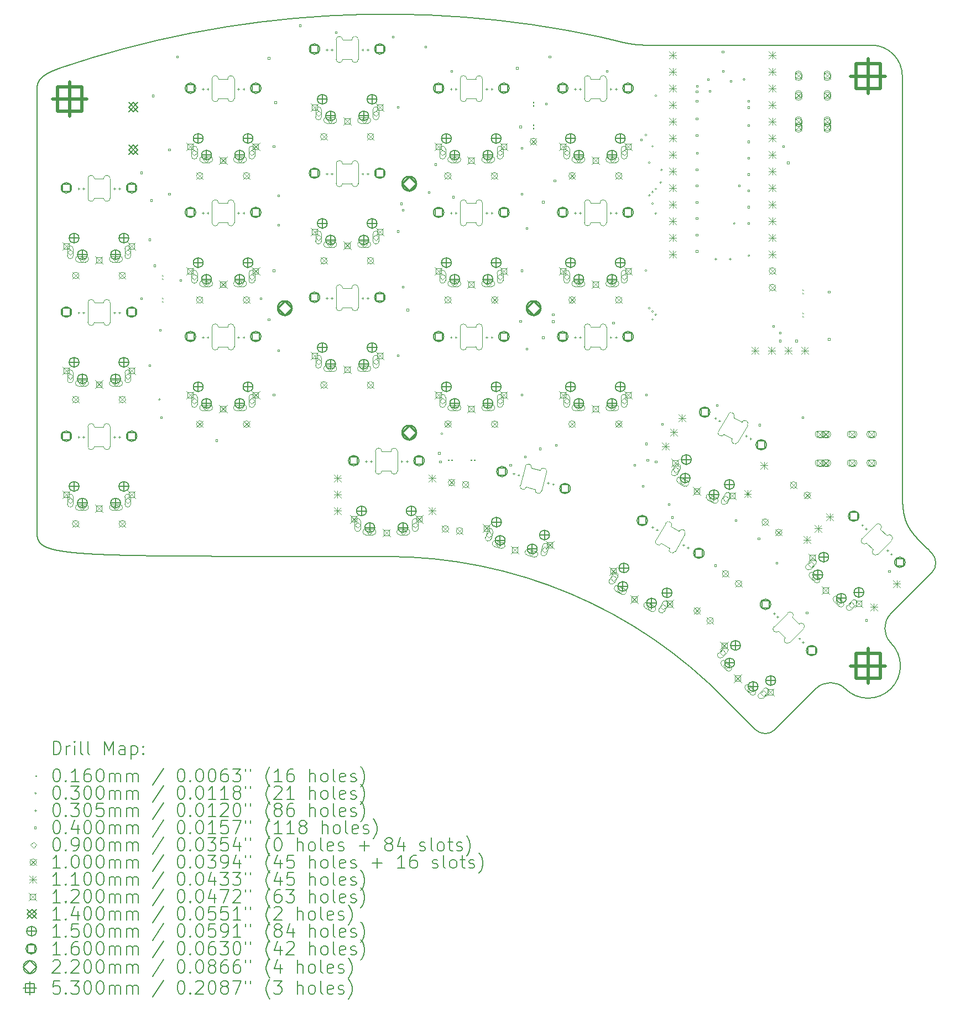
<source format=gbr>
%TF.GenerationSoftware,KiCad,Pcbnew,9.0.2*%
%TF.CreationDate,2025-10-01T20:59:57+01:00*%
%TF.ProjectId,swoopt-soldered,73776f6f-7074-42d7-936f-6c6465726564,0.2.2*%
%TF.SameCoordinates,Original*%
%TF.FileFunction,Drillmap*%
%TF.FilePolarity,Positive*%
%FSLAX45Y45*%
G04 Gerber Fmt 4.5, Leading zero omitted, Abs format (unit mm)*
G04 Created by KiCad (PCBNEW 9.0.2) date 2025-10-01 20:59:57*
%MOMM*%
%LPD*%
G01*
G04 APERTURE LIST*
%ADD10C,0.150000*%
%ADD11C,0.100000*%
%ADD12C,0.200000*%
%ADD13C,0.110000*%
%ADD14C,0.120000*%
%ADD15C,0.140000*%
%ADD16C,0.160000*%
%ADD17C,0.220000*%
%ADD18C,0.530000*%
G04 APERTURE END LIST*
D10*
X21225000Y-4825000D02*
X17750000Y-4825000D01*
X19750000Y-15300000D02*
G75*
G02*
X19450000Y-15300000I-150000J150000D01*
G01*
X13000000Y-12650000D02*
X13800000Y-12651379D01*
X22150000Y-12600000D02*
G75*
G02*
X22150000Y-12900000I-150000J-150000D01*
G01*
X21699998Y-5300000D02*
X21700000Y-11600000D01*
X13000000Y-12650000D02*
X12803660Y-12649999D01*
X12707634Y-12649995D01*
X12613023Y-12649989D01*
X12519817Y-12649978D01*
X12428005Y-12649961D01*
X12337577Y-12649939D01*
X12292879Y-12649925D01*
X12248523Y-12649908D01*
X12204507Y-12649890D01*
X12160831Y-12649870D01*
X12117493Y-12649847D01*
X12074492Y-12649821D01*
X12031827Y-12649793D01*
X11989496Y-12649762D01*
X11947497Y-12649728D01*
X11905830Y-12649691D01*
X11864494Y-12649651D01*
X11823486Y-12649607D01*
X11782807Y-12649560D01*
X11742453Y-12649509D01*
X11702425Y-12649455D01*
X11662720Y-12649396D01*
X11623338Y-12649334D01*
X11584277Y-12649268D01*
X11545536Y-12649197D01*
X11507114Y-12649121D01*
X11469009Y-12649042D01*
X11431219Y-12648957D01*
X11393745Y-12648868D01*
X11356583Y-12648773D01*
X11319734Y-12648674D01*
X11283195Y-12648569D01*
X11246966Y-12648459D01*
X11211045Y-12648344D01*
X11175431Y-12648223D01*
X11140122Y-12648096D01*
X11105118Y-12647963D01*
X11070416Y-12647824D01*
X11036016Y-12647679D01*
X11001917Y-12647528D01*
X10968116Y-12647370D01*
X10951327Y-12647289D01*
X10934613Y-12647206D01*
X10917972Y-12647121D01*
X10901406Y-12647035D01*
X10884913Y-12646947D01*
X10868494Y-12646857D01*
X10852149Y-12646766D01*
X10835876Y-12646672D01*
X10819677Y-12646577D01*
X10803551Y-12646480D01*
X10787497Y-12646382D01*
X10771517Y-12646281D01*
X10755608Y-12646179D01*
X10739772Y-12646075D01*
X10724008Y-12645969D01*
X10708316Y-12645861D01*
X10692696Y-12645751D01*
X10677147Y-12645639D01*
X10661670Y-12645525D01*
X10646265Y-12645409D01*
X10630930Y-12645292D01*
X10615666Y-12645172D01*
X10600474Y-12645050D01*
X10585352Y-12644927D01*
X10570300Y-12644801D01*
X10555319Y-12644673D01*
X10540408Y-12644543D01*
X10525567Y-12644411D01*
X10510795Y-12644277D01*
X10496094Y-12644141D01*
X10481462Y-12644002D01*
X10466899Y-12643862D01*
X10452406Y-12643719D01*
X10437981Y-12643574D01*
X10423626Y-12643427D01*
X10409339Y-12643277D01*
X10395121Y-12643126D01*
X10380971Y-12642972D01*
X10366889Y-12642816D01*
X10352875Y-12642657D01*
X10338930Y-12642496D01*
X10325051Y-12642333D01*
X10311241Y-12642168D01*
X10297498Y-12642000D01*
X10283822Y-12641830D01*
X10270213Y-12641657D01*
X10256672Y-12641482D01*
X10243196Y-12641305D01*
X10229788Y-12641125D01*
X10216446Y-12640942D01*
X10203170Y-12640758D01*
X10189960Y-12640570D01*
X10176817Y-12640380D01*
X10163738Y-12640188D01*
X10150726Y-12639993D01*
X10137779Y-12639796D01*
X10124897Y-12639596D01*
X10112081Y-12639393D01*
X10099329Y-12639188D01*
X10086642Y-12638980D01*
X10074020Y-12638769D01*
X10061462Y-12638556D01*
X10048969Y-12638340D01*
X10036540Y-12638121D01*
X10024174Y-12637900D01*
X10011873Y-12637676D01*
X9999635Y-12637449D01*
X9987461Y-12637220D01*
X9975350Y-12636987D01*
X9963302Y-12636752D01*
X9951317Y-12636514D01*
X9939395Y-12636273D01*
X9927535Y-12636030D01*
X9915738Y-12635783D01*
X9904004Y-12635534D01*
X9892332Y-12635281D01*
X9880721Y-12635026D01*
X9869173Y-12634768D01*
X9857686Y-12634507D01*
X9846261Y-12634243D01*
X9834897Y-12633976D01*
X9823594Y-12633706D01*
X9812352Y-12633432D01*
X9801172Y-12633156D01*
X9790051Y-12632877D01*
X9778992Y-12632595D01*
X9767993Y-12632310D01*
X9757054Y-12632021D01*
X9746175Y-12631730D01*
X9735356Y-12631435D01*
X9724597Y-12631137D01*
X9713897Y-12630836D01*
X9703257Y-12630532D01*
X9692676Y-12630225D01*
X9682154Y-12629914D01*
X9671691Y-12629600D01*
X9661287Y-12629283D01*
X9650941Y-12628963D01*
X9640654Y-12628639D01*
X9630425Y-12628312D01*
X9620254Y-12627982D01*
X9610141Y-12627648D01*
X9600086Y-12627311D01*
X9590088Y-12626971D01*
X9580148Y-12626627D01*
X9570265Y-12626280D01*
X9560439Y-12625930D01*
X9550671Y-12625576D01*
X9540959Y-12625218D01*
X9531303Y-12624857D01*
X9521705Y-12624493D01*
X9512162Y-12624125D01*
X9502676Y-12623754D01*
X9493245Y-12623379D01*
X9483871Y-12623000D01*
X9474552Y-12622618D01*
X9465288Y-12622232D01*
X9456080Y-12621843D01*
X9446927Y-12621450D01*
X9437829Y-12621054D01*
X9428786Y-12620654D01*
X9419798Y-12620250D01*
X9410864Y-12619842D01*
X9401984Y-12619431D01*
X9393159Y-12619016D01*
X9384387Y-12618597D01*
X9375670Y-12618175D01*
X9367006Y-12617749D01*
X9358396Y-12617319D01*
X9349839Y-12616885D01*
X9341335Y-12616447D01*
X9332884Y-12616006D01*
X9324486Y-12615560D01*
X9316141Y-12615111D01*
X9307849Y-12614658D01*
X9299609Y-12614201D01*
X9291421Y-12613740D01*
X9283285Y-12613275D01*
X9275201Y-12612807D01*
X9267169Y-12612334D01*
X9259188Y-12611857D01*
X9251259Y-12611376D01*
X9243381Y-12610891D01*
X9235554Y-12610402D01*
X9227778Y-12609910D01*
X9220053Y-12609413D01*
X9212378Y-12608912D01*
X9204754Y-12608406D01*
X9197180Y-12607897D01*
X9189656Y-12607384D01*
X9182182Y-12606866D01*
X9174758Y-12606344D01*
X9167384Y-12605818D01*
X9160059Y-12605288D01*
X9152783Y-12604754D01*
X9145557Y-12604215D01*
X9138379Y-12603672D01*
X9131250Y-12603125D01*
X9127704Y-12602850D01*
X9124170Y-12602573D01*
X9120648Y-12602296D01*
X9117138Y-12602018D01*
X9113640Y-12601738D01*
X9110155Y-12601458D01*
X9106681Y-12601176D01*
X9103219Y-12600893D01*
X9099770Y-12600609D01*
X9096332Y-12600324D01*
X9092906Y-12600038D01*
X9089493Y-12599751D01*
X9086091Y-12599463D01*
X9082701Y-12599174D01*
X9079323Y-12598883D01*
X9075957Y-12598592D01*
X9072602Y-12598299D01*
X9069260Y-12598005D01*
X9065929Y-12597710D01*
X9062610Y-12597414D01*
X9059303Y-12597117D01*
X9056007Y-12596819D01*
X9052723Y-12596520D01*
X9049451Y-12596219D01*
X9046191Y-12595918D01*
X9042942Y-12595615D01*
X9039705Y-12595311D01*
X9036479Y-12595006D01*
X9033265Y-12594700D01*
X9030063Y-12594393D01*
X9026872Y-12594085D01*
X9023692Y-12593775D01*
X9020525Y-12593464D01*
X9017368Y-12593153D01*
X9014223Y-12592840D01*
X9011090Y-12592526D01*
X9007968Y-12592211D01*
X9004857Y-12591894D01*
X9001758Y-12591577D01*
X8998670Y-12591258D01*
X8995594Y-12590938D01*
X8992528Y-12590617D01*
X8989475Y-12590295D01*
X8986432Y-12589972D01*
X8983401Y-12589647D01*
X8980380Y-12589322D01*
X8977372Y-12588995D01*
X8974374Y-12588667D01*
X8971387Y-12588338D01*
X8968412Y-12588007D01*
X8965448Y-12587676D01*
X8962495Y-12587343D01*
X8959553Y-12587009D01*
X8956622Y-12586674D01*
X8953702Y-12586338D01*
X8950793Y-12586000D01*
X8947895Y-12585662D01*
X8945009Y-12585322D01*
X8942133Y-12584981D01*
X8939268Y-12584639D01*
X8936414Y-12584295D01*
X8933571Y-12583951D01*
X8930739Y-12583605D01*
X8927918Y-12583258D01*
X8925107Y-12582910D01*
X8922308Y-12582560D01*
X8919519Y-12582210D01*
X8916741Y-12581858D01*
X8913974Y-12581505D01*
X8911217Y-12581151D01*
X8908472Y-12580795D01*
X8905737Y-12580438D01*
X8903012Y-12580080D01*
X8900299Y-12579721D01*
X8897596Y-12579361D01*
X8894903Y-12578999D01*
X8892222Y-12578636D01*
X8889550Y-12578272D01*
X8886890Y-12577907D01*
X8884240Y-12577540D01*
X8881600Y-12577172D01*
X8878971Y-12576803D01*
X8876353Y-12576433D01*
X8873745Y-12576062D01*
X8871147Y-12575689D01*
X8868560Y-12575315D01*
X8865983Y-12574939D01*
X8863417Y-12574563D01*
X8860861Y-12574185D01*
X8858315Y-12573806D01*
X8855780Y-12573426D01*
X8853255Y-12573044D01*
X8850740Y-12572661D01*
X8848235Y-12572277D01*
X8845741Y-12571892D01*
X8843257Y-12571505D01*
X8840783Y-12571117D01*
X8838320Y-12570728D01*
X8835866Y-12570337D01*
X8833423Y-12569945D01*
X8830990Y-12569552D01*
X8828566Y-12569158D01*
X8826153Y-12568762D01*
X8823750Y-12568365D01*
X8821357Y-12567967D01*
X8818975Y-12567568D01*
X8816602Y-12567167D01*
X8814239Y-12566765D01*
X8811886Y-12566361D01*
X8809543Y-12565957D01*
X8807209Y-12565551D01*
X8804886Y-12565143D01*
X8802573Y-12564735D01*
X8800269Y-12564325D01*
X8797975Y-12563914D01*
X8795692Y-12563501D01*
X8793418Y-12563087D01*
X8791153Y-12562672D01*
X8788899Y-12562256D01*
X8786654Y-12561838D01*
X8784419Y-12561419D01*
X8782193Y-12560998D01*
X8779977Y-12560576D01*
X8777771Y-12560153D01*
X8775575Y-12559729D01*
X8773388Y-12559303D01*
X8771211Y-12558876D01*
X8769043Y-12558447D01*
X8766885Y-12558017D01*
X8764736Y-12557586D01*
X8762597Y-12557154D01*
X8760467Y-12556720D01*
X8758347Y-12556285D01*
X8756237Y-12555848D01*
X8754135Y-12555410D01*
X8752043Y-12554971D01*
X8749961Y-12554530D01*
X8747888Y-12554088D01*
X8745824Y-12553645D01*
X8743769Y-12553200D01*
X8741724Y-12552754D01*
X8739688Y-12552307D01*
X8737662Y-12551858D01*
X8735644Y-12551408D01*
X8733636Y-12550956D01*
X8731637Y-12550503D01*
X8729648Y-12550049D01*
X8727667Y-12549593D01*
X8725695Y-12549136D01*
X8723733Y-12548678D01*
X8721780Y-12548218D01*
X8719836Y-12547756D01*
X8717901Y-12547294D01*
X8715974Y-12546830D01*
X8714057Y-12546364D01*
X8712149Y-12545898D01*
X8710250Y-12545429D01*
X8708360Y-12544960D01*
X8706479Y-12544489D01*
X8704607Y-12544016D01*
X8702743Y-12543542D01*
X8700889Y-12543067D01*
X8699043Y-12542590D01*
X8697206Y-12542112D01*
X8695378Y-12541633D01*
X8693559Y-12541152D01*
X8691749Y-12540670D01*
X8689947Y-12540186D01*
X8688154Y-12539701D01*
X8686370Y-12539214D01*
X8684594Y-12538726D01*
X8682827Y-12538237D01*
X8681069Y-12537746D01*
X8679320Y-12537253D01*
X8677579Y-12536759D01*
X8675846Y-12536264D01*
X8674123Y-12535768D01*
X8672407Y-12535270D01*
X8670701Y-12534770D01*
X8669002Y-12534269D01*
X8667313Y-12533767D01*
X8665631Y-12533263D01*
X8663958Y-12532757D01*
X8662294Y-12532250D01*
X8660638Y-12531742D01*
X8658990Y-12531232D01*
X8657351Y-12530721D01*
X8655720Y-12530209D01*
X8654098Y-12529694D01*
X8652484Y-12529179D01*
X8650878Y-12528662D01*
X8649280Y-12528143D01*
X8647690Y-12527623D01*
X8646109Y-12527102D01*
X8644536Y-12526579D01*
X8642971Y-12526054D01*
X8641415Y-12525528D01*
X8639866Y-12525001D01*
X8638326Y-12524472D01*
X8636793Y-12523942D01*
X8635269Y-12523410D01*
X8633753Y-12522876D01*
X8632245Y-12522342D01*
X8630744Y-12521805D01*
X8629252Y-12521267D01*
X8627768Y-12520728D01*
X8626292Y-12520187D01*
X8624824Y-12519645D01*
X8623363Y-12519101D01*
X8621911Y-12518555D01*
X8620466Y-12518008D01*
X8619030Y-12517460D01*
X8617601Y-12516910D01*
X8616180Y-12516358D01*
X8614766Y-12515805D01*
X8613361Y-12515251D01*
X8611963Y-12514695D01*
X8610573Y-12514137D01*
X8609191Y-12513578D01*
X8607816Y-12513018D01*
X8606449Y-12512455D01*
X8605090Y-12511892D01*
X8603738Y-12511326D01*
X8602394Y-12510760D01*
X8601058Y-12510191D01*
X8599729Y-12509621D01*
X8598407Y-12509050D01*
X8597094Y-12508477D01*
X8595787Y-12507903D01*
X8594489Y-12507327D01*
X8593197Y-12506749D01*
X8591913Y-12506170D01*
X8590637Y-12505589D01*
X8589368Y-12505007D01*
X8588106Y-12504423D01*
X8586852Y-12503837D01*
X8585605Y-12503250D01*
X8584365Y-12502662D01*
X8583133Y-12502072D01*
X8581908Y-12501480D01*
X8580690Y-12500887D01*
X8579480Y-12500292D01*
X8578276Y-12499695D01*
X8577080Y-12499097D01*
X8575891Y-12498498D01*
X8574709Y-12497897D01*
X8573535Y-12497294D01*
X8572367Y-12496689D01*
X8571207Y-12496083D01*
X8570054Y-12495476D01*
X8568907Y-12494867D01*
X8567768Y-12494256D01*
X8566636Y-12493644D01*
X8565511Y-12493030D01*
X8564393Y-12492414D01*
X8563281Y-12491797D01*
X8562177Y-12491178D01*
X8561080Y-12490558D01*
X8559989Y-12489936D01*
X8558905Y-12489312D01*
X8557829Y-12488687D01*
X8556759Y-12488060D01*
X8555696Y-12487431D01*
X8554639Y-12486801D01*
X8553590Y-12486170D01*
X8552547Y-12485536D01*
X8551511Y-12484901D01*
X8550482Y-12484265D01*
X8549459Y-12483626D01*
X8548443Y-12482986D01*
X8547434Y-12482345D01*
X8546431Y-12481702D01*
X8545435Y-12481057D01*
X8544445Y-12480410D01*
X8543462Y-12479762D01*
X8542486Y-12479113D01*
X8541516Y-12478461D01*
X8540553Y-12477808D01*
X8539596Y-12477153D01*
X8538646Y-12476497D01*
X8537702Y-12475839D01*
X8536764Y-12475179D01*
X8535833Y-12474518D01*
X8534908Y-12473855D01*
X8533990Y-12473190D01*
X8533078Y-12472524D01*
X8532172Y-12471856D01*
X8531273Y-12471186D01*
X8530380Y-12470515D01*
X8529493Y-12469842D01*
X8528612Y-12469167D01*
X8527738Y-12468490D01*
X8526870Y-12467812D01*
X8526008Y-12467132D01*
X8525152Y-12466451D01*
X8524303Y-12465768D01*
X8523459Y-12465083D01*
X8522622Y-12464396D01*
X8521790Y-12463708D01*
X8520965Y-12463018D01*
X8520146Y-12462326D01*
X8519333Y-12461633D01*
X8518525Y-12460938D01*
X8517724Y-12460241D01*
X8516929Y-12459543D01*
X8516139Y-12458842D01*
X8515356Y-12458141D01*
X8514578Y-12457437D01*
X8513807Y-12456732D01*
X8513041Y-12456024D01*
X8512281Y-12455316D01*
X8511527Y-12454605D01*
X8510779Y-12453893D01*
X8510036Y-12453179D01*
X8509299Y-12452463D01*
X8508568Y-12451746D01*
X8507843Y-12451027D01*
X8507123Y-12450306D01*
X8506409Y-12449583D01*
X8505701Y-12448859D01*
X8504998Y-12448132D01*
X8504301Y-12447405D01*
X8503609Y-12446675D01*
X8502923Y-12445944D01*
X8502243Y-12445210D01*
X8501568Y-12444476D01*
X8500899Y-12443739D01*
X8500235Y-12443000D01*
X8499577Y-12442260D01*
X8498924Y-12441518D01*
X8498276Y-12440775D01*
X8497634Y-12440029D01*
X8496997Y-12439282D01*
X8496366Y-12438533D01*
X8495740Y-12437782D01*
X8495119Y-12437030D01*
X8494504Y-12436275D01*
X8493894Y-12435519D01*
X8493289Y-12434761D01*
X8492690Y-12434002D01*
X8492095Y-12433240D01*
X8491506Y-12432477D01*
X8490922Y-12431712D01*
X8490343Y-12430945D01*
X8489770Y-12430177D01*
X8489201Y-12429406D01*
X8488638Y-12428634D01*
X8488079Y-12427860D01*
X8487526Y-12427084D01*
X8486978Y-12426307D01*
X8486435Y-12425527D01*
X8485896Y-12424746D01*
X8485363Y-12423963D01*
X8484835Y-12423178D01*
X8484311Y-12422391D01*
X8483793Y-12421603D01*
X8483280Y-12420813D01*
X8482771Y-12420020D01*
X8482267Y-12419226D01*
X8481768Y-12418431D01*
X8481274Y-12417633D01*
X8480785Y-12416834D01*
X8480300Y-12416032D01*
X8479820Y-12415229D01*
X8479345Y-12414424D01*
X8478875Y-12413618D01*
X8478409Y-12412809D01*
X8477948Y-12411999D01*
X8477492Y-12411186D01*
X8477040Y-12410372D01*
X8476593Y-12409556D01*
X8476151Y-12408738D01*
X8475713Y-12407919D01*
X8475279Y-12407097D01*
X8474850Y-12406274D01*
X8474426Y-12405448D01*
X8474006Y-12404621D01*
X8473591Y-12403792D01*
X8473180Y-12402962D01*
X8472774Y-12402129D01*
X8472371Y-12401294D01*
X8471974Y-12400458D01*
X8471580Y-12399619D01*
X8471191Y-12398779D01*
X8470807Y-12397937D01*
X8470426Y-12397093D01*
X8470050Y-12396247D01*
X8469679Y-12395400D01*
X8469311Y-12394550D01*
X8468948Y-12393699D01*
X8468589Y-12392845D01*
X8468234Y-12391990D01*
X8467883Y-12391133D01*
X8467536Y-12390274D01*
X8467194Y-12389413D01*
X8466855Y-12388550D01*
X8466521Y-12387685D01*
X8466191Y-12386818D01*
X8465865Y-12385950D01*
X8465542Y-12385079D01*
X8465224Y-12384207D01*
X8464910Y-12383333D01*
X8464600Y-12382456D01*
X8464294Y-12381578D01*
X8463991Y-12380698D01*
X8463693Y-12379816D01*
X8463398Y-12378932D01*
X8463107Y-12378046D01*
X8462820Y-12377159D01*
X8462537Y-12376269D01*
X8462258Y-12375377D01*
X8461982Y-12374484D01*
X8461711Y-12373588D01*
X8461443Y-12372691D01*
X8461178Y-12371791D01*
X8460918Y-12370890D01*
X8460661Y-12369987D01*
X8460407Y-12369082D01*
X8460158Y-12368174D01*
X8459912Y-12367265D01*
X8459669Y-12366354D01*
X8459430Y-12365441D01*
X8459195Y-12364526D01*
X8458963Y-12363609D01*
X8458735Y-12362690D01*
X8458510Y-12361769D01*
X8458289Y-12360847D01*
X8458071Y-12359922D01*
X8457857Y-12358995D01*
X8457646Y-12358066D01*
X8457438Y-12357136D01*
X8457234Y-12356203D01*
X8457033Y-12355268D01*
X8456835Y-12354332D01*
X8456641Y-12353393D01*
X8456450Y-12352452D01*
X8456262Y-12351510D01*
X8456078Y-12350565D01*
X8455896Y-12349619D01*
X8455718Y-12348670D01*
X8455543Y-12347719D01*
X8455372Y-12346767D01*
X8455203Y-12345812D01*
X8455038Y-12344856D01*
X8454875Y-12343897D01*
X8454716Y-12342937D01*
X8454560Y-12341974D01*
X8454407Y-12341009D01*
X8454257Y-12340043D01*
X8454110Y-12339074D01*
X8453965Y-12338104D01*
X8453824Y-12337131D01*
X8453686Y-12336156D01*
X8453551Y-12335180D01*
X8453418Y-12334201D01*
X8453289Y-12333220D01*
X8453162Y-12332237D01*
X8453038Y-12331253D01*
X8452917Y-12330266D01*
X8452799Y-12329277D01*
X8452683Y-12328286D01*
X8452571Y-12327293D01*
X8452461Y-12326298D01*
X8452354Y-12325301D01*
X8452249Y-12324302D01*
X8452147Y-12323301D01*
X8452048Y-12322298D01*
X8451951Y-12321292D01*
X8451857Y-12320285D01*
X8451766Y-12319276D01*
X8451677Y-12318264D01*
X8451591Y-12317251D01*
X8451507Y-12316235D01*
X8451426Y-12315218D01*
X8451347Y-12314198D01*
X8451271Y-12313177D01*
X8451197Y-12312153D01*
X8451126Y-12311127D01*
X8451057Y-12310099D01*
X8450990Y-12309069D01*
X8450926Y-12308037D01*
X8450864Y-12307003D01*
X8450805Y-12305967D01*
X8450748Y-12304928D01*
X8450693Y-12303888D01*
X8450640Y-12302845D01*
X8450590Y-12301801D01*
X8450541Y-12300754D01*
X8450495Y-12299705D01*
X8450452Y-12298654D01*
X8450410Y-12297601D01*
X8450371Y-12296546D01*
X8450333Y-12295489D01*
X8450298Y-12294430D01*
X8450265Y-12293368D01*
X8450234Y-12292305D01*
X8450205Y-12291239D01*
X8450178Y-12290171D01*
X8450153Y-12289102D01*
X8450130Y-12288030D01*
X8450089Y-12285879D01*
X8450057Y-12283721D01*
X8450032Y-12281553D01*
X8450014Y-12279377D01*
X8450004Y-12277193D01*
X8450000Y-12275000D01*
X21525000Y-13975000D02*
G75*
G02*
X20824113Y-14674111I-350000J-350000D01*
G01*
X22150000Y-12600000D02*
X22150000Y-12600000D01*
X22131505Y-12581503D01*
X22122448Y-12572441D01*
X22113516Y-12563499D01*
X22104709Y-12554676D01*
X22096026Y-12545970D01*
X22087466Y-12537376D01*
X22083232Y-12533121D01*
X22079028Y-12528894D01*
X22074855Y-12524694D01*
X22070712Y-12520520D01*
X22066599Y-12516374D01*
X22062516Y-12512253D01*
X22058462Y-12508159D01*
X22054439Y-12504090D01*
X22050445Y-12500046D01*
X22046481Y-12496028D01*
X22042547Y-12492034D01*
X22038641Y-12488065D01*
X22034765Y-12484120D01*
X22030918Y-12480199D01*
X22027101Y-12476301D01*
X22023312Y-12472427D01*
X22019552Y-12468575D01*
X22015820Y-12464746D01*
X22012118Y-12460939D01*
X22008443Y-12457155D01*
X22004797Y-12453392D01*
X22001180Y-12449650D01*
X21997590Y-12445930D01*
X21994029Y-12442230D01*
X21990496Y-12438551D01*
X21986990Y-12434892D01*
X21983513Y-12431253D01*
X21980063Y-12427634D01*
X21976640Y-12424033D01*
X21973245Y-12420452D01*
X21969877Y-12416890D01*
X21966536Y-12413345D01*
X21963223Y-12409819D01*
X21959937Y-12406311D01*
X21956677Y-12402820D01*
X21955057Y-12401081D01*
X21953444Y-12399346D01*
X21951838Y-12397616D01*
X21950238Y-12395889D01*
X21948645Y-12394167D01*
X21947058Y-12392449D01*
X21945479Y-12390735D01*
X21943905Y-12389025D01*
X21942339Y-12387319D01*
X21940779Y-12385617D01*
X21939225Y-12383918D01*
X21937678Y-12382224D01*
X21936138Y-12380533D01*
X21934604Y-12378847D01*
X21933076Y-12377164D01*
X21931556Y-12375484D01*
X21930041Y-12373809D01*
X21928533Y-12372137D01*
X21927032Y-12370469D01*
X21925537Y-12368804D01*
X21924048Y-12367143D01*
X21922566Y-12365485D01*
X21921090Y-12363830D01*
X21919621Y-12362180D01*
X21918158Y-12360532D01*
X21916701Y-12358888D01*
X21915251Y-12357247D01*
X21913807Y-12355609D01*
X21912369Y-12353975D01*
X21910937Y-12352344D01*
X21909512Y-12350716D01*
X21908094Y-12349091D01*
X21906681Y-12347469D01*
X21905275Y-12345850D01*
X21903875Y-12344234D01*
X21902481Y-12342621D01*
X21901093Y-12341011D01*
X21899712Y-12339404D01*
X21898337Y-12337800D01*
X21896968Y-12336198D01*
X21895605Y-12334600D01*
X21894248Y-12333004D01*
X21892898Y-12331410D01*
X21891553Y-12329820D01*
X21890215Y-12328232D01*
X21888882Y-12326646D01*
X21887556Y-12325063D01*
X21886236Y-12323483D01*
X21884922Y-12321905D01*
X21883614Y-12320330D01*
X21882312Y-12318757D01*
X21881016Y-12317186D01*
X21879726Y-12315617D01*
X21878442Y-12314051D01*
X21877164Y-12312487D01*
X21875892Y-12310926D01*
X21874626Y-12309366D01*
X21873366Y-12307808D01*
X21872111Y-12306253D01*
X21870863Y-12304700D01*
X21869620Y-12303148D01*
X21868384Y-12301599D01*
X21867153Y-12300052D01*
X21865928Y-12298506D01*
X21864709Y-12296962D01*
X21863496Y-12295421D01*
X21862288Y-12293880D01*
X21861087Y-12292342D01*
X21859891Y-12290806D01*
X21858701Y-12289271D01*
X21857517Y-12287737D01*
X21856338Y-12286205D01*
X21855165Y-12284675D01*
X21853998Y-12283147D01*
X21852837Y-12281619D01*
X21851681Y-12280094D01*
X21850531Y-12278569D01*
X21849387Y-12277046D01*
X21848248Y-12275524D01*
X21847115Y-12274004D01*
X21845987Y-12272485D01*
X21844865Y-12270967D01*
X21843749Y-12269450D01*
X21842639Y-12267934D01*
X21841533Y-12266420D01*
X21840434Y-12264906D01*
X21839340Y-12263394D01*
X21838251Y-12261882D01*
X21837168Y-12260372D01*
X21836091Y-12258862D01*
X21835019Y-12257353D01*
X21833953Y-12255846D01*
X21832892Y-12254338D01*
X21831836Y-12252832D01*
X21830786Y-12251326D01*
X21829741Y-12249821D01*
X21828702Y-12248317D01*
X21827668Y-12246813D01*
X21826639Y-12245310D01*
X21825616Y-12243807D01*
X21824598Y-12242305D01*
X21823586Y-12240803D01*
X21822579Y-12239302D01*
X21821577Y-12237801D01*
X21820580Y-12236300D01*
X21819589Y-12234800D01*
X21818603Y-12233300D01*
X21817623Y-12231800D01*
X21816647Y-12230300D01*
X21815677Y-12228801D01*
X21814712Y-12227301D01*
X21813752Y-12225802D01*
X21812798Y-12224303D01*
X21811848Y-12222804D01*
X21810904Y-12221304D01*
X21809965Y-12219805D01*
X21809031Y-12218305D01*
X21808102Y-12216805D01*
X21807178Y-12215305D01*
X21806260Y-12213805D01*
X21805346Y-12212305D01*
X21804438Y-12210804D01*
X21803534Y-12209303D01*
X21802636Y-12207802D01*
X21801743Y-12206300D01*
X21800855Y-12204797D01*
X21799971Y-12203294D01*
X21799093Y-12201791D01*
X21798220Y-12200287D01*
X21797351Y-12198782D01*
X21796488Y-12197277D01*
X21795630Y-12195771D01*
X21794776Y-12194265D01*
X21793927Y-12192757D01*
X21793084Y-12191249D01*
X21792245Y-12189740D01*
X21791411Y-12188230D01*
X21790582Y-12186719D01*
X21789758Y-12185207D01*
X21788938Y-12183694D01*
X21788124Y-12182180D01*
X21787314Y-12180666D01*
X21786509Y-12179149D01*
X21785709Y-12177632D01*
X21784913Y-12176114D01*
X21784123Y-12174594D01*
X21783337Y-12173073D01*
X21782555Y-12171551D01*
X21781779Y-12170028D01*
X21781007Y-12168503D01*
X21780240Y-12166977D01*
X21779477Y-12165449D01*
X21778720Y-12163920D01*
X21777966Y-12162389D01*
X21777218Y-12160857D01*
X21776474Y-12159323D01*
X21775735Y-12157787D01*
X21775000Y-12156250D01*
X21774270Y-12154711D01*
X21773544Y-12153170D01*
X21772823Y-12151628D01*
X21772107Y-12150083D01*
X21771395Y-12148537D01*
X21770687Y-12146989D01*
X21769984Y-12145439D01*
X21769286Y-12143887D01*
X21768592Y-12142333D01*
X21767902Y-12140777D01*
X21767217Y-12139219D01*
X21766537Y-12137658D01*
X21765860Y-12136096D01*
X21765189Y-12134531D01*
X21764521Y-12132964D01*
X21763858Y-12131395D01*
X21763199Y-12129823D01*
X21762545Y-12128249D01*
X21761895Y-12126673D01*
X21761249Y-12125094D01*
X21760608Y-12123513D01*
X21759971Y-12121929D01*
X21759338Y-12120343D01*
X21758709Y-12118754D01*
X21758085Y-12117162D01*
X21757465Y-12115568D01*
X21756849Y-12113971D01*
X21756238Y-12112372D01*
X21755630Y-12110769D01*
X21755027Y-12109164D01*
X21754428Y-12107556D01*
X21753833Y-12105945D01*
X21753242Y-12104331D01*
X21752656Y-12102714D01*
X21752073Y-12101094D01*
X21751495Y-12099471D01*
X21750921Y-12097845D01*
X21750350Y-12096216D01*
X21749784Y-12094583D01*
X21749222Y-12092948D01*
X21748664Y-12091309D01*
X21748110Y-12089667D01*
X21747560Y-12088022D01*
X21747014Y-12086373D01*
X21746472Y-12084721D01*
X21745934Y-12083065D01*
X21745400Y-12081406D01*
X21744870Y-12079744D01*
X21744344Y-12078078D01*
X21743822Y-12076408D01*
X21743303Y-12074735D01*
X21742789Y-12073058D01*
X21742278Y-12071378D01*
X21741771Y-12069693D01*
X21741269Y-12068005D01*
X21740770Y-12066313D01*
X21740274Y-12064618D01*
X21739783Y-12062918D01*
X21739295Y-12061214D01*
X21738812Y-12059507D01*
X21738332Y-12057795D01*
X21737855Y-12056080D01*
X21737383Y-12054360D01*
X21736914Y-12052637D01*
X21736449Y-12050909D01*
X21735988Y-12049177D01*
X21735530Y-12047441D01*
X21735076Y-12045700D01*
X21734626Y-12043955D01*
X21734179Y-12042206D01*
X21733736Y-12040452D01*
X21733297Y-12038695D01*
X21732861Y-12036932D01*
X21732429Y-12035165D01*
X21732000Y-12033394D01*
X21731575Y-12031618D01*
X21731154Y-12029837D01*
X21730736Y-12028052D01*
X21730321Y-12026262D01*
X21729910Y-12024467D01*
X21729503Y-12022668D01*
X21729099Y-12020864D01*
X21728699Y-12019055D01*
X21728302Y-12017241D01*
X21727908Y-12015422D01*
X21727518Y-12013598D01*
X21727132Y-12011770D01*
X21726748Y-12009936D01*
X21726368Y-12008097D01*
X21725992Y-12006253D01*
X21725619Y-12004404D01*
X21725249Y-12002550D01*
X21724883Y-12000690D01*
X21724520Y-11998826D01*
X21724160Y-11996956D01*
X21723804Y-11995081D01*
X21723451Y-11993200D01*
X21723101Y-11991314D01*
X21722754Y-11989422D01*
X21722411Y-11987525D01*
X21722071Y-11985623D01*
X21721734Y-11983715D01*
X21721400Y-11981801D01*
X21721070Y-11979882D01*
X21720742Y-11977957D01*
X21720418Y-11976026D01*
X21720097Y-11974090D01*
X21719780Y-11972148D01*
X21719465Y-11970200D01*
X21719153Y-11968246D01*
X21718845Y-11966286D01*
X21718539Y-11964320D01*
X21718237Y-11962349D01*
X21717938Y-11960371D01*
X21717642Y-11958387D01*
X21717349Y-11956397D01*
X21717058Y-11954402D01*
X21716771Y-11952399D01*
X21716487Y-11950391D01*
X21716206Y-11948377D01*
X21715928Y-11946356D01*
X21715653Y-11944329D01*
X21715380Y-11942295D01*
X21715111Y-11940255D01*
X21714845Y-11938209D01*
X21714581Y-11936156D01*
X21714320Y-11934097D01*
X21714063Y-11932031D01*
X21713808Y-11929959D01*
X21713556Y-11927880D01*
X21713306Y-11925794D01*
X21713060Y-11923702D01*
X21712816Y-11921603D01*
X21712575Y-11919497D01*
X21712337Y-11917384D01*
X21712102Y-11915265D01*
X21711870Y-11913138D01*
X21711640Y-11911005D01*
X21711413Y-11908865D01*
X21711189Y-11906717D01*
X21710967Y-11904563D01*
X21710748Y-11902402D01*
X21710532Y-11900233D01*
X21710318Y-11898058D01*
X21710107Y-11895875D01*
X21709899Y-11893685D01*
X21709693Y-11891487D01*
X21709490Y-11889283D01*
X21709289Y-11887071D01*
X21709091Y-11884851D01*
X21708896Y-11882625D01*
X21708703Y-11880390D01*
X21708513Y-11878149D01*
X21708325Y-11875899D01*
X21708140Y-11873643D01*
X21707957Y-11871378D01*
X21707777Y-11869106D01*
X21707599Y-11866826D01*
X21707424Y-11864539D01*
X21707251Y-11862244D01*
X21707081Y-11859941D01*
X21706913Y-11857630D01*
X21706747Y-11855311D01*
X21706584Y-11852984D01*
X21706423Y-11850650D01*
X21706264Y-11848307D01*
X21706108Y-11845957D01*
X21705954Y-11843598D01*
X21705803Y-11841231D01*
X21705654Y-11838856D01*
X21705507Y-11836473D01*
X21705362Y-11834082D01*
X21705220Y-11831682D01*
X21705080Y-11829275D01*
X21704942Y-11826858D01*
X21704807Y-11824434D01*
X21704673Y-11822001D01*
X21704542Y-11819560D01*
X21704413Y-11817110D01*
X21704286Y-11814651D01*
X21704162Y-11812184D01*
X21704039Y-11809709D01*
X21703919Y-11807225D01*
X21703801Y-11804732D01*
X21703685Y-11802230D01*
X21703571Y-11799720D01*
X21703459Y-11797201D01*
X21703349Y-11794673D01*
X21703241Y-11792136D01*
X21703135Y-11789591D01*
X21703031Y-11787036D01*
X21702930Y-11784473D01*
X21702830Y-11781900D01*
X21702732Y-11779318D01*
X21702637Y-11776728D01*
X21702543Y-11774128D01*
X21702451Y-11771519D01*
X21702361Y-11768901D01*
X21702273Y-11766273D01*
X21702187Y-11763637D01*
X21702103Y-11760991D01*
X21702021Y-11758335D01*
X21701940Y-11755670D01*
X21701862Y-11752996D01*
X21701785Y-11750312D01*
X21701710Y-11747619D01*
X21701637Y-11744917D01*
X21701566Y-11742204D01*
X21701496Y-11739482D01*
X21701428Y-11736751D01*
X21701298Y-11731258D01*
X21701175Y-11725727D01*
X21701059Y-11720156D01*
X21700949Y-11714546D01*
X21700846Y-11708895D01*
X21700749Y-11703204D01*
X21700659Y-11697473D01*
X21700575Y-11691701D01*
X21700498Y-11685887D01*
X21700426Y-11680032D01*
X21700361Y-11674135D01*
X21700301Y-11668196D01*
X21700247Y-11662215D01*
X21700198Y-11656191D01*
X21700156Y-11650124D01*
X21700118Y-11644013D01*
X21700086Y-11637859D01*
X21700060Y-11631661D01*
X21700038Y-11625418D01*
X21700021Y-11619131D01*
X21700009Y-11612799D01*
X21700002Y-11606422D01*
X21700000Y-11600000D01*
X8450000Y-5550000D02*
X8450000Y-12275000D01*
X21225000Y-4825000D02*
G75*
G02*
X21700000Y-5300000I0J-475000D01*
G01*
X20374997Y-14674997D02*
G75*
G02*
X20824113Y-14674111I225003J-225003D01*
G01*
X21525000Y-13975000D02*
G75*
G02*
X21525000Y-13525000I225000J225000D01*
G01*
X19750000Y-15300000D02*
X20375000Y-14675000D01*
X8796111Y-5178359D02*
G75*
G02*
X17075000Y-4700000I5003889J-14721641D01*
G01*
X17750000Y-4825000D02*
X17747154Y-4824996D01*
X17744300Y-4824984D01*
X17741438Y-4824964D01*
X17738567Y-4824936D01*
X17735688Y-4824900D01*
X17732801Y-4824856D01*
X17729905Y-4824803D01*
X17727001Y-4824743D01*
X17724087Y-4824674D01*
X17721165Y-4824597D01*
X17718234Y-4824512D01*
X17715293Y-4824419D01*
X17712344Y-4824317D01*
X17709384Y-4824207D01*
X17706416Y-4824089D01*
X17703437Y-4823962D01*
X17700449Y-4823827D01*
X17697451Y-4823684D01*
X17694443Y-4823532D01*
X17691425Y-4823371D01*
X17688396Y-4823202D01*
X17685357Y-4823024D01*
X17682307Y-4822838D01*
X17679246Y-4822643D01*
X17676174Y-4822439D01*
X17673091Y-4822227D01*
X17669997Y-4822006D01*
X17666891Y-4821776D01*
X17663774Y-4821537D01*
X17660644Y-4821289D01*
X17657503Y-4821032D01*
X17654349Y-4820767D01*
X17651183Y-4820492D01*
X17648005Y-4820208D01*
X17644813Y-4819915D01*
X17641609Y-4819612D01*
X17638391Y-4819301D01*
X17635160Y-4818980D01*
X17631915Y-4818649D01*
X17628656Y-4818310D01*
X17625383Y-4817960D01*
X17622096Y-4817602D01*
X17618794Y-4817233D01*
X17615477Y-4816855D01*
X17612144Y-4816467D01*
X17608796Y-4816069D01*
X17605433Y-4815662D01*
X17602053Y-4815244D01*
X17598657Y-4814816D01*
X17595244Y-4814378D01*
X17591815Y-4813930D01*
X17588367Y-4813472D01*
X17584902Y-4813003D01*
X17581419Y-4812524D01*
X17577918Y-4812034D01*
X17574398Y-4811533D01*
X17570858Y-4811022D01*
X17567299Y-4810499D01*
X17563719Y-4809966D01*
X17560120Y-4809421D01*
X17556499Y-4808866D01*
X17552856Y-4808298D01*
X17549192Y-4807720D01*
X17545505Y-4807130D01*
X17541795Y-4806528D01*
X17538061Y-4805914D01*
X17534303Y-4805288D01*
X17530520Y-4804649D01*
X17526712Y-4803999D01*
X17522877Y-4803336D01*
X17519016Y-4802660D01*
X17515126Y-4801971D01*
X17511209Y-4801269D01*
X17507262Y-4800553D01*
X17503284Y-4799824D01*
X17499276Y-4799082D01*
X17495236Y-4798325D01*
X17491163Y-4797554D01*
X17487055Y-4796768D01*
X17482912Y-4795968D01*
X17478733Y-4795152D01*
X17474516Y-4794321D01*
X17470260Y-4793474D01*
X17465963Y-4792611D01*
X17461624Y-4791731D01*
X17457242Y-4790834D01*
X17452813Y-4789920D01*
X17448338Y-4788988D01*
X17443813Y-4788037D01*
X17439236Y-4787067D01*
X17434605Y-4786078D01*
X17429917Y-4785069D01*
X17425170Y-4784038D01*
X17420360Y-4782986D01*
X17415485Y-4781912D01*
X17410539Y-4780814D01*
X17405521Y-4779691D01*
X17400424Y-4778543D01*
X17395243Y-4777368D01*
X17389975Y-4776165D01*
X17384611Y-4774931D01*
X17379145Y-4773667D01*
X17373569Y-4772368D01*
X17367874Y-4771034D01*
X17362048Y-4769661D01*
X17356080Y-4768247D01*
X17349955Y-4766787D01*
X17343654Y-4765277D01*
X17337157Y-4763712D01*
X17330436Y-4762085D01*
X17323459Y-4760388D01*
X17316183Y-4758610D01*
X17308548Y-4756736D01*
X17300475Y-4754747D01*
X17291847Y-4752613D01*
X17282474Y-4750287D01*
X17272029Y-4747687D01*
X17259804Y-4744637D01*
X17243578Y-4740582D01*
X17233776Y-4738132D01*
X17223973Y-4735683D01*
X17214171Y-4733239D01*
X17204368Y-4730799D01*
X17199467Y-4729583D01*
X17194566Y-4728368D01*
X17189665Y-4727155D01*
X17184763Y-4725945D01*
X17179862Y-4724738D01*
X17174961Y-4723534D01*
X17170060Y-4722333D01*
X17165159Y-4721135D01*
X17160257Y-4719941D01*
X17155356Y-4718751D01*
X17150455Y-4717565D01*
X17145554Y-4716384D01*
X17140652Y-4715207D01*
X17135751Y-4714035D01*
X17130850Y-4712868D01*
X17125949Y-4711706D01*
X17121047Y-4710550D01*
X17116146Y-4709400D01*
X17111245Y-4708255D01*
X17106344Y-4707117D01*
X17101443Y-4705985D01*
X17096541Y-4704860D01*
X17091640Y-4703742D01*
X17086739Y-4702631D01*
X17084152Y-4702047D01*
X17081564Y-4701466D01*
X17079019Y-4700896D01*
X17076474Y-4700328D01*
X17075000Y-4700000D01*
X21525000Y-13525000D02*
X22150000Y-12900000D01*
X8450000Y-5550000D02*
X8449997Y-5544264D01*
X8449992Y-5540125D01*
X8449985Y-5533398D01*
X8449984Y-5530062D01*
X8449987Y-5526744D01*
X8449993Y-5523444D01*
X8450004Y-5520161D01*
X8450021Y-5516896D01*
X8450045Y-5513648D01*
X8450060Y-5512030D01*
X8450077Y-5510417D01*
X8450096Y-5508808D01*
X8450117Y-5507202D01*
X8450142Y-5505601D01*
X8450168Y-5504004D01*
X8450198Y-5502411D01*
X8450230Y-5500822D01*
X8450265Y-5499238D01*
X8450304Y-5497657D01*
X8450345Y-5496080D01*
X8450390Y-5494506D01*
X8450439Y-5492937D01*
X8450491Y-5491372D01*
X8450546Y-5489810D01*
X8450606Y-5488252D01*
X8450670Y-5486698D01*
X8450737Y-5485148D01*
X8450809Y-5483601D01*
X8450885Y-5482058D01*
X8450966Y-5480519D01*
X8451051Y-5478983D01*
X8451141Y-5477450D01*
X8451236Y-5475922D01*
X8451336Y-5474397D01*
X8451440Y-5472875D01*
X8451551Y-5471357D01*
X8451666Y-5469842D01*
X8451787Y-5468330D01*
X8451913Y-5466822D01*
X8452045Y-5465317D01*
X8452183Y-5463816D01*
X8452327Y-5462318D01*
X8452477Y-5460823D01*
X8452633Y-5459331D01*
X8452796Y-5457842D01*
X8452965Y-5456357D01*
X8453140Y-5454875D01*
X8453322Y-5453396D01*
X8453511Y-5451919D01*
X8453707Y-5450446D01*
X8453910Y-5448976D01*
X8454120Y-5447509D01*
X8454338Y-5446045D01*
X8454563Y-5444584D01*
X8454795Y-5443125D01*
X8454915Y-5442397D01*
X8455036Y-5441670D01*
X8455159Y-5440943D01*
X8455284Y-5440217D01*
X8455411Y-5439492D01*
X8455540Y-5438767D01*
X8455670Y-5438043D01*
X8455803Y-5437320D01*
X8455939Y-5436597D01*
X8456076Y-5435875D01*
X8456215Y-5435154D01*
X8456356Y-5434434D01*
X8456500Y-5433714D01*
X8456645Y-5432995D01*
X8456793Y-5432276D01*
X8456942Y-5431558D01*
X8457094Y-5430841D01*
X8457249Y-5430124D01*
X8457405Y-5429408D01*
X8457564Y-5428693D01*
X8457724Y-5427979D01*
X8457887Y-5427265D01*
X8458053Y-5426551D01*
X8458220Y-5425838D01*
X8458390Y-5425126D01*
X8458562Y-5424415D01*
X8458737Y-5423704D01*
X8458914Y-5422994D01*
X8459093Y-5422284D01*
X8459274Y-5421575D01*
X8459458Y-5420866D01*
X8459645Y-5420158D01*
X8459833Y-5419451D01*
X8460025Y-5418745D01*
X8460218Y-5418038D01*
X8460414Y-5417333D01*
X8460613Y-5416628D01*
X8460814Y-5415924D01*
X8461018Y-5415220D01*
X8461224Y-5414517D01*
X8461432Y-5413814D01*
X8461644Y-5413112D01*
X8461857Y-5412410D01*
X8462074Y-5411709D01*
X8462293Y-5411009D01*
X8462514Y-5410309D01*
X8462739Y-5409610D01*
X8462966Y-5408911D01*
X8463195Y-5408213D01*
X8463427Y-5407515D01*
X8463662Y-5406818D01*
X8463900Y-5406121D01*
X8464140Y-5405425D01*
X8464383Y-5404729D01*
X8464629Y-5404034D01*
X8464878Y-5403339D01*
X8465129Y-5402645D01*
X8465383Y-5401951D01*
X8465640Y-5401258D01*
X8465900Y-5400566D01*
X8466163Y-5399873D01*
X8466428Y-5399182D01*
X8466697Y-5398491D01*
X8466968Y-5397800D01*
X8467243Y-5397110D01*
X8467520Y-5396420D01*
X8467800Y-5395731D01*
X8468083Y-5395042D01*
X8468369Y-5394353D01*
X8468658Y-5393665D01*
X8468950Y-5392978D01*
X8469245Y-5392291D01*
X8469543Y-5391604D01*
X8469845Y-5390918D01*
X8470149Y-5390232D01*
X8470456Y-5389547D01*
X8470767Y-5388862D01*
X8471080Y-5388178D01*
X8471397Y-5387494D01*
X8471716Y-5386810D01*
X8472039Y-5386127D01*
X8472366Y-5385444D01*
X8472695Y-5384762D01*
X8473027Y-5384080D01*
X8473363Y-5383399D01*
X8473702Y-5382718D01*
X8474044Y-5382037D01*
X8474390Y-5381356D01*
X8474739Y-5380676D01*
X8475091Y-5379997D01*
X8475446Y-5379318D01*
X8475805Y-5378639D01*
X8476167Y-5377960D01*
X8476532Y-5377282D01*
X8476901Y-5376604D01*
X8477273Y-5375927D01*
X8477649Y-5375250D01*
X8478028Y-5374573D01*
X8478411Y-5373897D01*
X8478796Y-5373221D01*
X8479186Y-5372545D01*
X8479579Y-5371870D01*
X8479975Y-5371195D01*
X8480375Y-5370520D01*
X8480778Y-5369846D01*
X8481185Y-5369172D01*
X8481596Y-5368498D01*
X8482010Y-5367825D01*
X8482428Y-5367152D01*
X8482849Y-5366479D01*
X8483274Y-5365807D01*
X8483703Y-5365135D01*
X8484135Y-5364463D01*
X8484571Y-5363791D01*
X8485010Y-5363120D01*
X8485454Y-5362449D01*
X8485901Y-5361778D01*
X8486351Y-5361108D01*
X8486806Y-5360438D01*
X8487264Y-5359768D01*
X8487726Y-5359098D01*
X8488192Y-5358429D01*
X8488662Y-5357760D01*
X8489135Y-5357091D01*
X8489612Y-5356422D01*
X8490093Y-5355754D01*
X8490578Y-5355086D01*
X8491067Y-5354418D01*
X8491560Y-5353750D01*
X8492057Y-5353083D01*
X8492558Y-5352416D01*
X8493062Y-5351749D01*
X8493571Y-5351082D01*
X8494083Y-5350416D01*
X8494600Y-5349749D01*
X8495120Y-5349083D01*
X8495645Y-5348417D01*
X8496174Y-5347752D01*
X8496706Y-5347086D01*
X8497243Y-5346421D01*
X8497784Y-5345756D01*
X8498329Y-5345091D01*
X8498878Y-5344426D01*
X8499431Y-5343762D01*
X8499988Y-5343097D01*
X8500550Y-5342433D01*
X8501116Y-5341769D01*
X8501686Y-5341105D01*
X8502260Y-5340441D01*
X8502838Y-5339778D01*
X8503421Y-5339114D01*
X8504007Y-5338451D01*
X8504599Y-5337788D01*
X8505194Y-5337125D01*
X8505794Y-5336462D01*
X8506398Y-5335800D01*
X8507006Y-5335137D01*
X8507619Y-5334475D01*
X8508236Y-5333812D01*
X8508857Y-5333150D01*
X8509483Y-5332488D01*
X8510113Y-5331826D01*
X8510748Y-5331164D01*
X8511387Y-5330503D01*
X8512031Y-5329841D01*
X8512679Y-5329180D01*
X8513332Y-5328518D01*
X8513989Y-5327857D01*
X8514650Y-5327195D01*
X8515316Y-5326534D01*
X8515987Y-5325873D01*
X8516662Y-5325212D01*
X8517342Y-5324551D01*
X8518027Y-5323890D01*
X8518716Y-5323230D01*
X8519409Y-5322569D01*
X8520108Y-5321908D01*
X8520811Y-5321247D01*
X8521518Y-5320587D01*
X8522231Y-5319926D01*
X8522948Y-5319266D01*
X8523670Y-5318605D01*
X8524396Y-5317945D01*
X8525127Y-5317284D01*
X8525863Y-5316624D01*
X8526604Y-5315964D01*
X8527350Y-5315303D01*
X8528100Y-5314643D01*
X8528856Y-5313983D01*
X8529616Y-5313322D01*
X8530381Y-5312662D01*
X8531151Y-5312002D01*
X8531925Y-5311341D01*
X8532705Y-5310681D01*
X8533490Y-5310021D01*
X8534279Y-5309360D01*
X8535074Y-5308700D01*
X8535873Y-5308040D01*
X8536677Y-5307379D01*
X8537487Y-5306719D01*
X8538301Y-5306058D01*
X8539121Y-5305398D01*
X8539945Y-5304737D01*
X8540775Y-5304077D01*
X8541610Y-5303416D01*
X8542449Y-5302756D01*
X8543294Y-5302095D01*
X8544144Y-5301434D01*
X8545000Y-5300773D01*
X8545860Y-5300112D01*
X8546725Y-5299451D01*
X8547596Y-5298790D01*
X8548472Y-5298129D01*
X8549353Y-5297468D01*
X8550239Y-5296806D01*
X8551131Y-5296145D01*
X8552028Y-5295484D01*
X8552930Y-5294822D01*
X8553837Y-5294160D01*
X8554750Y-5293499D01*
X8555668Y-5292837D01*
X8556591Y-5292175D01*
X8557520Y-5291512D01*
X8558454Y-5290850D01*
X8559394Y-5290188D01*
X8560339Y-5289525D01*
X8561289Y-5288863D01*
X8562245Y-5288200D01*
X8563206Y-5287537D01*
X8564173Y-5286874D01*
X8565145Y-5286211D01*
X8566123Y-5285548D01*
X8567106Y-5284884D01*
X8568094Y-5284220D01*
X8569089Y-5283557D01*
X8570089Y-5282893D01*
X8571094Y-5282229D01*
X8572105Y-5281564D01*
X8573121Y-5280900D01*
X8574144Y-5280235D01*
X8575171Y-5279570D01*
X8576205Y-5278905D01*
X8577244Y-5278240D01*
X8578289Y-5277575D01*
X8579339Y-5276909D01*
X8580396Y-5276243D01*
X8581458Y-5275577D01*
X8582525Y-5274911D01*
X8583599Y-5274245D01*
X8584678Y-5273578D01*
X8585763Y-5272911D01*
X8586854Y-5272244D01*
X8587951Y-5271577D01*
X8589053Y-5270909D01*
X8590162Y-5270241D01*
X8591276Y-5269573D01*
X8592396Y-5268905D01*
X8593522Y-5268237D01*
X8594654Y-5267568D01*
X8595792Y-5266899D01*
X8596936Y-5266230D01*
X8598085Y-5265560D01*
X8599241Y-5264890D01*
X8600403Y-5264220D01*
X8601571Y-5263550D01*
X8602744Y-5262879D01*
X8603924Y-5262209D01*
X8605110Y-5261537D01*
X8606302Y-5260866D01*
X8607500Y-5260194D01*
X8608704Y-5259522D01*
X8609914Y-5258850D01*
X8611131Y-5258177D01*
X8612353Y-5257504D01*
X8613582Y-5256831D01*
X8614817Y-5256158D01*
X8616058Y-5255484D01*
X8617305Y-5254810D01*
X8618558Y-5254135D01*
X8619818Y-5253460D01*
X8621084Y-5252785D01*
X8622356Y-5252110D01*
X8623635Y-5251434D01*
X8624920Y-5250758D01*
X8626211Y-5250081D01*
X8627508Y-5249404D01*
X8628812Y-5248727D01*
X8630122Y-5248049D01*
X8631439Y-5247371D01*
X8632762Y-5246693D01*
X8634091Y-5246014D01*
X8635427Y-5245335D01*
X8636769Y-5244656D01*
X8638118Y-5243976D01*
X8639473Y-5243296D01*
X8640835Y-5242615D01*
X8642203Y-5241934D01*
X8643578Y-5241253D01*
X8644959Y-5240571D01*
X8646347Y-5239889D01*
X8647741Y-5239206D01*
X8649142Y-5238523D01*
X8650549Y-5237840D01*
X8651964Y-5237156D01*
X8653384Y-5236472D01*
X8654812Y-5235787D01*
X8656246Y-5235102D01*
X8657686Y-5234417D01*
X8659134Y-5233731D01*
X8660588Y-5233044D01*
X8662049Y-5232357D01*
X8663516Y-5231670D01*
X8664991Y-5230982D01*
X8666472Y-5230294D01*
X8667960Y-5229606D01*
X8669454Y-5228917D01*
X8670956Y-5228227D01*
X8672464Y-5227537D01*
X8673979Y-5226846D01*
X8675501Y-5226155D01*
X8677030Y-5225464D01*
X8678566Y-5224772D01*
X8680109Y-5224080D01*
X8681658Y-5223387D01*
X8683215Y-5222693D01*
X8684778Y-5221999D01*
X8686349Y-5221305D01*
X8687926Y-5220610D01*
X8689510Y-5219914D01*
X8691102Y-5219218D01*
X8692700Y-5218522D01*
X8694306Y-5217825D01*
X8695918Y-5217127D01*
X8697538Y-5216429D01*
X8699165Y-5215731D01*
X8700799Y-5215032D01*
X8702440Y-5214332D01*
X8704088Y-5213632D01*
X8705743Y-5212931D01*
X8707406Y-5212230D01*
X8709075Y-5211528D01*
X8710752Y-5210825D01*
X8712436Y-5210122D01*
X8714127Y-5209419D01*
X8715826Y-5208715D01*
X8717532Y-5208010D01*
X8719245Y-5207305D01*
X8720965Y-5206599D01*
X8722693Y-5205892D01*
X8724428Y-5205185D01*
X8726170Y-5204478D01*
X8727920Y-5203770D01*
X8729677Y-5203061D01*
X8731441Y-5202351D01*
X8733213Y-5201641D01*
X8734992Y-5200931D01*
X8736779Y-5200219D01*
X8738573Y-5199508D01*
X8740374Y-5198795D01*
X8742183Y-5198082D01*
X8744000Y-5197368D01*
X8745824Y-5196654D01*
X8747656Y-5195939D01*
X8749495Y-5195223D01*
X8751341Y-5194507D01*
X8753196Y-5193790D01*
X8755058Y-5193072D01*
X8756927Y-5192354D01*
X8758804Y-5191635D01*
X8760689Y-5190916D01*
X8762581Y-5190195D01*
X8764481Y-5189474D01*
X8766389Y-5188753D01*
X8768304Y-5188031D01*
X8770227Y-5187308D01*
X8772158Y-5186584D01*
X8774097Y-5185860D01*
X8776043Y-5185135D01*
X8777997Y-5184409D01*
X8779959Y-5183682D01*
X8781929Y-5182955D01*
X8783906Y-5182228D01*
X8785891Y-5181499D01*
X8787885Y-5180770D01*
X8789886Y-5180040D01*
X8791895Y-5179309D01*
X8793911Y-5178578D01*
X8795936Y-5177845D01*
X19000000Y-14850000D02*
X19450000Y-15300000D01*
X13800000Y-12651379D02*
G75*
G02*
X19000000Y-14850000I0J-7248621D01*
G01*
D11*
X9230001Y-6867000D02*
X9230001Y-7167000D01*
X9470001Y-6867000D02*
X9330001Y-6867000D01*
X9470001Y-7167000D02*
X9330001Y-7167000D01*
X9570001Y-7167000D02*
X9570001Y-6867000D01*
X9230001Y-6867000D02*
G75*
G02*
X9330001Y-6867000I50000J0D01*
G01*
X9330001Y-7167000D02*
G75*
G02*
X9230001Y-7167000I-50000J0D01*
G01*
X9470001Y-6867000D02*
G75*
G02*
X9570001Y-6867000I50000J0D01*
G01*
X9570001Y-7167000D02*
G75*
G02*
X9470001Y-7167000I-50000J0D01*
G01*
X16830000Y-5342000D02*
X16830000Y-5642000D01*
X17070000Y-5342000D02*
X16930000Y-5342000D01*
X17070000Y-5642000D02*
X16930000Y-5642000D01*
X17170000Y-5642000D02*
X17170000Y-5342000D01*
X16830000Y-5342000D02*
G75*
G02*
X16930000Y-5342000I50000J0D01*
G01*
X16930000Y-5642000D02*
G75*
G02*
X16830000Y-5642000I-50000J0D01*
G01*
X17070000Y-5342000D02*
G75*
G02*
X17170000Y-5342000I50000J0D01*
G01*
X17170000Y-5642000D02*
G75*
G02*
X17070000Y-5642000I-50000J0D01*
G01*
X11130000Y-5342000D02*
X11130000Y-5642000D01*
X11370000Y-5342000D02*
X11230000Y-5342000D01*
X11370000Y-5642000D02*
X11230000Y-5642000D01*
X11470000Y-5642000D02*
X11470000Y-5342000D01*
X11130000Y-5342000D02*
G75*
G02*
X11230000Y-5342000I50000J0D01*
G01*
X11230000Y-5642000D02*
G75*
G02*
X11130000Y-5642000I-50000J0D01*
G01*
X11370000Y-5342000D02*
G75*
G02*
X11470000Y-5342000I50000J0D01*
G01*
X11470000Y-5642000D02*
G75*
G02*
X11370000Y-5642000I-50000J0D01*
G01*
X13029999Y-8542001D02*
X13029999Y-8842001D01*
X13269999Y-8542001D02*
X13129999Y-8542001D01*
X13269999Y-8842001D02*
X13129999Y-8842001D01*
X13369999Y-8842001D02*
X13369999Y-8542001D01*
X13029999Y-8542001D02*
G75*
G02*
X13129999Y-8542001I50000J0D01*
G01*
X13129999Y-8842001D02*
G75*
G02*
X13029999Y-8842001I-50000J0D01*
G01*
X13269999Y-8542001D02*
G75*
G02*
X13369999Y-8542001I50000J0D01*
G01*
X13369999Y-8842001D02*
G75*
G02*
X13269999Y-8842001I-50000J0D01*
G01*
X13030001Y-4741950D02*
X13030001Y-5041950D01*
X13270001Y-4741950D02*
X13130001Y-4741950D01*
X13270001Y-5041950D02*
X13130001Y-5041950D01*
X13370001Y-5041950D02*
X13370001Y-4741950D01*
X13030001Y-4741950D02*
G75*
G02*
X13130001Y-4741950I50000J0D01*
G01*
X13130001Y-5041950D02*
G75*
G02*
X13030001Y-5041950I-50000J0D01*
G01*
X13270001Y-4741950D02*
G75*
G02*
X13370001Y-4741950I50000J0D01*
G01*
X13370001Y-5041950D02*
G75*
G02*
X13270001Y-5041950I-50000J0D01*
G01*
X13630000Y-11042000D02*
X13630000Y-11342000D01*
X13870000Y-11042000D02*
X13730000Y-11042000D01*
X13870000Y-11342000D02*
X13730000Y-11342000D01*
X13970000Y-11342000D02*
X13970000Y-11042000D01*
X13630000Y-11042000D02*
G75*
G02*
X13730000Y-11042000I50000J0D01*
G01*
X13730000Y-11342000D02*
G75*
G02*
X13630000Y-11342000I-50000J0D01*
G01*
X13870000Y-11042000D02*
G75*
G02*
X13970000Y-11042000I50000J0D01*
G01*
X13970000Y-11342000D02*
G75*
G02*
X13870000Y-11342000I-50000J0D01*
G01*
X16829999Y-7242000D02*
X16829999Y-7542000D01*
X17069999Y-7242000D02*
X16929999Y-7242000D01*
X17069999Y-7542000D02*
X16929999Y-7542000D01*
X17169999Y-7542000D02*
X17169999Y-7242000D01*
X16829999Y-7242000D02*
G75*
G02*
X16929999Y-7242000I50000J0D01*
G01*
X16929999Y-7542000D02*
G75*
G02*
X16829999Y-7542000I-50000J0D01*
G01*
X17069999Y-7242000D02*
G75*
G02*
X17169999Y-7242000I50000J0D01*
G01*
X17169999Y-7542000D02*
G75*
G02*
X17069999Y-7542000I-50000J0D01*
G01*
X19903331Y-13895664D02*
X19804336Y-13796669D01*
X19945757Y-13513826D02*
X19733625Y-13725958D01*
X19974042Y-13966375D02*
X20186174Y-13754243D01*
X20115463Y-13683532D02*
X20016468Y-13584537D01*
X19804336Y-13796669D02*
G75*
G02*
X19733625Y-13725958I-35355J35355D01*
G01*
X19945757Y-13513826D02*
G75*
G02*
X20016468Y-13584537I35355J-35355D01*
G01*
X19974042Y-13966375D02*
G75*
G02*
X19903331Y-13895664I-35355J35355D01*
G01*
X20115463Y-13683532D02*
G75*
G02*
X20186174Y-13754243I35355J-35355D01*
G01*
X18075559Y-12142069D02*
X17925559Y-12401877D01*
X18133406Y-12521877D02*
X18012162Y-12451877D01*
X18220008Y-12571877D02*
X18370008Y-12312069D01*
X18283406Y-12262069D02*
X18162162Y-12192069D01*
X18012162Y-12451877D02*
G75*
G02*
X17925560Y-12401877I-43301J25000D01*
G01*
X18075559Y-12142069D02*
G75*
G02*
X18162162Y-12192069I43301J-25000D01*
G01*
X18220008Y-12571877D02*
G75*
G02*
X18133405Y-12521877I-43301J25000D01*
G01*
X18283406Y-12262069D02*
G75*
G02*
X18370008Y-12312069I43301J-25000D01*
G01*
X13030000Y-6642000D02*
X13030000Y-6942000D01*
X13270000Y-6642000D02*
X13130000Y-6642000D01*
X13270000Y-6942000D02*
X13130000Y-6942000D01*
X13370000Y-6942000D02*
X13370000Y-6642000D01*
X13030000Y-6642000D02*
G75*
G02*
X13130000Y-6642000I50000J0D01*
G01*
X13130000Y-6942000D02*
G75*
G02*
X13030000Y-6942000I-50000J0D01*
G01*
X13270000Y-6642000D02*
G75*
G02*
X13370000Y-6642000I50000J0D01*
G01*
X13370000Y-6942000D02*
G75*
G02*
X13270000Y-6942000I-50000J0D01*
G01*
X19034776Y-10472972D02*
X18884776Y-10732780D01*
X19092622Y-10852780D02*
X18971378Y-10782780D01*
X19179224Y-10902780D02*
X19329224Y-10642972D01*
X19242622Y-10592972D02*
X19121378Y-10522972D01*
X18971378Y-10782780D02*
G75*
G02*
X18884776Y-10732780I-43301J25000D01*
G01*
X19034776Y-10472972D02*
G75*
G02*
X19121378Y-10522972I43301J-25000D01*
G01*
X19179224Y-10902780D02*
G75*
G02*
X19092622Y-10852780I-43301J25000D01*
G01*
X19242622Y-10592972D02*
G75*
G02*
X19329224Y-10642972I43301J-25000D01*
G01*
X9230000Y-10667000D02*
X9230000Y-10967000D01*
X9470000Y-10667000D02*
X9330000Y-10667000D01*
X9470000Y-10967000D02*
X9330000Y-10967000D01*
X9570000Y-10967000D02*
X9570000Y-10667000D01*
X9230000Y-10667000D02*
G75*
G02*
X9330000Y-10667000I50000J0D01*
G01*
X9330000Y-10967000D02*
G75*
G02*
X9230000Y-10967000I-50000J0D01*
G01*
X9470000Y-10667000D02*
G75*
G02*
X9570000Y-10667000I50000J0D01*
G01*
X9570000Y-10967000D02*
G75*
G02*
X9470000Y-10967000I-50000J0D01*
G01*
X15925187Y-11272444D02*
X15847541Y-11562222D01*
X16079363Y-11624338D02*
X15944134Y-11588103D01*
X16157009Y-11334560D02*
X16021779Y-11298326D01*
X16175956Y-11650220D02*
X16253601Y-11360442D01*
X15925187Y-11272444D02*
G75*
G02*
X16021779Y-11298326I48296J-12941D01*
G01*
X15944134Y-11588103D02*
G75*
G02*
X15847541Y-11562222I-48296J12941D01*
G01*
X16157009Y-11334560D02*
G75*
G02*
X16253601Y-11360442I48296J-12941D01*
G01*
X16175956Y-11650220D02*
G75*
G02*
X16079363Y-11624338I-48296J12941D01*
G01*
X14930000Y-9142000D02*
X14930000Y-9442000D01*
X15170000Y-9142000D02*
X15030000Y-9142000D01*
X15170000Y-9442000D02*
X15030000Y-9442000D01*
X15270000Y-9442000D02*
X15270000Y-9142000D01*
X14930000Y-9142000D02*
G75*
G02*
X15030000Y-9142000I50000J0D01*
G01*
X15030000Y-9442000D02*
G75*
G02*
X14930000Y-9442000I-50000J0D01*
G01*
X15170000Y-9142000D02*
G75*
G02*
X15270000Y-9142000I50000J0D01*
G01*
X15270000Y-9442000D02*
G75*
G02*
X15170000Y-9442000I-50000J0D01*
G01*
X16829999Y-9142000D02*
X16829999Y-9442000D01*
X17069999Y-9142000D02*
X16929999Y-9142000D01*
X17069999Y-9442000D02*
X16929999Y-9442000D01*
X17169999Y-9442000D02*
X17169999Y-9142000D01*
X16829999Y-9142000D02*
G75*
G02*
X16929999Y-9142000I50000J0D01*
G01*
X16929999Y-9442000D02*
G75*
G02*
X16829999Y-9442000I-50000J0D01*
G01*
X17069999Y-9142000D02*
G75*
G02*
X17169999Y-9142000I50000J0D01*
G01*
X17169999Y-9442000D02*
G75*
G02*
X17069999Y-9442000I-50000J0D01*
G01*
X14930000Y-7242001D02*
X14930000Y-7542001D01*
X15170000Y-7242001D02*
X15030000Y-7242001D01*
X15170000Y-7542001D02*
X15030000Y-7542001D01*
X15270000Y-7542001D02*
X15270000Y-7242001D01*
X14930000Y-7242001D02*
G75*
G02*
X15030000Y-7242001I50000J0D01*
G01*
X15030000Y-7542001D02*
G75*
G02*
X14930000Y-7542001I-50000J0D01*
G01*
X15170000Y-7242001D02*
G75*
G02*
X15270000Y-7242001I50000J0D01*
G01*
X15270000Y-7542001D02*
G75*
G02*
X15170000Y-7542001I-50000J0D01*
G01*
X14929999Y-5342000D02*
X14929999Y-5642000D01*
X15169999Y-5342000D02*
X15029999Y-5342000D01*
X15169999Y-5642000D02*
X15029999Y-5642000D01*
X15269999Y-5642000D02*
X15269999Y-5342000D01*
X14929999Y-5342000D02*
G75*
G02*
X15029999Y-5342000I50000J0D01*
G01*
X15029999Y-5642000D02*
G75*
G02*
X14929999Y-5642000I-50000J0D01*
G01*
X15169999Y-5342000D02*
G75*
G02*
X15269999Y-5342000I50000J0D01*
G01*
X15269999Y-5642000D02*
G75*
G02*
X15169999Y-5642000I-50000J0D01*
G01*
X21253331Y-12545664D02*
X21154336Y-12446669D01*
X21295757Y-12163826D02*
X21083625Y-12375958D01*
X21324042Y-12616375D02*
X21536174Y-12404243D01*
X21465463Y-12333532D02*
X21366468Y-12234537D01*
X21154336Y-12446669D02*
G75*
G02*
X21083625Y-12375958I-35355J35355D01*
G01*
X21295757Y-12163826D02*
G75*
G02*
X21366468Y-12234537I35355J-35355D01*
G01*
X21324042Y-12616375D02*
G75*
G02*
X21253331Y-12545664I-35355J35355D01*
G01*
X21465463Y-12333532D02*
G75*
G02*
X21536174Y-12404243I35355J-35355D01*
G01*
X11130000Y-7242000D02*
X11130000Y-7542000D01*
X11370000Y-7242000D02*
X11230000Y-7242000D01*
X11370000Y-7542000D02*
X11230000Y-7542000D01*
X11470000Y-7542000D02*
X11470000Y-7242000D01*
X11130000Y-7242000D02*
G75*
G02*
X11230000Y-7242000I50000J0D01*
G01*
X11230000Y-7542000D02*
G75*
G02*
X11130000Y-7542000I-50000J0D01*
G01*
X11370000Y-7242000D02*
G75*
G02*
X11470000Y-7242000I50000J0D01*
G01*
X11470000Y-7542000D02*
G75*
G02*
X11370000Y-7542000I-50000J0D01*
G01*
X9230000Y-8767001D02*
X9230000Y-9067001D01*
X9470000Y-8767001D02*
X9330000Y-8767001D01*
X9470000Y-9067001D02*
X9330000Y-9067001D01*
X9570000Y-9067001D02*
X9570000Y-8767001D01*
X9230000Y-8767001D02*
G75*
G02*
X9330000Y-8767001I50000J0D01*
G01*
X9330000Y-9067001D02*
G75*
G02*
X9230000Y-9067001I-50000J0D01*
G01*
X9470000Y-8767001D02*
G75*
G02*
X9570000Y-8767001I50000J0D01*
G01*
X9570000Y-9067001D02*
G75*
G02*
X9470000Y-9067001I-50000J0D01*
G01*
X11130000Y-9141999D02*
X11130000Y-9441999D01*
X11370000Y-9141999D02*
X11230000Y-9141999D01*
X11370000Y-9441999D02*
X11230000Y-9441999D01*
X11470000Y-9441999D02*
X11470000Y-9141999D01*
X11130000Y-9141999D02*
G75*
G02*
X11230000Y-9141999I50000J0D01*
G01*
X11230000Y-9441999D02*
G75*
G02*
X11130000Y-9441999I-50000J0D01*
G01*
X11370000Y-9141999D02*
G75*
G02*
X11470000Y-9141999I50000J0D01*
G01*
X11470000Y-9441999D02*
G75*
G02*
X11370000Y-9441999I-50000J0D01*
G01*
D12*
D11*
X10367000Y-8342000D02*
X10383000Y-8358000D01*
X10383000Y-8342000D02*
X10367000Y-8358000D01*
X10367000Y-8392000D02*
X10383000Y-8408000D01*
X10383000Y-8392000D02*
X10367000Y-8408000D01*
X10367000Y-8692000D02*
X10383000Y-8708000D01*
X10383000Y-8692000D02*
X10367000Y-8708000D01*
X10367000Y-8742000D02*
X10383000Y-8758000D01*
X10383000Y-8742000D02*
X10367000Y-8758000D01*
X14742000Y-11167000D02*
X14758000Y-11183000D01*
X14758000Y-11167000D02*
X14742000Y-11183000D01*
X14792000Y-11167000D02*
X14808000Y-11183000D01*
X14808000Y-11167000D02*
X14792000Y-11183000D01*
X15092000Y-11167000D02*
X15108000Y-11183000D01*
X15108000Y-11167000D02*
X15092000Y-11183000D01*
X15142000Y-11167000D02*
X15158000Y-11183000D01*
X15158000Y-11167000D02*
X15142000Y-11183000D01*
X16042000Y-5692000D02*
X16058000Y-5708000D01*
X16058000Y-5692000D02*
X16042000Y-5708000D01*
X16042000Y-5742000D02*
X16058000Y-5758000D01*
X16058000Y-5742000D02*
X16042000Y-5758000D01*
X16042000Y-6042000D02*
X16058000Y-6058000D01*
X16058000Y-6042000D02*
X16042000Y-6058000D01*
X16042000Y-6092000D02*
X16058000Y-6108000D01*
X16058000Y-6092000D02*
X16042000Y-6108000D01*
X20167000Y-8567000D02*
X20183000Y-8583000D01*
X20183000Y-8567000D02*
X20167000Y-8583000D01*
X20167000Y-8617000D02*
X20183000Y-8633000D01*
X20183000Y-8617000D02*
X20167000Y-8633000D01*
X20167000Y-8917000D02*
X20183000Y-8933000D01*
X20183000Y-8917000D02*
X20167000Y-8933000D01*
X20167000Y-8967000D02*
X20183000Y-8983000D01*
X20183000Y-8967000D02*
X20167000Y-8983000D01*
X10340000Y-10250000D02*
G75*
G02*
X10310000Y-10250000I-15000J0D01*
G01*
X10310000Y-10250000D02*
G75*
G02*
X10340000Y-10250000I15000J0D01*
G01*
X14663254Y-10772500D02*
G75*
G02*
X14633254Y-10772500I-15000J0D01*
G01*
X14633254Y-10772500D02*
G75*
G02*
X14663254Y-10772500I15000J0D01*
G01*
X17790000Y-6200000D02*
G75*
G02*
X17760000Y-6200000I-15000J0D01*
G01*
X17760000Y-6200000D02*
G75*
G02*
X17790000Y-6200000I15000J0D01*
G01*
X17790000Y-8275000D02*
G75*
G02*
X17760000Y-8275000I-15000J0D01*
G01*
X17760000Y-8275000D02*
G75*
G02*
X17790000Y-8275000I15000J0D01*
G01*
X17840000Y-6625000D02*
G75*
G02*
X17810000Y-6625000I-15000J0D01*
G01*
X17810000Y-6625000D02*
G75*
G02*
X17840000Y-6625000I15000J0D01*
G01*
X17840000Y-7125000D02*
G75*
G02*
X17810000Y-7125000I-15000J0D01*
G01*
X17810000Y-7125000D02*
G75*
G02*
X17840000Y-7125000I15000J0D01*
G01*
X17840000Y-8850000D02*
G75*
G02*
X17810000Y-8850000I-15000J0D01*
G01*
X17810000Y-8850000D02*
G75*
G02*
X17840000Y-8850000I15000J0D01*
G01*
X17890000Y-6375000D02*
G75*
G02*
X17860000Y-6375000I-15000J0D01*
G01*
X17860000Y-6375000D02*
G75*
G02*
X17890000Y-6375000I15000J0D01*
G01*
X17890000Y-7075000D02*
G75*
G02*
X17860000Y-7075000I-15000J0D01*
G01*
X17860000Y-7075000D02*
G75*
G02*
X17890000Y-7075000I15000J0D01*
G01*
X17890000Y-7250000D02*
G75*
G02*
X17860000Y-7250000I-15000J0D01*
G01*
X17860000Y-7250000D02*
G75*
G02*
X17890000Y-7250000I15000J0D01*
G01*
X17890000Y-8900000D02*
G75*
G02*
X17860000Y-8900000I-15000J0D01*
G01*
X17860000Y-8900000D02*
G75*
G02*
X17890000Y-8900000I15000J0D01*
G01*
X17890000Y-9025000D02*
G75*
G02*
X17860000Y-9025000I-15000J0D01*
G01*
X17860000Y-9025000D02*
G75*
G02*
X17890000Y-9025000I15000J0D01*
G01*
X17940000Y-5600000D02*
G75*
G02*
X17910000Y-5600000I-15000J0D01*
G01*
X17910000Y-5600000D02*
G75*
G02*
X17940000Y-5600000I15000J0D01*
G01*
X17940000Y-7025000D02*
G75*
G02*
X17910000Y-7025000I-15000J0D01*
G01*
X17910000Y-7025000D02*
G75*
G02*
X17940000Y-7025000I15000J0D01*
G01*
X17940000Y-7400000D02*
G75*
G02*
X17910000Y-7400000I-15000J0D01*
G01*
X17910000Y-7400000D02*
G75*
G02*
X17940000Y-7400000I15000J0D01*
G01*
X17940000Y-8950000D02*
G75*
G02*
X17910000Y-8950000I-15000J0D01*
G01*
X17910000Y-8950000D02*
G75*
G02*
X17940000Y-8950000I15000J0D01*
G01*
X18015000Y-6925000D02*
G75*
G02*
X17985000Y-6925000I-15000J0D01*
G01*
X17985000Y-6925000D02*
G75*
G02*
X18015000Y-6925000I15000J0D01*
G01*
X18027500Y-6737500D02*
G75*
G02*
X17997500Y-6737500I-15000J0D01*
G01*
X17997500Y-6737500D02*
G75*
G02*
X18027500Y-6737500I15000J0D01*
G01*
X19141200Y-7552400D02*
G75*
G02*
X19111200Y-7552400I-15000J0D01*
G01*
X19111200Y-7552400D02*
G75*
G02*
X19141200Y-7552400I15000J0D01*
G01*
X19290000Y-5350000D02*
G75*
G02*
X19260000Y-5350000I-15000J0D01*
G01*
X19260000Y-5350000D02*
G75*
G02*
X19290000Y-5350000I15000J0D01*
G01*
X19365000Y-8050000D02*
G75*
G02*
X19335000Y-8050000I-15000J0D01*
G01*
X19335000Y-8050000D02*
G75*
G02*
X19365000Y-8050000I15000J0D01*
G01*
X9090000Y-8905761D02*
X9090000Y-8936241D01*
X9074760Y-8921001D02*
X9105240Y-8921001D01*
X9090000Y-10805760D02*
X9090000Y-10836240D01*
X9074760Y-10821000D02*
X9105240Y-10821000D01*
X9090001Y-7005760D02*
X9090001Y-7036240D01*
X9074761Y-7021000D02*
X9105241Y-7021000D01*
X9165000Y-8905761D02*
X9165000Y-8936241D01*
X9149760Y-8921001D02*
X9180240Y-8921001D01*
X9165000Y-10805760D02*
X9165000Y-10836240D01*
X9149760Y-10821000D02*
X9180240Y-10821000D01*
X9165001Y-7005760D02*
X9165001Y-7036240D01*
X9149761Y-7021000D02*
X9180241Y-7021000D01*
X9635000Y-8905761D02*
X9635000Y-8936241D01*
X9619760Y-8921001D02*
X9650240Y-8921001D01*
X9635000Y-10805760D02*
X9635000Y-10836240D01*
X9619760Y-10821000D02*
X9650240Y-10821000D01*
X9635001Y-7005760D02*
X9635001Y-7036240D01*
X9619761Y-7021000D02*
X9650241Y-7021000D01*
X9715000Y-8905761D02*
X9715000Y-8936241D01*
X9699760Y-8921001D02*
X9730240Y-8921001D01*
X9715000Y-10805760D02*
X9715000Y-10836240D01*
X9699760Y-10821000D02*
X9730240Y-10821000D01*
X9715001Y-7005760D02*
X9715001Y-7036240D01*
X9699761Y-7021000D02*
X9730241Y-7021000D01*
X10990000Y-9280759D02*
X10990000Y-9311239D01*
X10974760Y-9295999D02*
X11005240Y-9295999D01*
X10990000Y-7380760D02*
X10990000Y-7411240D01*
X10974760Y-7396000D02*
X11005240Y-7396000D01*
X10990000Y-5480760D02*
X10990000Y-5511240D01*
X10974760Y-5496000D02*
X11005240Y-5496000D01*
X11065000Y-9280759D02*
X11065000Y-9311239D01*
X11049760Y-9295999D02*
X11080240Y-9295999D01*
X11065000Y-7380760D02*
X11065000Y-7411240D01*
X11049760Y-7396000D02*
X11080240Y-7396000D01*
X11065000Y-5480760D02*
X11065000Y-5511240D01*
X11049760Y-5496000D02*
X11080240Y-5496000D01*
X11535000Y-9280759D02*
X11535000Y-9311239D01*
X11519760Y-9295999D02*
X11550240Y-9295999D01*
X11535000Y-7380760D02*
X11535000Y-7411240D01*
X11519760Y-7396000D02*
X11550240Y-7396000D01*
X11535000Y-5480760D02*
X11535000Y-5511240D01*
X11519760Y-5496000D02*
X11550240Y-5496000D01*
X11615000Y-9280759D02*
X11615000Y-9311239D01*
X11599760Y-9295999D02*
X11630240Y-9295999D01*
X11615000Y-7380760D02*
X11615000Y-7411240D01*
X11599760Y-7396000D02*
X11630240Y-7396000D01*
X11615000Y-5480760D02*
X11615000Y-5511240D01*
X11599760Y-5496000D02*
X11630240Y-5496000D01*
X12889999Y-8680761D02*
X12889999Y-8711241D01*
X12874759Y-8696001D02*
X12905239Y-8696001D01*
X12890000Y-6780760D02*
X12890000Y-6811240D01*
X12874760Y-6796000D02*
X12905240Y-6796000D01*
X12890001Y-4880710D02*
X12890001Y-4911190D01*
X12874761Y-4895950D02*
X12905241Y-4895950D01*
X12964999Y-8680761D02*
X12964999Y-8711241D01*
X12949759Y-8696001D02*
X12980239Y-8696001D01*
X12965000Y-6780760D02*
X12965000Y-6811240D01*
X12949760Y-6796000D02*
X12980240Y-6796000D01*
X12965001Y-4880710D02*
X12965001Y-4911190D01*
X12949761Y-4895950D02*
X12980241Y-4895950D01*
X13434999Y-8680761D02*
X13434999Y-8711241D01*
X13419759Y-8696001D02*
X13450239Y-8696001D01*
X13435000Y-6780760D02*
X13435000Y-6811240D01*
X13419760Y-6796000D02*
X13450240Y-6796000D01*
X13435001Y-4880710D02*
X13435001Y-4911190D01*
X13419761Y-4895950D02*
X13450241Y-4895950D01*
X13490000Y-11180760D02*
X13490000Y-11211240D01*
X13474760Y-11196000D02*
X13505240Y-11196000D01*
X13514999Y-8680761D02*
X13514999Y-8711241D01*
X13499759Y-8696001D02*
X13530239Y-8696001D01*
X13515000Y-6780760D02*
X13515000Y-6811240D01*
X13499760Y-6796000D02*
X13530240Y-6796000D01*
X13515001Y-4880710D02*
X13515001Y-4911190D01*
X13499761Y-4895950D02*
X13530241Y-4895950D01*
X13565000Y-11180760D02*
X13565000Y-11211240D01*
X13549760Y-11196000D02*
X13580240Y-11196000D01*
X14035000Y-11180760D02*
X14035000Y-11211240D01*
X14019760Y-11196000D02*
X14050240Y-11196000D01*
X14115000Y-11180760D02*
X14115000Y-11211240D01*
X14099760Y-11196000D02*
X14130240Y-11196000D01*
X14789999Y-5480760D02*
X14789999Y-5511240D01*
X14774759Y-5496000D02*
X14805239Y-5496000D01*
X14790000Y-9280760D02*
X14790000Y-9311240D01*
X14774760Y-9296000D02*
X14805240Y-9296000D01*
X14790000Y-7380761D02*
X14790000Y-7411241D01*
X14774760Y-7396001D02*
X14805240Y-7396001D01*
X14864999Y-5480760D02*
X14864999Y-5511240D01*
X14849759Y-5496000D02*
X14880239Y-5496000D01*
X14865000Y-9280760D02*
X14865000Y-9311240D01*
X14849760Y-9296000D02*
X14880240Y-9296000D01*
X14865000Y-7380761D02*
X14865000Y-7411241D01*
X14849760Y-7396001D02*
X14880240Y-7396001D01*
X15334999Y-5480760D02*
X15334999Y-5511240D01*
X15319759Y-5496000D02*
X15350239Y-5496000D01*
X15335000Y-9280760D02*
X15335000Y-9311240D01*
X15319760Y-9296000D02*
X15350240Y-9296000D01*
X15335000Y-7380761D02*
X15335000Y-7411241D01*
X15319760Y-7396001D02*
X15350240Y-7396001D01*
X15414999Y-5480760D02*
X15414999Y-5511240D01*
X15399759Y-5496000D02*
X15430239Y-5496000D01*
X15415000Y-9280760D02*
X15415000Y-9311240D01*
X15399760Y-9296000D02*
X15430240Y-9296000D01*
X15415000Y-7380761D02*
X15415000Y-7411241D01*
X15399760Y-7396001D02*
X15430240Y-7396001D01*
X15750099Y-11369722D02*
X15750099Y-11400202D01*
X15734859Y-11384962D02*
X15765339Y-11384962D01*
X15822543Y-11389133D02*
X15822543Y-11419613D01*
X15807303Y-11404373D02*
X15837783Y-11404373D01*
X16276529Y-11510778D02*
X16276529Y-11541258D01*
X16261289Y-11526018D02*
X16291769Y-11526018D01*
X16353803Y-11531484D02*
X16353803Y-11561964D01*
X16338563Y-11546724D02*
X16369043Y-11546724D01*
X16689999Y-9280760D02*
X16689999Y-9311240D01*
X16674759Y-9296000D02*
X16705239Y-9296000D01*
X16689999Y-7380760D02*
X16689999Y-7411240D01*
X16674759Y-7396000D02*
X16705239Y-7396000D01*
X16690000Y-5480760D02*
X16690000Y-5511240D01*
X16674760Y-5496000D02*
X16705240Y-5496000D01*
X16764999Y-9280760D02*
X16764999Y-9311240D01*
X16749759Y-9296000D02*
X16780239Y-9296000D01*
X16764999Y-7380760D02*
X16764999Y-7411240D01*
X16749759Y-7396000D02*
X16780239Y-7396000D01*
X16765000Y-5480760D02*
X16765000Y-5511240D01*
X16749760Y-5496000D02*
X16780240Y-5496000D01*
X17234999Y-9280760D02*
X17234999Y-9311240D01*
X17219759Y-9296000D02*
X17250239Y-9296000D01*
X17234999Y-7380760D02*
X17234999Y-7411240D01*
X17219759Y-7396000D02*
X17250239Y-7396000D01*
X17235000Y-5480760D02*
X17235000Y-5511240D01*
X17219760Y-5496000D02*
X17250240Y-5496000D01*
X17314999Y-9280760D02*
X17314999Y-9311240D01*
X17299759Y-9296000D02*
X17330239Y-9296000D01*
X17314999Y-7380760D02*
X17314999Y-7411240D01*
X17299759Y-7396000D02*
X17330239Y-7396000D01*
X17315000Y-5480760D02*
X17315000Y-5511240D01*
X17299760Y-5496000D02*
X17330240Y-5496000D01*
X17877316Y-12190197D02*
X17877316Y-12220677D01*
X17862076Y-12205437D02*
X17892556Y-12205437D01*
X17942268Y-12227697D02*
X17942268Y-12258177D01*
X17927028Y-12242937D02*
X17957508Y-12242937D01*
X18349300Y-12462697D02*
X18349300Y-12493177D01*
X18334060Y-12477937D02*
X18364540Y-12477937D01*
X18418582Y-12502697D02*
X18418582Y-12533177D01*
X18403342Y-12517937D02*
X18433822Y-12517937D01*
X18836532Y-10521100D02*
X18836532Y-10551580D01*
X18821292Y-10536340D02*
X18851772Y-10536340D01*
X18839960Y-8080200D02*
X18839960Y-8110680D01*
X18824720Y-8095440D02*
X18855200Y-8095440D01*
X18901484Y-10558600D02*
X18901484Y-10589080D01*
X18886244Y-10573840D02*
X18916724Y-10573840D01*
X19060000Y-8080200D02*
X19060000Y-8110680D01*
X19044760Y-8095440D02*
X19075240Y-8095440D01*
X19308516Y-10793600D02*
X19308516Y-10824080D01*
X19293276Y-10808840D02*
X19323756Y-10808840D01*
X19377798Y-10833600D02*
X19377798Y-10864080D01*
X19362558Y-10848840D02*
X19393038Y-10848840D01*
X19737868Y-13508486D02*
X19737868Y-13538966D01*
X19722628Y-13523726D02*
X19753108Y-13523726D01*
X19790901Y-13561519D02*
X19790901Y-13591999D01*
X19775661Y-13576759D02*
X19806141Y-13576759D01*
X20123241Y-13893859D02*
X20123241Y-13924339D01*
X20108001Y-13909099D02*
X20138481Y-13909099D01*
X20179810Y-13950428D02*
X20179810Y-13980908D01*
X20164570Y-13965668D02*
X20195050Y-13965668D01*
X21087868Y-12158486D02*
X21087868Y-12188966D01*
X21072628Y-12173726D02*
X21103108Y-12173726D01*
X21140901Y-12211519D02*
X21140901Y-12241999D01*
X21125661Y-12226759D02*
X21156141Y-12226759D01*
X21473241Y-12543859D02*
X21473241Y-12574339D01*
X21458001Y-12559099D02*
X21488481Y-12559099D01*
X21529810Y-12600428D02*
X21529810Y-12630908D01*
X21514570Y-12615668D02*
X21545050Y-12615668D01*
X10064142Y-6789142D02*
X10064142Y-6760858D01*
X10035858Y-6760858D01*
X10035858Y-6789142D01*
X10064142Y-6789142D01*
X10064142Y-8714142D02*
X10064142Y-8685858D01*
X10035858Y-8685858D01*
X10035858Y-8714142D01*
X10064142Y-8714142D01*
X10189142Y-7814142D02*
X10189142Y-7785858D01*
X10160858Y-7785858D01*
X10160858Y-7814142D01*
X10189142Y-7814142D01*
X10189142Y-9739142D02*
X10189142Y-9710858D01*
X10160858Y-9710858D01*
X10160858Y-9739142D01*
X10189142Y-9739142D01*
X10214142Y-7214142D02*
X10214142Y-7185858D01*
X10185858Y-7185858D01*
X10185858Y-7214142D01*
X10214142Y-7214142D01*
X10239142Y-5614142D02*
X10239142Y-5585858D01*
X10210858Y-5585858D01*
X10210858Y-5614142D01*
X10239142Y-5614142D01*
X10264142Y-8214142D02*
X10264142Y-8185858D01*
X10235858Y-8185858D01*
X10235858Y-8214142D01*
X10264142Y-8214142D01*
X10351642Y-9201642D02*
X10351642Y-9173358D01*
X10323358Y-9173358D01*
X10323358Y-9201642D01*
X10351642Y-9201642D01*
X10364142Y-10539142D02*
X10364142Y-10510858D01*
X10335858Y-10510858D01*
X10335858Y-10539142D01*
X10364142Y-10539142D01*
X10489142Y-6439142D02*
X10489142Y-6410858D01*
X10460858Y-6410858D01*
X10460858Y-6439142D01*
X10489142Y-6439142D01*
X10489142Y-7114142D02*
X10489142Y-7085858D01*
X10460858Y-7085858D01*
X10460858Y-7114142D01*
X10489142Y-7114142D01*
X10614142Y-5014142D02*
X10614142Y-4985858D01*
X10585858Y-4985858D01*
X10585858Y-5014142D01*
X10614142Y-5014142D01*
X10664142Y-8439142D02*
X10664142Y-8410858D01*
X10635858Y-8410858D01*
X10635858Y-8439142D01*
X10664142Y-8439142D01*
X11214142Y-10889142D02*
X11214142Y-10860858D01*
X11185858Y-10860858D01*
X11185858Y-10889142D01*
X11214142Y-10889142D01*
X11889142Y-8714142D02*
X11889142Y-8685858D01*
X11860858Y-8685858D01*
X11860858Y-8714142D01*
X11889142Y-8714142D01*
X12014142Y-5039142D02*
X12014142Y-5010858D01*
X11985858Y-5010858D01*
X11985858Y-5039142D01*
X12014142Y-5039142D01*
X12014142Y-9039142D02*
X12014142Y-9010858D01*
X11985858Y-9010858D01*
X11985858Y-9039142D01*
X12014142Y-9039142D01*
X12089142Y-6389142D02*
X12089142Y-6360858D01*
X12060858Y-6360858D01*
X12060858Y-6389142D01*
X12089142Y-6389142D01*
X12089142Y-8289142D02*
X12089142Y-8260858D01*
X12060858Y-8260858D01*
X12060858Y-8289142D01*
X12089142Y-8289142D01*
X12089142Y-10189142D02*
X12089142Y-10160858D01*
X12060858Y-10160858D01*
X12060858Y-10189142D01*
X12089142Y-10189142D01*
X12114142Y-5714142D02*
X12114142Y-5685858D01*
X12085858Y-5685858D01*
X12085858Y-5714142D01*
X12114142Y-5714142D01*
X12164142Y-7139142D02*
X12164142Y-7110858D01*
X12135858Y-7110858D01*
X12135858Y-7139142D01*
X12164142Y-7139142D01*
X12164142Y-7589142D02*
X12164142Y-7560858D01*
X12135858Y-7560858D01*
X12135858Y-7589142D01*
X12164142Y-7589142D01*
X12164142Y-9514142D02*
X12164142Y-9485858D01*
X12135858Y-9485858D01*
X12135858Y-9514142D01*
X12164142Y-9514142D01*
X12489142Y-4539142D02*
X12489142Y-4510858D01*
X12460858Y-4510858D01*
X12460858Y-4539142D01*
X12489142Y-4539142D01*
X13042175Y-4642175D02*
X13042175Y-4613891D01*
X13013891Y-4613891D01*
X13013891Y-4642175D01*
X13042175Y-4642175D01*
X13914142Y-4714142D02*
X13914142Y-4685858D01*
X13885858Y-4685858D01*
X13885858Y-4714142D01*
X13914142Y-4714142D01*
X13989142Y-5789142D02*
X13989142Y-5760858D01*
X13960858Y-5760858D01*
X13960858Y-5789142D01*
X13989142Y-5789142D01*
X13989142Y-7689142D02*
X13989142Y-7660858D01*
X13960858Y-7660858D01*
X13960858Y-7689142D01*
X13989142Y-7689142D01*
X13989142Y-9589142D02*
X13989142Y-9560858D01*
X13960858Y-9560858D01*
X13960858Y-9589142D01*
X13989142Y-9589142D01*
X14039142Y-7264142D02*
X14039142Y-7235858D01*
X14010858Y-7235858D01*
X14010858Y-7264142D01*
X14039142Y-7264142D01*
X14064142Y-7364142D02*
X14064142Y-7335858D01*
X14035858Y-7335858D01*
X14035858Y-7364142D01*
X14064142Y-7364142D01*
X14064142Y-8539142D02*
X14064142Y-8510858D01*
X14035858Y-8510858D01*
X14035858Y-8539142D01*
X14064142Y-8539142D01*
X14139142Y-8889142D02*
X14139142Y-8860858D01*
X14110858Y-8860858D01*
X14110858Y-8889142D01*
X14139142Y-8889142D01*
X14414142Y-4864142D02*
X14414142Y-4835858D01*
X14385858Y-4835858D01*
X14385858Y-4864142D01*
X14414142Y-4864142D01*
X14464142Y-7089142D02*
X14464142Y-7060858D01*
X14435858Y-7060858D01*
X14435858Y-7089142D01*
X14464142Y-7089142D01*
X14564142Y-6664142D02*
X14564142Y-6635858D01*
X14535858Y-6635858D01*
X14535858Y-6664142D01*
X14564142Y-6664142D01*
X14620836Y-11082448D02*
X14620836Y-11054164D01*
X14592552Y-11054164D01*
X14592552Y-11082448D01*
X14620836Y-11082448D01*
X14639142Y-11214142D02*
X14639142Y-11185858D01*
X14610858Y-11185858D01*
X14610858Y-11214142D01*
X14639142Y-11214142D01*
X14814142Y-5239142D02*
X14814142Y-5210858D01*
X14785858Y-5210858D01*
X14785858Y-5239142D01*
X14814142Y-5239142D01*
X14839142Y-7164142D02*
X14839142Y-7135858D01*
X14810858Y-7135858D01*
X14810858Y-7164142D01*
X14839142Y-7164142D01*
X15714142Y-11264142D02*
X15714142Y-11235858D01*
X15685858Y-11235858D01*
X15685858Y-11264142D01*
X15714142Y-11264142D01*
X15814142Y-5189142D02*
X15814142Y-5160858D01*
X15785858Y-5160858D01*
X15785858Y-5189142D01*
X15814142Y-5189142D01*
X15864142Y-6089142D02*
X15864142Y-6060858D01*
X15835858Y-6060858D01*
X15835858Y-6089142D01*
X15864142Y-6089142D01*
X15864142Y-9064142D02*
X15864142Y-9035858D01*
X15835858Y-9035858D01*
X15835858Y-9064142D01*
X15864142Y-9064142D01*
X15889142Y-6414142D02*
X15889142Y-6385858D01*
X15860858Y-6385858D01*
X15860858Y-6414142D01*
X15889142Y-6414142D01*
X15889142Y-7114142D02*
X15889142Y-7085858D01*
X15860858Y-7085858D01*
X15860858Y-7114142D01*
X15889142Y-7114142D01*
X15889142Y-8289142D02*
X15889142Y-8260858D01*
X15860858Y-8260858D01*
X15860858Y-8289142D01*
X15889142Y-8289142D01*
X15889142Y-10189142D02*
X15889142Y-10160858D01*
X15860858Y-10160858D01*
X15860858Y-10189142D01*
X15889142Y-10189142D01*
X15939142Y-11139142D02*
X15939142Y-11110858D01*
X15910858Y-11110858D01*
X15910858Y-11139142D01*
X15939142Y-11139142D01*
X15964142Y-7639142D02*
X15964142Y-7610858D01*
X15935858Y-7610858D01*
X15935858Y-7639142D01*
X15964142Y-7639142D01*
X15964142Y-9489142D02*
X15964142Y-9460858D01*
X15935858Y-9460858D01*
X15935858Y-9489142D01*
X15964142Y-9489142D01*
X16164142Y-11014142D02*
X16164142Y-10985858D01*
X16135858Y-10985858D01*
X16135858Y-11014142D01*
X16164142Y-11014142D01*
X16214142Y-7239142D02*
X16214142Y-7210858D01*
X16185858Y-7210858D01*
X16185858Y-7239142D01*
X16214142Y-7239142D01*
X16214142Y-9314142D02*
X16214142Y-9285858D01*
X16185858Y-9285858D01*
X16185858Y-9314142D01*
X16214142Y-9314142D01*
X16261642Y-5739142D02*
X16261642Y-5710858D01*
X16233358Y-5710858D01*
X16233358Y-5739142D01*
X16261642Y-5739142D01*
X16314142Y-5014142D02*
X16314142Y-4985858D01*
X16285858Y-4985858D01*
X16285858Y-5014142D01*
X16314142Y-5014142D01*
X16364142Y-8964142D02*
X16364142Y-8935858D01*
X16335858Y-8935858D01*
X16335858Y-8964142D01*
X16364142Y-8964142D01*
X16364142Y-9066642D02*
X16364142Y-9038358D01*
X16335858Y-9038358D01*
X16335858Y-9066642D01*
X16364142Y-9066642D01*
X16389142Y-6914142D02*
X16389142Y-6885858D01*
X16360858Y-6885858D01*
X16360858Y-6914142D01*
X16389142Y-6914142D01*
X16414142Y-10961642D02*
X16414142Y-10933358D01*
X16385858Y-10933358D01*
X16385858Y-10961642D01*
X16414142Y-10961642D01*
X17189142Y-5239142D02*
X17189142Y-5210858D01*
X17160858Y-5210858D01*
X17160858Y-5239142D01*
X17189142Y-5239142D01*
X17289142Y-9089142D02*
X17289142Y-9060858D01*
X17260858Y-9060858D01*
X17260858Y-9089142D01*
X17289142Y-9089142D01*
X17614142Y-11264142D02*
X17614142Y-11235858D01*
X17585858Y-11235858D01*
X17585858Y-11264142D01*
X17614142Y-11264142D01*
X17714142Y-6289142D02*
X17714142Y-6260858D01*
X17685858Y-6260858D01*
X17685858Y-6289142D01*
X17714142Y-6289142D01*
X17739142Y-11589142D02*
X17739142Y-11560858D01*
X17710858Y-11560858D01*
X17710858Y-11589142D01*
X17739142Y-11589142D01*
X17789142Y-10189142D02*
X17789142Y-10160858D01*
X17760858Y-10160858D01*
X17760858Y-10189142D01*
X17789142Y-10189142D01*
X17789142Y-10939142D02*
X17789142Y-10910858D01*
X17760858Y-10910858D01*
X17760858Y-10939142D01*
X17789142Y-10939142D01*
X17814142Y-11189142D02*
X17814142Y-11160858D01*
X17785858Y-11160858D01*
X17785858Y-11189142D01*
X17814142Y-11189142D01*
X17939142Y-11214142D02*
X17939142Y-11185858D01*
X17910858Y-11185858D01*
X17910858Y-11214142D01*
X17939142Y-11214142D01*
X18039142Y-10639142D02*
X18039142Y-10610858D01*
X18010858Y-10610858D01*
X18010858Y-10639142D01*
X18039142Y-10639142D01*
X18139142Y-11864142D02*
X18139142Y-11835858D01*
X18110858Y-11835858D01*
X18110858Y-11864142D01*
X18139142Y-11864142D01*
X18189142Y-12064142D02*
X18189142Y-12035858D01*
X18160858Y-12035858D01*
X18160858Y-12064142D01*
X18189142Y-12064142D01*
X18565837Y-5547752D02*
X18565837Y-5519467D01*
X18537553Y-5519467D01*
X18537553Y-5547752D01*
X18565837Y-5547752D01*
X18567542Y-5691542D02*
X18567542Y-5663258D01*
X18539258Y-5663258D01*
X18539258Y-5691542D01*
X18567542Y-5691542D01*
X18567542Y-5966542D02*
X18567542Y-5938258D01*
X18539258Y-5938258D01*
X18539258Y-5966542D01*
X18567542Y-5966542D01*
X18567542Y-6216542D02*
X18567542Y-6188258D01*
X18539258Y-6188258D01*
X18539258Y-6216542D01*
X18567542Y-6216542D01*
X18567542Y-6741542D02*
X18567542Y-6713258D01*
X18539258Y-6713258D01*
X18539258Y-6741542D01*
X18567542Y-6741542D01*
X18567542Y-6991542D02*
X18567542Y-6963258D01*
X18539258Y-6963258D01*
X18539258Y-6991542D01*
X18567542Y-6991542D01*
X18567542Y-7241542D02*
X18567542Y-7213258D01*
X18539258Y-7213258D01*
X18539258Y-7241542D01*
X18567542Y-7241542D01*
X18567542Y-7491542D02*
X18567542Y-7463258D01*
X18539258Y-7463258D01*
X18539258Y-7491542D01*
X18567542Y-7491542D01*
X18567542Y-7741542D02*
X18567542Y-7713258D01*
X18539258Y-7713258D01*
X18539258Y-7741542D01*
X18567542Y-7741542D01*
X18567542Y-7991542D02*
X18567542Y-7963258D01*
X18539258Y-7963258D01*
X18539258Y-7991542D01*
X18567542Y-7991542D01*
X18572542Y-5466542D02*
X18572542Y-5438258D01*
X18544258Y-5438258D01*
X18544258Y-5466542D01*
X18572542Y-5466542D01*
X18572542Y-6491542D02*
X18572542Y-6463258D01*
X18544258Y-6463258D01*
X18544258Y-6491542D01*
X18572542Y-6491542D01*
X18739142Y-5364142D02*
X18739142Y-5335858D01*
X18710858Y-5335858D01*
X18710858Y-5364142D01*
X18739142Y-5364142D01*
X18764142Y-5539142D02*
X18764142Y-5510858D01*
X18735858Y-5510858D01*
X18735858Y-5539142D01*
X18764142Y-5539142D01*
X18851642Y-12801642D02*
X18851642Y-12773358D01*
X18823358Y-12773358D01*
X18823358Y-12801642D01*
X18851642Y-12801642D01*
X18876642Y-10351642D02*
X18876642Y-10323358D01*
X18848358Y-10323358D01*
X18848358Y-10351642D01*
X18876642Y-10351642D01*
X18964142Y-4939142D02*
X18964142Y-4910858D01*
X18935858Y-4910858D01*
X18935858Y-4939142D01*
X18964142Y-4939142D01*
X18967246Y-5239142D02*
X18967246Y-5210858D01*
X18938961Y-5210858D01*
X18938961Y-5239142D01*
X18967246Y-5239142D01*
X19089142Y-5389142D02*
X19089142Y-5360858D01*
X19060858Y-5360858D01*
X19060858Y-5389142D01*
X19089142Y-5389142D01*
X19164142Y-12114142D02*
X19164142Y-12085858D01*
X19135858Y-12085858D01*
X19135858Y-12114142D01*
X19164142Y-12114142D01*
X19216542Y-6991542D02*
X19216542Y-6963258D01*
X19188258Y-6963258D01*
X19188258Y-6991542D01*
X19216542Y-6991542D01*
X19357542Y-5691542D02*
X19357542Y-5663258D01*
X19329258Y-5663258D01*
X19329258Y-5691542D01*
X19357542Y-5691542D01*
X19357542Y-5791542D02*
X19357542Y-5763258D01*
X19329258Y-5763258D01*
X19329258Y-5791542D01*
X19357542Y-5791542D01*
X19357542Y-6066542D02*
X19357542Y-6038258D01*
X19329258Y-6038258D01*
X19329258Y-6066542D01*
X19357542Y-6066542D01*
X19357542Y-6316542D02*
X19357542Y-6288258D01*
X19329258Y-6288258D01*
X19329258Y-6316542D01*
X19357542Y-6316542D01*
X19357542Y-6566542D02*
X19357542Y-6538258D01*
X19329258Y-6538258D01*
X19329258Y-6566542D01*
X19357542Y-6566542D01*
X19357542Y-6816542D02*
X19357542Y-6788258D01*
X19329258Y-6788258D01*
X19329258Y-6816542D01*
X19357542Y-6816542D01*
X19357542Y-7066542D02*
X19357542Y-7038258D01*
X19329258Y-7038258D01*
X19329258Y-7066542D01*
X19357542Y-7066542D01*
X19357542Y-7316542D02*
X19357542Y-7288258D01*
X19329258Y-7288258D01*
X19329258Y-7316542D01*
X19357542Y-7316542D01*
X19357542Y-7566542D02*
X19357542Y-7538258D01*
X19329258Y-7538258D01*
X19329258Y-7566542D01*
X19357542Y-7566542D01*
X19514142Y-12389142D02*
X19514142Y-12360858D01*
X19485858Y-12360858D01*
X19485858Y-12389142D01*
X19514142Y-12389142D01*
X19526642Y-10651642D02*
X19526642Y-10623358D01*
X19498358Y-10623358D01*
X19498358Y-10651642D01*
X19526642Y-10651642D01*
X19739142Y-9139142D02*
X19739142Y-9110858D01*
X19710858Y-9110858D01*
X19710858Y-9139142D01*
X19739142Y-9139142D01*
X19789142Y-12764142D02*
X19789142Y-12735858D01*
X19760858Y-12735858D01*
X19760858Y-12764142D01*
X19789142Y-12764142D01*
X19839142Y-9239142D02*
X19839142Y-9210858D01*
X19810858Y-9210858D01*
X19810858Y-9239142D01*
X19839142Y-9239142D01*
X19839142Y-9364142D02*
X19839142Y-9335858D01*
X19810858Y-9335858D01*
X19810858Y-9364142D01*
X19839142Y-9364142D01*
X19889142Y-6389142D02*
X19889142Y-6360858D01*
X19860858Y-6360858D01*
X19860858Y-6389142D01*
X19889142Y-6389142D01*
X19964142Y-6639142D02*
X19964142Y-6610858D01*
X19935858Y-6610858D01*
X19935858Y-6639142D01*
X19964142Y-6639142D01*
X20091242Y-9364142D02*
X20091242Y-9335858D01*
X20062958Y-9335858D01*
X20062958Y-9364142D01*
X20091242Y-9364142D01*
X20189142Y-10539142D02*
X20189142Y-10510858D01*
X20160858Y-10510858D01*
X20160858Y-10539142D01*
X20189142Y-10539142D01*
X20251642Y-13526642D02*
X20251642Y-13498358D01*
X20223358Y-13498358D01*
X20223358Y-13526642D01*
X20251642Y-13526642D01*
X20589142Y-8614142D02*
X20589142Y-8585858D01*
X20560858Y-8585858D01*
X20560858Y-8614142D01*
X20589142Y-8614142D01*
X20589142Y-9339142D02*
X20589142Y-9310858D01*
X20560858Y-9310858D01*
X20560858Y-9339142D01*
X20589142Y-9339142D01*
X21164142Y-13639142D02*
X21164142Y-13610858D01*
X21135858Y-13610858D01*
X21135858Y-13639142D01*
X21164142Y-13639142D01*
X21514142Y-12889142D02*
X21514142Y-12860858D01*
X21485858Y-12860858D01*
X21485858Y-12889142D01*
X21514142Y-12889142D01*
X8960000Y-8040000D02*
X9005000Y-7995000D01*
X8960000Y-7950000D01*
X8915000Y-7995000D01*
X8960000Y-8040000D01*
X9005000Y-8050000D02*
X9005000Y-7940000D01*
X8915000Y-7940000D02*
G75*
G02*
X9005000Y-7940000I45000J0D01*
G01*
X8915000Y-7940000D02*
X8915000Y-8050000D01*
X8915000Y-8050000D02*
G75*
G03*
X9005000Y-8050000I45000J0D01*
G01*
X8960001Y-9940000D02*
X9005001Y-9895000D01*
X8960001Y-9850000D01*
X8915001Y-9895000D01*
X8960001Y-9940000D01*
X9005001Y-9950000D02*
X9005001Y-9840000D01*
X8915001Y-9840000D02*
G75*
G02*
X9005001Y-9840000I45000J0D01*
G01*
X8915001Y-9840000D02*
X8915001Y-9950000D01*
X8915001Y-9950000D02*
G75*
G03*
X9005001Y-9950000I45000J0D01*
G01*
X8960001Y-11840000D02*
X9005001Y-11795000D01*
X8960001Y-11750000D01*
X8915001Y-11795000D01*
X8960001Y-11840000D01*
X9005001Y-11850000D02*
X9005001Y-11740000D01*
X8915001Y-11740000D02*
G75*
G02*
X9005001Y-11740000I45000J0D01*
G01*
X8915001Y-11740000D02*
X8915001Y-11850000D01*
X8915001Y-11850000D02*
G75*
G03*
X9005001Y-11850000I45000J0D01*
G01*
X9140000Y-8145000D02*
X9185000Y-8100000D01*
X9140000Y-8055000D01*
X9095000Y-8100000D01*
X9140000Y-8145000D01*
X9195000Y-8055000D02*
X9085000Y-8055000D01*
X9085000Y-8145000D02*
G75*
G02*
X9085000Y-8055000I0J45000D01*
G01*
X9085000Y-8145000D02*
X9195000Y-8145000D01*
X9195000Y-8145000D02*
G75*
G03*
X9195000Y-8055000I0J45000D01*
G01*
X9140001Y-10045000D02*
X9185001Y-10000000D01*
X9140001Y-9955000D01*
X9095001Y-10000000D01*
X9140001Y-10045000D01*
X9195001Y-9955000D02*
X9085001Y-9955000D01*
X9085001Y-10045000D02*
G75*
G02*
X9085001Y-9955000I0J45000D01*
G01*
X9085001Y-10045000D02*
X9195001Y-10045000D01*
X9195001Y-10045000D02*
G75*
G03*
X9195001Y-9955000I0J45000D01*
G01*
X9140001Y-11945000D02*
X9185001Y-11900000D01*
X9140001Y-11855000D01*
X9095001Y-11900000D01*
X9140001Y-11945000D01*
X9195001Y-11855000D02*
X9085001Y-11855000D01*
X9085001Y-11945000D02*
G75*
G02*
X9085001Y-11855000I0J45000D01*
G01*
X9085001Y-11945000D02*
X9195001Y-11945000D01*
X9195001Y-11945000D02*
G75*
G03*
X9195001Y-11855000I0J45000D01*
G01*
X9660000Y-8145000D02*
X9705000Y-8100000D01*
X9660000Y-8055000D01*
X9615000Y-8100000D01*
X9660000Y-8145000D01*
X9715000Y-8055000D02*
X9605000Y-8055000D01*
X9605000Y-8145000D02*
G75*
G02*
X9605000Y-8055000I0J45000D01*
G01*
X9605000Y-8145000D02*
X9715000Y-8145000D01*
X9715000Y-8145000D02*
G75*
G03*
X9715000Y-8055000I0J45000D01*
G01*
X9660001Y-10045000D02*
X9705001Y-10000000D01*
X9660001Y-9955000D01*
X9615001Y-10000000D01*
X9660001Y-10045000D01*
X9715001Y-9955000D02*
X9605001Y-9955000D01*
X9605001Y-10045000D02*
G75*
G02*
X9605001Y-9955000I0J45000D01*
G01*
X9605001Y-10045000D02*
X9715001Y-10045000D01*
X9715001Y-10045000D02*
G75*
G03*
X9715001Y-9955000I0J45000D01*
G01*
X9660001Y-11945000D02*
X9705001Y-11900000D01*
X9660001Y-11855000D01*
X9615001Y-11900000D01*
X9660001Y-11945000D01*
X9715001Y-11855000D02*
X9605001Y-11855000D01*
X9605001Y-11945000D02*
G75*
G02*
X9605001Y-11855000I0J45000D01*
G01*
X9605001Y-11945000D02*
X9715001Y-11945000D01*
X9715001Y-11945000D02*
G75*
G03*
X9715001Y-11855000I0J45000D01*
G01*
X9840000Y-8040000D02*
X9885000Y-7995000D01*
X9840000Y-7950000D01*
X9795000Y-7995000D01*
X9840000Y-8040000D01*
X9885000Y-8050000D02*
X9885000Y-7940000D01*
X9795000Y-7940000D02*
G75*
G02*
X9885000Y-7940000I45000J0D01*
G01*
X9795000Y-7940000D02*
X9795000Y-8050000D01*
X9795000Y-8050000D02*
G75*
G03*
X9885000Y-8050000I45000J0D01*
G01*
X9840001Y-9940000D02*
X9885001Y-9895000D01*
X9840001Y-9850000D01*
X9795001Y-9895000D01*
X9840001Y-9940000D01*
X9885001Y-9950000D02*
X9885001Y-9840000D01*
X9795001Y-9840000D02*
G75*
G02*
X9885001Y-9840000I45000J0D01*
G01*
X9795001Y-9840000D02*
X9795001Y-9950000D01*
X9795001Y-9950000D02*
G75*
G03*
X9885001Y-9950000I45000J0D01*
G01*
X9840001Y-11840000D02*
X9885001Y-11795000D01*
X9840001Y-11750000D01*
X9795001Y-11795000D01*
X9840001Y-11840000D01*
X9885001Y-11850000D02*
X9885001Y-11740000D01*
X9795001Y-11740000D02*
G75*
G02*
X9885001Y-11740000I45000J0D01*
G01*
X9795001Y-11740000D02*
X9795001Y-11850000D01*
X9795001Y-11850000D02*
G75*
G03*
X9885001Y-11850000I45000J0D01*
G01*
X10860000Y-6515000D02*
X10905000Y-6470000D01*
X10860000Y-6425000D01*
X10815000Y-6470000D01*
X10860000Y-6515000D01*
X10905000Y-6525000D02*
X10905000Y-6415000D01*
X10815000Y-6415000D02*
G75*
G02*
X10905000Y-6415000I45000J0D01*
G01*
X10815000Y-6415000D02*
X10815000Y-6525000D01*
X10815000Y-6525000D02*
G75*
G03*
X10905000Y-6525000I45000J0D01*
G01*
X10860000Y-10315000D02*
X10905000Y-10270000D01*
X10860000Y-10225000D01*
X10815000Y-10270000D01*
X10860000Y-10315000D01*
X10905000Y-10325000D02*
X10905000Y-10215000D01*
X10815000Y-10215000D02*
G75*
G02*
X10905000Y-10215000I45000J0D01*
G01*
X10815000Y-10215000D02*
X10815000Y-10325000D01*
X10815000Y-10325000D02*
G75*
G03*
X10905000Y-10325000I45000J0D01*
G01*
X10860000Y-8415000D02*
X10905000Y-8370000D01*
X10860000Y-8325000D01*
X10815000Y-8370000D01*
X10860000Y-8415000D01*
X10905000Y-8425000D02*
X10905000Y-8315000D01*
X10815000Y-8315000D02*
G75*
G02*
X10905000Y-8315000I45000J0D01*
G01*
X10815000Y-8315000D02*
X10815000Y-8425000D01*
X10815000Y-8425000D02*
G75*
G03*
X10905000Y-8425000I45000J0D01*
G01*
X11040000Y-6620000D02*
X11085000Y-6575000D01*
X11040000Y-6530000D01*
X10995000Y-6575000D01*
X11040000Y-6620000D01*
X11095000Y-6530000D02*
X10985000Y-6530000D01*
X10985000Y-6620000D02*
G75*
G02*
X10985000Y-6530000I0J45000D01*
G01*
X10985000Y-6620000D02*
X11095000Y-6620000D01*
X11095000Y-6620000D02*
G75*
G03*
X11095000Y-6530000I0J45000D01*
G01*
X11040000Y-10420000D02*
X11085000Y-10375000D01*
X11040000Y-10330000D01*
X10995000Y-10375000D01*
X11040000Y-10420000D01*
X11095000Y-10330000D02*
X10985000Y-10330000D01*
X10985000Y-10420000D02*
G75*
G02*
X10985000Y-10330000I0J45000D01*
G01*
X10985000Y-10420000D02*
X11095000Y-10420000D01*
X11095000Y-10420000D02*
G75*
G03*
X11095000Y-10330000I0J45000D01*
G01*
X11040000Y-8520000D02*
X11085000Y-8475000D01*
X11040000Y-8430000D01*
X10995000Y-8475000D01*
X11040000Y-8520000D01*
X11095000Y-8430000D02*
X10985000Y-8430000D01*
X10985000Y-8520000D02*
G75*
G02*
X10985000Y-8430000I0J45000D01*
G01*
X10985000Y-8520000D02*
X11095000Y-8520000D01*
X11095000Y-8520000D02*
G75*
G03*
X11095000Y-8430000I0J45000D01*
G01*
X11559999Y-6620000D02*
X11604999Y-6575000D01*
X11559999Y-6530000D01*
X11514999Y-6575000D01*
X11559999Y-6620000D01*
X11614999Y-6530000D02*
X11504999Y-6530000D01*
X11504999Y-6620000D02*
G75*
G02*
X11504999Y-6530000I0J45000D01*
G01*
X11504999Y-6620000D02*
X11614999Y-6620000D01*
X11614999Y-6620000D02*
G75*
G03*
X11614999Y-6530000I0J45000D01*
G01*
X11560000Y-10420000D02*
X11605000Y-10375000D01*
X11560000Y-10330000D01*
X11515000Y-10375000D01*
X11560000Y-10420000D01*
X11615000Y-10330000D02*
X11505000Y-10330000D01*
X11505000Y-10420000D02*
G75*
G02*
X11505000Y-10330000I0J45000D01*
G01*
X11505000Y-10420000D02*
X11615000Y-10420000D01*
X11615000Y-10420000D02*
G75*
G03*
X11615000Y-10330000I0J45000D01*
G01*
X11560000Y-8520000D02*
X11605000Y-8475000D01*
X11560000Y-8430000D01*
X11515000Y-8475000D01*
X11560000Y-8520000D01*
X11615000Y-8430000D02*
X11505000Y-8430000D01*
X11505000Y-8520000D02*
G75*
G02*
X11505000Y-8430000I0J45000D01*
G01*
X11505000Y-8520000D02*
X11615000Y-8520000D01*
X11615000Y-8520000D02*
G75*
G03*
X11615000Y-8430000I0J45000D01*
G01*
X11739999Y-6515000D02*
X11784999Y-6470000D01*
X11739999Y-6425000D01*
X11694999Y-6470000D01*
X11739999Y-6515000D01*
X11784999Y-6525000D02*
X11784999Y-6415000D01*
X11694999Y-6415000D02*
G75*
G02*
X11784999Y-6415000I45000J0D01*
G01*
X11694999Y-6415000D02*
X11694999Y-6525000D01*
X11694999Y-6525000D02*
G75*
G03*
X11784999Y-6525000I45000J0D01*
G01*
X11740000Y-10315000D02*
X11785000Y-10270000D01*
X11740000Y-10225000D01*
X11695000Y-10270000D01*
X11740000Y-10315000D01*
X11785000Y-10325000D02*
X11785000Y-10215000D01*
X11695000Y-10215000D02*
G75*
G02*
X11785000Y-10215000I45000J0D01*
G01*
X11695000Y-10215000D02*
X11695000Y-10325000D01*
X11695000Y-10325000D02*
G75*
G03*
X11785000Y-10325000I45000J0D01*
G01*
X11740000Y-8415000D02*
X11785000Y-8370000D01*
X11740000Y-8325000D01*
X11695000Y-8370000D01*
X11740000Y-8415000D01*
X11785000Y-8425000D02*
X11785000Y-8315000D01*
X11695000Y-8315000D02*
G75*
G02*
X11785000Y-8315000I45000J0D01*
G01*
X11695000Y-8315000D02*
X11695000Y-8425000D01*
X11695000Y-8425000D02*
G75*
G03*
X11785000Y-8425000I45000J0D01*
G01*
X12760000Y-5914950D02*
X12805000Y-5869950D01*
X12760000Y-5824950D01*
X12715000Y-5869950D01*
X12760000Y-5914950D01*
X12805000Y-5924950D02*
X12805000Y-5814950D01*
X12715000Y-5814950D02*
G75*
G02*
X12805000Y-5814950I45000J0D01*
G01*
X12715000Y-5814950D02*
X12715000Y-5924950D01*
X12715000Y-5924950D02*
G75*
G03*
X12805000Y-5924950I45000J0D01*
G01*
X12760000Y-7815000D02*
X12805000Y-7770000D01*
X12760000Y-7725000D01*
X12715000Y-7770000D01*
X12760000Y-7815000D01*
X12805000Y-7825000D02*
X12805000Y-7715000D01*
X12715000Y-7715000D02*
G75*
G02*
X12805000Y-7715000I45000J0D01*
G01*
X12715000Y-7715000D02*
X12715000Y-7825000D01*
X12715000Y-7825000D02*
G75*
G03*
X12805000Y-7825000I45000J0D01*
G01*
X12760000Y-9715000D02*
X12805000Y-9670000D01*
X12760000Y-9625000D01*
X12715000Y-9670000D01*
X12760000Y-9715000D01*
X12805000Y-9725000D02*
X12805000Y-9615000D01*
X12715000Y-9615000D02*
G75*
G02*
X12805000Y-9615000I45000J0D01*
G01*
X12715000Y-9615000D02*
X12715000Y-9725000D01*
X12715000Y-9725000D02*
G75*
G03*
X12805000Y-9725000I45000J0D01*
G01*
X12940000Y-6019950D02*
X12985000Y-5974950D01*
X12940000Y-5929950D01*
X12895000Y-5974950D01*
X12940000Y-6019950D01*
X12995000Y-5929950D02*
X12885000Y-5929950D01*
X12885000Y-6019950D02*
G75*
G02*
X12885000Y-5929950I0J45000D01*
G01*
X12885000Y-6019950D02*
X12995000Y-6019950D01*
X12995000Y-6019950D02*
G75*
G03*
X12995000Y-5929950I0J45000D01*
G01*
X12940000Y-7920000D02*
X12985000Y-7875000D01*
X12940000Y-7830000D01*
X12895000Y-7875000D01*
X12940000Y-7920000D01*
X12995000Y-7830000D02*
X12885000Y-7830000D01*
X12885000Y-7920000D02*
G75*
G02*
X12885000Y-7830000I0J45000D01*
G01*
X12885000Y-7920000D02*
X12995000Y-7920000D01*
X12995000Y-7920000D02*
G75*
G03*
X12995000Y-7830000I0J45000D01*
G01*
X12940000Y-9820000D02*
X12985000Y-9775000D01*
X12940000Y-9730000D01*
X12895000Y-9775000D01*
X12940000Y-9820000D01*
X12995000Y-9730000D02*
X12885000Y-9730000D01*
X12885000Y-9820000D02*
G75*
G02*
X12885000Y-9730000I0J45000D01*
G01*
X12885000Y-9820000D02*
X12995000Y-9820000D01*
X12995000Y-9820000D02*
G75*
G03*
X12995000Y-9730000I0J45000D01*
G01*
X13360000Y-12215000D02*
X13405000Y-12170000D01*
X13360000Y-12125000D01*
X13315000Y-12170000D01*
X13360000Y-12215000D01*
X13405000Y-12225000D02*
X13405000Y-12115000D01*
X13315000Y-12115000D02*
G75*
G02*
X13405000Y-12115000I45000J0D01*
G01*
X13315000Y-12115000D02*
X13315000Y-12225000D01*
X13315000Y-12225000D02*
G75*
G03*
X13405000Y-12225000I45000J0D01*
G01*
X13460000Y-6019950D02*
X13505000Y-5974950D01*
X13460000Y-5929950D01*
X13415000Y-5974950D01*
X13460000Y-6019950D01*
X13515000Y-5929950D02*
X13405000Y-5929950D01*
X13405000Y-6019950D02*
G75*
G02*
X13405000Y-5929950I0J45000D01*
G01*
X13405000Y-6019950D02*
X13515000Y-6019950D01*
X13515000Y-6019950D02*
G75*
G03*
X13515000Y-5929950I0J45000D01*
G01*
X13460000Y-7920000D02*
X13505000Y-7875000D01*
X13460000Y-7830000D01*
X13415000Y-7875000D01*
X13460000Y-7920000D01*
X13515000Y-7830000D02*
X13405000Y-7830000D01*
X13405000Y-7920000D02*
G75*
G02*
X13405000Y-7830000I0J45000D01*
G01*
X13405000Y-7920000D02*
X13515000Y-7920000D01*
X13515000Y-7920000D02*
G75*
G03*
X13515000Y-7830000I0J45000D01*
G01*
X13460000Y-9820000D02*
X13505000Y-9775000D01*
X13460000Y-9730000D01*
X13415000Y-9775000D01*
X13460000Y-9820000D01*
X13515000Y-9730000D02*
X13405000Y-9730000D01*
X13405000Y-9820000D02*
G75*
G02*
X13405000Y-9730000I0J45000D01*
G01*
X13405000Y-9820000D02*
X13515000Y-9820000D01*
X13515000Y-9820000D02*
G75*
G03*
X13515000Y-9730000I0J45000D01*
G01*
X13540000Y-12320000D02*
X13585000Y-12275000D01*
X13540000Y-12230000D01*
X13495000Y-12275000D01*
X13540000Y-12320000D01*
X13595000Y-12230000D02*
X13485000Y-12230000D01*
X13485000Y-12320000D02*
G75*
G02*
X13485000Y-12230000I0J45000D01*
G01*
X13485000Y-12320000D02*
X13595000Y-12320000D01*
X13595000Y-12320000D02*
G75*
G03*
X13595000Y-12230000I0J45000D01*
G01*
X13640000Y-5914950D02*
X13685000Y-5869950D01*
X13640000Y-5824950D01*
X13595000Y-5869950D01*
X13640000Y-5914950D01*
X13685000Y-5924950D02*
X13685000Y-5814950D01*
X13595000Y-5814950D02*
G75*
G02*
X13685000Y-5814950I45000J0D01*
G01*
X13595000Y-5814950D02*
X13595000Y-5924950D01*
X13595000Y-5924950D02*
G75*
G03*
X13685000Y-5924950I45000J0D01*
G01*
X13640000Y-7815000D02*
X13685000Y-7770000D01*
X13640000Y-7725000D01*
X13595000Y-7770000D01*
X13640000Y-7815000D01*
X13685000Y-7825000D02*
X13685000Y-7715000D01*
X13595000Y-7715000D02*
G75*
G02*
X13685000Y-7715000I45000J0D01*
G01*
X13595000Y-7715000D02*
X13595000Y-7825000D01*
X13595000Y-7825000D02*
G75*
G03*
X13685000Y-7825000I45000J0D01*
G01*
X13640000Y-9715000D02*
X13685000Y-9670000D01*
X13640000Y-9625000D01*
X13595000Y-9670000D01*
X13640000Y-9715000D01*
X13685000Y-9725000D02*
X13685000Y-9615000D01*
X13595000Y-9615000D02*
G75*
G02*
X13685000Y-9615000I45000J0D01*
G01*
X13595000Y-9615000D02*
X13595000Y-9725000D01*
X13595000Y-9725000D02*
G75*
G03*
X13685000Y-9725000I45000J0D01*
G01*
X14060000Y-12320000D02*
X14105000Y-12275000D01*
X14060000Y-12230000D01*
X14015000Y-12275000D01*
X14060000Y-12320000D01*
X14115000Y-12230000D02*
X14005000Y-12230000D01*
X14005000Y-12320000D02*
G75*
G02*
X14005000Y-12230000I0J45000D01*
G01*
X14005000Y-12320000D02*
X14115000Y-12320000D01*
X14115000Y-12320000D02*
G75*
G03*
X14115000Y-12230000I0J45000D01*
G01*
X14240000Y-12215000D02*
X14285000Y-12170000D01*
X14240000Y-12125000D01*
X14195000Y-12170000D01*
X14240000Y-12215000D01*
X14285000Y-12225000D02*
X14285000Y-12115000D01*
X14195000Y-12115000D02*
G75*
G02*
X14285000Y-12115000I45000J0D01*
G01*
X14195000Y-12115000D02*
X14195000Y-12225000D01*
X14195000Y-12225000D02*
G75*
G03*
X14285000Y-12225000I45000J0D01*
G01*
X14660000Y-6515000D02*
X14705000Y-6470000D01*
X14660000Y-6425000D01*
X14615000Y-6470000D01*
X14660000Y-6515000D01*
X14705000Y-6525000D02*
X14705000Y-6415000D01*
X14615000Y-6415000D02*
G75*
G02*
X14705000Y-6415000I45000J0D01*
G01*
X14615000Y-6415000D02*
X14615000Y-6525000D01*
X14615000Y-6525000D02*
G75*
G03*
X14705000Y-6525000I45000J0D01*
G01*
X14660000Y-8415000D02*
X14705000Y-8370000D01*
X14660000Y-8325000D01*
X14615000Y-8370000D01*
X14660000Y-8415000D01*
X14705000Y-8425000D02*
X14705000Y-8315000D01*
X14615000Y-8315000D02*
G75*
G02*
X14705000Y-8315000I45000J0D01*
G01*
X14615000Y-8315000D02*
X14615000Y-8425000D01*
X14615000Y-8425000D02*
G75*
G03*
X14705000Y-8425000I45000J0D01*
G01*
X14660000Y-10315000D02*
X14705000Y-10270000D01*
X14660000Y-10225000D01*
X14615000Y-10270000D01*
X14660000Y-10315000D01*
X14705000Y-10325000D02*
X14705000Y-10215000D01*
X14615000Y-10215000D02*
G75*
G02*
X14705000Y-10215000I45000J0D01*
G01*
X14615000Y-10215000D02*
X14615000Y-10325000D01*
X14615000Y-10325000D02*
G75*
G03*
X14705000Y-10325000I45000J0D01*
G01*
X14840000Y-6620000D02*
X14885000Y-6575000D01*
X14840000Y-6530000D01*
X14795000Y-6575000D01*
X14840000Y-6620000D01*
X14895000Y-6530000D02*
X14785000Y-6530000D01*
X14785000Y-6620000D02*
G75*
G02*
X14785000Y-6530000I0J45000D01*
G01*
X14785000Y-6620000D02*
X14895000Y-6620000D01*
X14895000Y-6620000D02*
G75*
G03*
X14895000Y-6530000I0J45000D01*
G01*
X14840000Y-8520000D02*
X14885000Y-8475000D01*
X14840000Y-8430000D01*
X14795000Y-8475000D01*
X14840000Y-8520000D01*
X14895000Y-8430000D02*
X14785000Y-8430000D01*
X14785000Y-8520000D02*
G75*
G02*
X14785000Y-8430000I0J45000D01*
G01*
X14785000Y-8520000D02*
X14895000Y-8520000D01*
X14895000Y-8520000D02*
G75*
G03*
X14895000Y-8430000I0J45000D01*
G01*
X14840000Y-10420000D02*
X14885000Y-10375000D01*
X14840000Y-10330000D01*
X14795000Y-10375000D01*
X14840000Y-10420000D01*
X14895000Y-10330000D02*
X14785000Y-10330000D01*
X14785000Y-10420000D02*
G75*
G02*
X14785000Y-10330000I0J45000D01*
G01*
X14785000Y-10420000D02*
X14895000Y-10420000D01*
X14895000Y-10420000D02*
G75*
G03*
X14895000Y-10330000I0J45000D01*
G01*
X15360000Y-6620000D02*
X15405000Y-6575000D01*
X15360000Y-6530000D01*
X15315000Y-6575000D01*
X15360000Y-6620000D01*
X15415000Y-6530000D02*
X15305000Y-6530000D01*
X15305000Y-6620000D02*
G75*
G02*
X15305000Y-6530000I0J45000D01*
G01*
X15305000Y-6620000D02*
X15415000Y-6620000D01*
X15415000Y-6620000D02*
G75*
G03*
X15415000Y-6530000I0J45000D01*
G01*
X15360000Y-8520000D02*
X15405000Y-8475000D01*
X15360000Y-8430000D01*
X15315000Y-8475000D01*
X15360000Y-8520000D01*
X15415000Y-8430000D02*
X15305000Y-8430000D01*
X15305000Y-8520000D02*
G75*
G02*
X15305000Y-8430000I0J45000D01*
G01*
X15305000Y-8520000D02*
X15415000Y-8520000D01*
X15415000Y-8520000D02*
G75*
G03*
X15415000Y-8430000I0J45000D01*
G01*
X15360000Y-10420000D02*
X15405000Y-10375000D01*
X15360000Y-10330000D01*
X15315000Y-10375000D01*
X15360000Y-10420000D01*
X15415000Y-10330000D02*
X15305000Y-10330000D01*
X15305000Y-10420000D02*
G75*
G02*
X15305000Y-10330000I0J45000D01*
G01*
X15305000Y-10420000D02*
X15415000Y-10420000D01*
X15415000Y-10420000D02*
G75*
G03*
X15415000Y-10330000I0J45000D01*
G01*
X15372439Y-12364127D02*
X15417439Y-12319127D01*
X15372439Y-12274127D01*
X15327439Y-12319127D01*
X15372439Y-12364127D01*
X15401671Y-12383899D02*
X15430141Y-12277648D01*
X15343207Y-12254354D02*
G75*
G02*
X15430141Y-12277648I43467J-11647D01*
G01*
X15343207Y-12254354D02*
X15314737Y-12360606D01*
X15314737Y-12360606D02*
G75*
G03*
X15401671Y-12383899I43467J-11647D01*
G01*
X15519130Y-12512136D02*
X15564130Y-12467136D01*
X15519130Y-12422136D01*
X15474130Y-12467136D01*
X15519130Y-12512136D01*
X15583902Y-12437905D02*
X15477651Y-12409435D01*
X15454357Y-12496368D02*
G75*
G02*
X15477651Y-12409435I11647J43467D01*
G01*
X15454357Y-12496368D02*
X15560609Y-12524838D01*
X15560609Y-12524838D02*
G75*
G03*
X15583902Y-12437905I11647J43467D01*
G01*
X15540000Y-6515000D02*
X15585000Y-6470000D01*
X15540000Y-6425000D01*
X15495000Y-6470000D01*
X15540000Y-6515000D01*
X15585000Y-6525000D02*
X15585000Y-6415000D01*
X15495000Y-6415000D02*
G75*
G02*
X15585000Y-6415000I45000J0D01*
G01*
X15495000Y-6415000D02*
X15495000Y-6525000D01*
X15495000Y-6525000D02*
G75*
G03*
X15585000Y-6525000I45000J0D01*
G01*
X15540000Y-8415000D02*
X15585000Y-8370000D01*
X15540000Y-8325000D01*
X15495000Y-8370000D01*
X15540000Y-8415000D01*
X15585000Y-8425000D02*
X15585000Y-8315000D01*
X15495000Y-8315000D02*
G75*
G02*
X15585000Y-8315000I45000J0D01*
G01*
X15495000Y-8315000D02*
X15495000Y-8425000D01*
X15495000Y-8425000D02*
G75*
G03*
X15585000Y-8425000I45000J0D01*
G01*
X15540000Y-10315000D02*
X15585000Y-10270000D01*
X15540000Y-10225000D01*
X15495000Y-10270000D01*
X15540000Y-10315000D01*
X15585000Y-10325000D02*
X15585000Y-10215000D01*
X15495000Y-10215000D02*
G75*
G02*
X15585000Y-10215000I45000J0D01*
G01*
X15495000Y-10215000D02*
X15495000Y-10325000D01*
X15495000Y-10325000D02*
G75*
G03*
X15585000Y-10325000I45000J0D01*
G01*
X16021411Y-12646722D02*
X16066411Y-12601722D01*
X16021411Y-12556722D01*
X15976411Y-12601722D01*
X16021411Y-12646722D01*
X16086184Y-12572491D02*
X15979932Y-12544020D01*
X15956638Y-12630954D02*
G75*
G02*
X15979932Y-12544020I11647J43467D01*
G01*
X15956638Y-12630954D02*
X16062890Y-12659424D01*
X16062890Y-12659424D02*
G75*
G03*
X16086184Y-12572490I11647J43467D01*
G01*
X16222454Y-12591887D02*
X16267454Y-12546887D01*
X16222454Y-12501887D01*
X16177454Y-12546887D01*
X16222454Y-12591887D01*
X16251685Y-12611660D02*
X16280155Y-12505408D01*
X16193222Y-12482115D02*
G75*
G02*
X16280155Y-12505408I43467J-11647D01*
G01*
X16193222Y-12482115D02*
X16164752Y-12588366D01*
X16164752Y-12588366D02*
G75*
G03*
X16251685Y-12611660I43467J-11647D01*
G01*
X16560000Y-6515000D02*
X16605000Y-6470000D01*
X16560000Y-6425000D01*
X16515000Y-6470000D01*
X16560000Y-6515000D01*
X16605000Y-6525000D02*
X16605000Y-6415000D01*
X16515000Y-6415000D02*
G75*
G02*
X16605000Y-6415000I45000J0D01*
G01*
X16515000Y-6415000D02*
X16515000Y-6525000D01*
X16515000Y-6525000D02*
G75*
G03*
X16605000Y-6525000I45000J0D01*
G01*
X16560000Y-8415000D02*
X16605000Y-8370000D01*
X16560000Y-8325000D01*
X16515000Y-8370000D01*
X16560000Y-8415000D01*
X16605000Y-8425000D02*
X16605000Y-8315000D01*
X16515000Y-8315000D02*
G75*
G02*
X16605000Y-8315000I45000J0D01*
G01*
X16515000Y-8315000D02*
X16515000Y-8425000D01*
X16515000Y-8425000D02*
G75*
G03*
X16605000Y-8425000I45000J0D01*
G01*
X16560000Y-10315000D02*
X16605000Y-10270000D01*
X16560000Y-10225000D01*
X16515000Y-10270000D01*
X16560000Y-10315000D01*
X16605000Y-10325000D02*
X16605000Y-10215000D01*
X16515000Y-10215000D02*
G75*
G02*
X16605000Y-10215000I45000J0D01*
G01*
X16515000Y-10215000D02*
X16515000Y-10325000D01*
X16515000Y-10325000D02*
G75*
G03*
X16605000Y-10325000I45000J0D01*
G01*
X16740000Y-6620000D02*
X16785000Y-6575000D01*
X16740000Y-6530000D01*
X16695000Y-6575000D01*
X16740000Y-6620000D01*
X16795000Y-6530000D02*
X16685000Y-6530000D01*
X16685000Y-6620000D02*
G75*
G02*
X16685000Y-6530000I0J45000D01*
G01*
X16685000Y-6620000D02*
X16795000Y-6620000D01*
X16795000Y-6620000D02*
G75*
G03*
X16795000Y-6530000I0J45000D01*
G01*
X16740000Y-8520000D02*
X16785000Y-8475000D01*
X16740000Y-8430000D01*
X16695000Y-8475000D01*
X16740000Y-8520000D01*
X16795000Y-8430000D02*
X16685000Y-8430000D01*
X16685000Y-8520000D02*
G75*
G02*
X16685000Y-8430000I0J45000D01*
G01*
X16685000Y-8520000D02*
X16795000Y-8520000D01*
X16795000Y-8520000D02*
G75*
G03*
X16795000Y-8430000I0J45000D01*
G01*
X16740000Y-10420000D02*
X16785000Y-10375000D01*
X16740000Y-10330000D01*
X16695000Y-10375000D01*
X16740000Y-10420000D01*
X16795000Y-10330000D02*
X16685000Y-10330000D01*
X16685000Y-10420000D02*
G75*
G02*
X16685000Y-10330000I0J45000D01*
G01*
X16685000Y-10420000D02*
X16795000Y-10420000D01*
X16795000Y-10420000D02*
G75*
G03*
X16795000Y-10330000I0J45000D01*
G01*
X17260000Y-6620000D02*
X17305000Y-6575000D01*
X17260000Y-6530000D01*
X17215000Y-6575000D01*
X17260000Y-6620000D01*
X17315000Y-6530000D02*
X17205000Y-6530000D01*
X17205000Y-6620000D02*
G75*
G02*
X17205000Y-6530000I0J45000D01*
G01*
X17205000Y-6620000D02*
X17315000Y-6620000D01*
X17315000Y-6620000D02*
G75*
G03*
X17315000Y-6530000I0J45000D01*
G01*
X17260000Y-8520000D02*
X17305000Y-8475000D01*
X17260000Y-8430000D01*
X17215000Y-8475000D01*
X17260000Y-8520000D01*
X17315000Y-8430000D02*
X17205000Y-8430000D01*
X17205000Y-8520000D02*
G75*
G02*
X17205000Y-8430000I0J45000D01*
G01*
X17205000Y-8520000D02*
X17315000Y-8520000D01*
X17315000Y-8520000D02*
G75*
G03*
X17315000Y-8430000I0J45000D01*
G01*
X17260000Y-10420000D02*
X17305000Y-10375000D01*
X17260000Y-10330000D01*
X17215000Y-10375000D01*
X17260000Y-10420000D01*
X17315000Y-10330000D02*
X17205000Y-10330000D01*
X17205000Y-10420000D02*
G75*
G02*
X17205000Y-10330000I0J45000D01*
G01*
X17205000Y-10420000D02*
X17315000Y-10420000D01*
X17315000Y-10420000D02*
G75*
G03*
X17315000Y-10330000I0J45000D01*
G01*
X17277733Y-13029023D02*
X17322733Y-12984023D01*
X17277733Y-12939023D01*
X17232733Y-12984023D01*
X17277733Y-13029023D01*
X17289204Y-13054154D02*
X17344204Y-12958891D01*
X17266261Y-12913891D02*
G75*
G02*
X17344204Y-12958891I38971J-22500D01*
G01*
X17266261Y-12913891D02*
X17211261Y-13009154D01*
X17211261Y-13009154D02*
G75*
G03*
X17289204Y-13054154I38971J-22500D01*
G01*
X17381117Y-13209955D02*
X17426117Y-13164955D01*
X17381117Y-13119955D01*
X17336117Y-13164955D01*
X17381117Y-13209955D01*
X17451249Y-13153484D02*
X17355986Y-13098484D01*
X17310986Y-13176427D02*
G75*
G02*
X17355986Y-13098484I22500J38971D01*
G01*
X17310986Y-13176427D02*
X17406249Y-13231427D01*
X17406249Y-13231427D02*
G75*
G03*
X17451249Y-13153484I22500J38971D01*
G01*
X17440000Y-6515000D02*
X17485000Y-6470000D01*
X17440000Y-6425000D01*
X17395000Y-6470000D01*
X17440000Y-6515000D01*
X17485000Y-6525000D02*
X17485000Y-6415000D01*
X17395000Y-6415000D02*
G75*
G02*
X17485000Y-6415000I45000J0D01*
G01*
X17395000Y-6415000D02*
X17395000Y-6525000D01*
X17395000Y-6525000D02*
G75*
G03*
X17485000Y-6525000I45000J0D01*
G01*
X17440000Y-8415000D02*
X17485000Y-8370000D01*
X17440000Y-8325000D01*
X17395000Y-8370000D01*
X17440000Y-8415000D01*
X17485000Y-8425000D02*
X17485000Y-8315000D01*
X17395000Y-8315000D02*
G75*
G02*
X17485000Y-8315000I45000J0D01*
G01*
X17395000Y-8315000D02*
X17395000Y-8425000D01*
X17395000Y-8425000D02*
G75*
G03*
X17485000Y-8425000I45000J0D01*
G01*
X17440000Y-10315000D02*
X17485000Y-10270000D01*
X17440000Y-10225000D01*
X17395000Y-10270000D01*
X17440000Y-10315000D01*
X17485000Y-10325000D02*
X17485000Y-10215000D01*
X17395000Y-10215000D02*
G75*
G02*
X17485000Y-10215000I45000J0D01*
G01*
X17395000Y-10215000D02*
X17395000Y-10325000D01*
X17395000Y-10325000D02*
G75*
G03*
X17485000Y-10325000I45000J0D01*
G01*
X17831450Y-13469955D02*
X17876450Y-13424955D01*
X17831450Y-13379955D01*
X17786450Y-13424955D01*
X17831450Y-13469955D01*
X17901582Y-13413484D02*
X17806319Y-13358484D01*
X17761319Y-13436427D02*
G75*
G02*
X17806319Y-13358484I22500J38971D01*
G01*
X17761319Y-13436427D02*
X17856582Y-13491427D01*
X17856582Y-13491427D02*
G75*
G03*
X17901582Y-13413484I22500J38971D01*
G01*
X18039835Y-13469023D02*
X18084835Y-13424023D01*
X18039835Y-13379023D01*
X17994835Y-13424023D01*
X18039835Y-13469023D01*
X18051306Y-13494154D02*
X18106306Y-13398891D01*
X18028364Y-13353891D02*
G75*
G02*
X18106306Y-13398891I38971J-22500D01*
G01*
X18028364Y-13353891D02*
X17973364Y-13449154D01*
X17973364Y-13449154D02*
G75*
G03*
X18051306Y-13494154I38971J-22500D01*
G01*
X18233194Y-11370392D02*
X18278194Y-11325392D01*
X18233194Y-11280392D01*
X18188194Y-11325392D01*
X18233194Y-11370392D01*
X18244665Y-11395524D02*
X18299665Y-11300261D01*
X18221722Y-11255261D02*
G75*
G02*
X18299665Y-11300261I38971J-22500D01*
G01*
X18221722Y-11255261D02*
X18166722Y-11350524D01*
X18166722Y-11350524D02*
G75*
G03*
X18244665Y-11395524I38971J-22500D01*
G01*
X18336578Y-11551325D02*
X18381578Y-11506325D01*
X18336578Y-11461325D01*
X18291578Y-11506325D01*
X18336578Y-11551325D01*
X18406710Y-11494854D02*
X18311447Y-11439854D01*
X18266447Y-11517796D02*
G75*
G02*
X18311447Y-11439854I22500J38971D01*
G01*
X18266447Y-11517796D02*
X18361710Y-11572796D01*
X18361710Y-11572796D02*
G75*
G03*
X18406710Y-11494854I22500J38971D01*
G01*
X18786911Y-11811325D02*
X18831911Y-11766325D01*
X18786911Y-11721325D01*
X18741911Y-11766325D01*
X18786911Y-11811325D01*
X18857043Y-11754854D02*
X18761780Y-11699854D01*
X18716780Y-11777796D02*
G75*
G02*
X18761780Y-11699854I22500J38971D01*
G01*
X18716780Y-11777796D02*
X18812043Y-11832796D01*
X18812043Y-11832796D02*
G75*
G03*
X18857043Y-11754854I22500J38971D01*
G01*
X18950845Y-14167860D02*
X18995845Y-14122860D01*
X18950845Y-14077860D01*
X18905845Y-14122860D01*
X18950845Y-14167860D01*
X18943774Y-14193571D02*
X19021555Y-14115789D01*
X18957916Y-14052150D02*
G75*
G02*
X19021555Y-14115789I31820J-31820D01*
G01*
X18957916Y-14052150D02*
X18880134Y-14129932D01*
X18880134Y-14129932D02*
G75*
G03*
X18943774Y-14193571I31820J-31820D01*
G01*
X18995296Y-11810392D02*
X19040296Y-11765392D01*
X18995296Y-11720392D01*
X18950296Y-11765392D01*
X18995296Y-11810392D01*
X19006767Y-11835524D02*
X19061767Y-11740261D01*
X18983825Y-11695261D02*
G75*
G02*
X19061767Y-11740261I38971J-22500D01*
G01*
X18983825Y-11695261D02*
X18928825Y-11790524D01*
X18928825Y-11790524D02*
G75*
G03*
X19006767Y-11835524I38971J-22500D01*
G01*
X19003878Y-14369386D02*
X19048878Y-14324386D01*
X19003878Y-14279386D01*
X18958878Y-14324386D01*
X19003878Y-14369386D01*
X19074588Y-14331457D02*
X18996807Y-14253675D01*
X18933167Y-14317315D02*
G75*
G02*
X18996807Y-14253675I31820J31820D01*
G01*
X18933167Y-14317315D02*
X19010949Y-14395097D01*
X19010949Y-14395097D02*
G75*
G03*
X19074588Y-14331457I31820J31820D01*
G01*
X19371573Y-14737081D02*
X19416573Y-14692081D01*
X19371573Y-14647081D01*
X19326573Y-14692081D01*
X19371573Y-14737081D01*
X19442284Y-14699153D02*
X19364502Y-14621371D01*
X19300863Y-14685010D02*
G75*
G02*
X19364502Y-14621371I31820J31820D01*
G01*
X19300863Y-14685010D02*
X19378644Y-14762792D01*
X19378644Y-14762792D02*
G75*
G03*
X19442284Y-14699153I31820J31820D01*
G01*
X19573099Y-14790114D02*
X19618099Y-14745114D01*
X19573099Y-14700114D01*
X19528099Y-14745114D01*
X19573099Y-14790114D01*
X19566028Y-14815825D02*
X19643809Y-14738043D01*
X19580170Y-14674404D02*
G75*
G02*
X19643809Y-14738043I31820J-31820D01*
G01*
X19580170Y-14674404D02*
X19502388Y-14752186D01*
X19502388Y-14752186D02*
G75*
G03*
X19566028Y-14815825I31820J-31820D01*
G01*
X20301278Y-12817474D02*
X20346278Y-12772474D01*
X20301278Y-12727474D01*
X20256278Y-12772474D01*
X20301278Y-12817474D01*
X20294206Y-12843184D02*
X20371988Y-12765403D01*
X20308349Y-12701763D02*
G75*
G02*
X20371988Y-12765403I31820J-31820D01*
G01*
X20308349Y-12701763D02*
X20230567Y-12779545D01*
X20230567Y-12779545D02*
G75*
G03*
X20294206Y-12843184I31820J-31820D01*
G01*
X20354311Y-13018999D02*
X20399311Y-12973999D01*
X20354311Y-12928999D01*
X20309311Y-12973999D01*
X20354311Y-13018999D01*
X20425021Y-12981070D02*
X20347239Y-12903288D01*
X20283600Y-12966928D02*
G75*
G02*
X20347239Y-12903288I31820J31820D01*
G01*
X20283600Y-12966928D02*
X20361382Y-13044710D01*
X20361382Y-13044710D02*
G75*
G03*
X20425021Y-12981070I31820J31820D01*
G01*
X20722006Y-13386695D02*
X20767006Y-13341695D01*
X20722006Y-13296695D01*
X20677006Y-13341695D01*
X20722006Y-13386695D01*
X20792717Y-13348766D02*
X20714935Y-13270984D01*
X20651295Y-13334624D02*
G75*
G02*
X20714935Y-13270984I31820J31820D01*
G01*
X20651295Y-13334624D02*
X20729077Y-13412405D01*
X20729077Y-13412405D02*
G75*
G03*
X20792717Y-13348766I31820J31820D01*
G01*
X20923532Y-13439728D02*
X20968532Y-13394728D01*
X20923532Y-13349728D01*
X20878532Y-13394728D01*
X20923532Y-13439728D01*
X20916460Y-13465438D02*
X20994242Y-13387657D01*
X20930603Y-13324017D02*
G75*
G02*
X20994242Y-13387657I31820J-31820D01*
G01*
X20930603Y-13324017D02*
X20852821Y-13401799D01*
X20852821Y-13401799D02*
G75*
G03*
X20916460Y-13465438I31820J-31820D01*
G01*
X8992401Y-8300000D02*
X9092401Y-8400000D01*
X9092401Y-8300000D02*
X8992401Y-8400000D01*
X9092401Y-8350000D02*
G75*
G02*
X8992401Y-8350000I-50000J0D01*
G01*
X8992401Y-8350000D02*
G75*
G02*
X9092401Y-8350000I50000J0D01*
G01*
X8992401Y-10200000D02*
X9092401Y-10300000D01*
X9092401Y-10200000D02*
X8992401Y-10300000D01*
X9092401Y-10250000D02*
G75*
G02*
X8992401Y-10250000I-50000J0D01*
G01*
X8992401Y-10250000D02*
G75*
G02*
X9092401Y-10250000I50000J0D01*
G01*
X8992401Y-12100000D02*
X9092401Y-12200000D01*
X9092401Y-12100000D02*
X8992401Y-12200000D01*
X9092401Y-12150000D02*
G75*
G02*
X8992401Y-12150000I-50000J0D01*
G01*
X8992401Y-12150000D02*
G75*
G02*
X9092401Y-12150000I50000J0D01*
G01*
X9707601Y-8300000D02*
X9807601Y-8400000D01*
X9807601Y-8300000D02*
X9707601Y-8400000D01*
X9807601Y-8350000D02*
G75*
G02*
X9707601Y-8350000I-50000J0D01*
G01*
X9707601Y-8350000D02*
G75*
G02*
X9807601Y-8350000I50000J0D01*
G01*
X9707601Y-10200000D02*
X9807601Y-10300000D01*
X9807601Y-10200000D02*
X9707601Y-10300000D01*
X9807601Y-10250000D02*
G75*
G02*
X9707601Y-10250000I-50000J0D01*
G01*
X9707601Y-10250000D02*
G75*
G02*
X9807601Y-10250000I50000J0D01*
G01*
X9707601Y-12100000D02*
X9807601Y-12200000D01*
X9807601Y-12100000D02*
X9707601Y-12200000D01*
X9807601Y-12150000D02*
G75*
G02*
X9707601Y-12150000I-50000J0D01*
G01*
X9707601Y-12150000D02*
G75*
G02*
X9807601Y-12150000I50000J0D01*
G01*
X10892400Y-6775000D02*
X10992400Y-6875000D01*
X10992400Y-6775000D02*
X10892400Y-6875000D01*
X10992400Y-6825000D02*
G75*
G02*
X10892400Y-6825000I-50000J0D01*
G01*
X10892400Y-6825000D02*
G75*
G02*
X10992400Y-6825000I50000J0D01*
G01*
X10892400Y-8675000D02*
X10992400Y-8775000D01*
X10992400Y-8675000D02*
X10892400Y-8775000D01*
X10992400Y-8725000D02*
G75*
G02*
X10892400Y-8725000I-50000J0D01*
G01*
X10892400Y-8725000D02*
G75*
G02*
X10992400Y-8725000I50000J0D01*
G01*
X10892400Y-10575000D02*
X10992400Y-10675000D01*
X10992400Y-10575000D02*
X10892400Y-10675000D01*
X10992400Y-10625000D02*
G75*
G02*
X10892400Y-10625000I-50000J0D01*
G01*
X10892400Y-10625000D02*
G75*
G02*
X10992400Y-10625000I50000J0D01*
G01*
X11607600Y-6775000D02*
X11707600Y-6875000D01*
X11707600Y-6775000D02*
X11607600Y-6875000D01*
X11707600Y-6825000D02*
G75*
G02*
X11607600Y-6825000I-50000J0D01*
G01*
X11607600Y-6825000D02*
G75*
G02*
X11707600Y-6825000I50000J0D01*
G01*
X11607600Y-8675000D02*
X11707600Y-8775000D01*
X11707600Y-8675000D02*
X11607600Y-8775000D01*
X11707600Y-8725000D02*
G75*
G02*
X11607600Y-8725000I-50000J0D01*
G01*
X11607600Y-8725000D02*
G75*
G02*
X11707600Y-8725000I50000J0D01*
G01*
X11607600Y-10575000D02*
X11707600Y-10675000D01*
X11707600Y-10575000D02*
X11607600Y-10675000D01*
X11707600Y-10625000D02*
G75*
G02*
X11607600Y-10625000I-50000J0D01*
G01*
X11607600Y-10625000D02*
G75*
G02*
X11707600Y-10625000I50000J0D01*
G01*
X12792400Y-6175000D02*
X12892400Y-6275000D01*
X12892400Y-6175000D02*
X12792400Y-6275000D01*
X12892400Y-6225000D02*
G75*
G02*
X12792400Y-6225000I-50000J0D01*
G01*
X12792400Y-6225000D02*
G75*
G02*
X12892400Y-6225000I50000J0D01*
G01*
X12792400Y-8075000D02*
X12892400Y-8175000D01*
X12892400Y-8075000D02*
X12792400Y-8175000D01*
X12892400Y-8125000D02*
G75*
G02*
X12792400Y-8125000I-50000J0D01*
G01*
X12792400Y-8125000D02*
G75*
G02*
X12892400Y-8125000I50000J0D01*
G01*
X12792400Y-9975000D02*
X12892400Y-10075000D01*
X12892400Y-9975000D02*
X12792400Y-10075000D01*
X12892400Y-10025000D02*
G75*
G02*
X12792400Y-10025000I-50000J0D01*
G01*
X12792400Y-10025000D02*
G75*
G02*
X12892400Y-10025000I50000J0D01*
G01*
X13507600Y-6175000D02*
X13607600Y-6275000D01*
X13607600Y-6175000D02*
X13507600Y-6275000D01*
X13607600Y-6225000D02*
G75*
G02*
X13507600Y-6225000I-50000J0D01*
G01*
X13507600Y-6225000D02*
G75*
G02*
X13607600Y-6225000I50000J0D01*
G01*
X13507600Y-8075000D02*
X13607600Y-8175000D01*
X13607600Y-8075000D02*
X13507600Y-8175000D01*
X13607600Y-8125000D02*
G75*
G02*
X13507600Y-8125000I-50000J0D01*
G01*
X13507600Y-8125000D02*
G75*
G02*
X13607600Y-8125000I50000J0D01*
G01*
X13507600Y-9975000D02*
X13607600Y-10075000D01*
X13607600Y-9975000D02*
X13507600Y-10075000D01*
X13607600Y-10025000D02*
G75*
G02*
X13507600Y-10025000I-50000J0D01*
G01*
X13507600Y-10025000D02*
G75*
G02*
X13607600Y-10025000I50000J0D01*
G01*
X14653324Y-12179541D02*
X14753324Y-12279541D01*
X14753324Y-12179541D02*
X14653324Y-12279541D01*
X14753324Y-12229541D02*
G75*
G02*
X14653324Y-12229541I-50000J0D01*
G01*
X14653324Y-12229541D02*
G75*
G02*
X14753324Y-12229541I50000J0D01*
G01*
X14689900Y-6775000D02*
X14789900Y-6875000D01*
X14789900Y-6775000D02*
X14689900Y-6875000D01*
X14789900Y-6825000D02*
G75*
G02*
X14689900Y-6825000I-50000J0D01*
G01*
X14689900Y-6825000D02*
G75*
G02*
X14789900Y-6825000I50000J0D01*
G01*
X14692400Y-8675000D02*
X14792400Y-8775000D01*
X14792400Y-8675000D02*
X14692400Y-8775000D01*
X14792400Y-8725000D02*
G75*
G02*
X14692400Y-8725000I-50000J0D01*
G01*
X14692400Y-8725000D02*
G75*
G02*
X14792400Y-8725000I50000J0D01*
G01*
X14692400Y-10575000D02*
X14792400Y-10675000D01*
X14792400Y-10575000D02*
X14692400Y-10675000D01*
X14792400Y-10625000D02*
G75*
G02*
X14692400Y-10625000I-50000J0D01*
G01*
X14692400Y-10625000D02*
G75*
G02*
X14792400Y-10625000I50000J0D01*
G01*
X14746676Y-11470459D02*
X14846676Y-11570459D01*
X14846676Y-11470459D02*
X14746676Y-11570459D01*
X14846676Y-11520459D02*
G75*
G02*
X14746676Y-11520459I-50000J0D01*
G01*
X14746676Y-11520459D02*
G75*
G02*
X14846676Y-11520459I50000J0D01*
G01*
X14870175Y-12209440D02*
X14970175Y-12309440D01*
X14970175Y-12209440D02*
X14870175Y-12309440D01*
X14970175Y-12259440D02*
G75*
G02*
X14870175Y-12259440I-50000J0D01*
G01*
X14870175Y-12259440D02*
G75*
G02*
X14970175Y-12259440I50000J0D01*
G01*
X14963527Y-11500359D02*
X15063527Y-11600359D01*
X15063527Y-11500359D02*
X14963527Y-11600359D01*
X15063527Y-11550359D02*
G75*
G02*
X14963527Y-11550359I-50000J0D01*
G01*
X14963527Y-11550359D02*
G75*
G02*
X15063527Y-11550359I50000J0D01*
G01*
X15405100Y-6775000D02*
X15505100Y-6875000D01*
X15505100Y-6775000D02*
X15405100Y-6875000D01*
X15505100Y-6825000D02*
G75*
G02*
X15405100Y-6825000I-50000J0D01*
G01*
X15405100Y-6825000D02*
G75*
G02*
X15505100Y-6825000I50000J0D01*
G01*
X15407600Y-8675000D02*
X15507600Y-8775000D01*
X15507600Y-8675000D02*
X15407600Y-8775000D01*
X15507600Y-8725000D02*
G75*
G02*
X15407600Y-8725000I-50000J0D01*
G01*
X15407600Y-8725000D02*
G75*
G02*
X15507600Y-8725000I50000J0D01*
G01*
X15407600Y-10575000D02*
X15507600Y-10675000D01*
X15507600Y-10575000D02*
X15407600Y-10675000D01*
X15507600Y-10625000D02*
G75*
G02*
X15407600Y-10625000I-50000J0D01*
G01*
X15407600Y-10625000D02*
G75*
G02*
X15507600Y-10625000I50000J0D01*
G01*
X16000000Y-6250000D02*
X16100000Y-6350000D01*
X16100000Y-6250000D02*
X16000000Y-6350000D01*
X16100000Y-6300000D02*
G75*
G02*
X16000000Y-6300000I-50000J0D01*
G01*
X16000000Y-6300000D02*
G75*
G02*
X16100000Y-6300000I50000J0D01*
G01*
X16592400Y-6775000D02*
X16692400Y-6875000D01*
X16692400Y-6775000D02*
X16592400Y-6875000D01*
X16692400Y-6825000D02*
G75*
G02*
X16592400Y-6825000I-50000J0D01*
G01*
X16592400Y-6825000D02*
G75*
G02*
X16692400Y-6825000I50000J0D01*
G01*
X16592400Y-8675000D02*
X16692400Y-8775000D01*
X16692400Y-8675000D02*
X16592400Y-8775000D01*
X16692400Y-8725000D02*
G75*
G02*
X16592400Y-8725000I-50000J0D01*
G01*
X16592400Y-8725000D02*
G75*
G02*
X16692400Y-8725000I50000J0D01*
G01*
X16592400Y-10575000D02*
X16692400Y-10675000D01*
X16692400Y-10575000D02*
X16592400Y-10675000D01*
X16692400Y-10625000D02*
G75*
G02*
X16592400Y-10625000I-50000J0D01*
G01*
X16592400Y-10625000D02*
G75*
G02*
X16692400Y-10625000I50000J0D01*
G01*
X17307600Y-6775000D02*
X17407600Y-6875000D01*
X17407600Y-6775000D02*
X17307600Y-6875000D01*
X17407600Y-6825000D02*
G75*
G02*
X17307600Y-6825000I-50000J0D01*
G01*
X17307600Y-6825000D02*
G75*
G02*
X17407600Y-6825000I50000J0D01*
G01*
X17307600Y-8675000D02*
X17407600Y-8775000D01*
X17407600Y-8675000D02*
X17307600Y-8775000D01*
X17407600Y-8725000D02*
G75*
G02*
X17307600Y-8725000I-50000J0D01*
G01*
X17307600Y-8725000D02*
G75*
G02*
X17407600Y-8725000I50000J0D01*
G01*
X17307600Y-10575000D02*
X17407600Y-10675000D01*
X17407600Y-10575000D02*
X17307600Y-10675000D01*
X17407600Y-10625000D02*
G75*
G02*
X17307600Y-10625000I-50000J0D01*
G01*
X17307600Y-10625000D02*
G75*
G02*
X17407600Y-10625000I50000J0D01*
G01*
X18507307Y-13433703D02*
X18607307Y-13533703D01*
X18607307Y-13433703D02*
X18507307Y-13533703D01*
X18607307Y-13483703D02*
G75*
G02*
X18507307Y-13483703I-50000J0D01*
G01*
X18507307Y-13483703D02*
G75*
G02*
X18607307Y-13483703I50000J0D01*
G01*
X18707307Y-13583703D02*
X18807307Y-13683703D01*
X18807307Y-13583703D02*
X18707307Y-13683703D01*
X18807307Y-13633703D02*
G75*
G02*
X18707307Y-13633703I-50000J0D01*
G01*
X18707307Y-13633703D02*
G75*
G02*
X18807307Y-13633703I50000J0D01*
G01*
X18942693Y-12866297D02*
X19042693Y-12966297D01*
X19042693Y-12866297D02*
X18942693Y-12966297D01*
X19042693Y-12916297D02*
G75*
G02*
X18942693Y-12916297I-50000J0D01*
G01*
X18942693Y-12916297D02*
G75*
G02*
X19042693Y-12916297I50000J0D01*
G01*
X19142693Y-13016297D02*
X19242693Y-13116297D01*
X19242693Y-13016297D02*
X19142693Y-13116297D01*
X19242693Y-13066297D02*
G75*
G02*
X19142693Y-13066297I-50000J0D01*
G01*
X19142693Y-13066297D02*
G75*
G02*
X19242693Y-13066297I50000J0D01*
G01*
X19549252Y-12074523D02*
X19649252Y-12174523D01*
X19649252Y-12074523D02*
X19549252Y-12174523D01*
X19649252Y-12124523D02*
G75*
G02*
X19549252Y-12124523I-50000J0D01*
G01*
X19549252Y-12124523D02*
G75*
G02*
X19649252Y-12124523I50000J0D01*
G01*
X19660400Y-8230400D02*
X19760400Y-8330400D01*
X19760400Y-8230400D02*
X19660400Y-8330400D01*
X19760400Y-8280400D02*
G75*
G02*
X19660400Y-8280400I-50000J0D01*
G01*
X19660400Y-8280400D02*
G75*
G02*
X19760400Y-8280400I50000J0D01*
G01*
X19660400Y-8484400D02*
X19760400Y-8584400D01*
X19760400Y-8484400D02*
X19660400Y-8584400D01*
X19760400Y-8534400D02*
G75*
G02*
X19660400Y-8534400I-50000J0D01*
G01*
X19660400Y-8534400D02*
G75*
G02*
X19760400Y-8534400I50000J0D01*
G01*
X19757307Y-12233703D02*
X19857307Y-12333703D01*
X19857307Y-12233703D02*
X19757307Y-12333703D01*
X19857307Y-12283703D02*
G75*
G02*
X19757307Y-12283703I-50000J0D01*
G01*
X19757307Y-12283703D02*
G75*
G02*
X19857307Y-12283703I50000J0D01*
G01*
X19984638Y-11507117D02*
X20084638Y-11607117D01*
X20084638Y-11507117D02*
X19984638Y-11607117D01*
X20084638Y-11557117D02*
G75*
G02*
X19984638Y-11557117I-50000J0D01*
G01*
X19984638Y-11557117D02*
G75*
G02*
X20084638Y-11557117I50000J0D01*
G01*
X20060000Y-5245000D02*
X20160000Y-5345000D01*
X20160000Y-5245000D02*
X20060000Y-5345000D01*
X20160000Y-5295000D02*
G75*
G02*
X20060000Y-5295000I-50000J0D01*
G01*
X20060000Y-5295000D02*
G75*
G02*
X20160000Y-5295000I50000J0D01*
G01*
X20160000Y-5320000D02*
X20160000Y-5270000D01*
X20060000Y-5270000D02*
G75*
G02*
X20160000Y-5270000I50000J0D01*
G01*
X20060000Y-5270000D02*
X20060000Y-5320000D01*
X20060000Y-5320000D02*
G75*
G03*
X20160000Y-5320000I50000J0D01*
G01*
X20060000Y-5545000D02*
X20160000Y-5645000D01*
X20160000Y-5545000D02*
X20060000Y-5645000D01*
X20160000Y-5595000D02*
G75*
G02*
X20060000Y-5595000I-50000J0D01*
G01*
X20060000Y-5595000D02*
G75*
G02*
X20160000Y-5595000I50000J0D01*
G01*
X20160000Y-5620000D02*
X20160000Y-5570000D01*
X20060000Y-5570000D02*
G75*
G02*
X20160000Y-5570000I50000J0D01*
G01*
X20060000Y-5570000D02*
X20060000Y-5620000D01*
X20060000Y-5620000D02*
G75*
G03*
X20160000Y-5620000I50000J0D01*
G01*
X20060000Y-5945000D02*
X20160000Y-6045000D01*
X20160000Y-5945000D02*
X20060000Y-6045000D01*
X20160000Y-5995000D02*
G75*
G02*
X20060000Y-5995000I-50000J0D01*
G01*
X20060000Y-5995000D02*
G75*
G02*
X20160000Y-5995000I50000J0D01*
G01*
X20160000Y-6020000D02*
X20160000Y-5970000D01*
X20060000Y-5970000D02*
G75*
G02*
X20160000Y-5970000I50000J0D01*
G01*
X20060000Y-5970000D02*
X20060000Y-6020000D01*
X20060000Y-6020000D02*
G75*
G03*
X20160000Y-6020000I50000J0D01*
G01*
X20060000Y-6035000D02*
X20160000Y-6135000D01*
X20160000Y-6035000D02*
X20060000Y-6135000D01*
X20160000Y-6085000D02*
G75*
G02*
X20060000Y-6085000I-50000J0D01*
G01*
X20060000Y-6085000D02*
G75*
G02*
X20160000Y-6085000I50000J0D01*
G01*
X20160000Y-6110000D02*
X20160000Y-6060000D01*
X20060000Y-6060000D02*
G75*
G02*
X20160000Y-6060000I50000J0D01*
G01*
X20060000Y-6060000D02*
X20060000Y-6110000D01*
X20060000Y-6110000D02*
G75*
G03*
X20160000Y-6110000I50000J0D01*
G01*
X20192693Y-11666297D02*
X20292693Y-11766297D01*
X20292693Y-11666297D02*
X20192693Y-11766297D01*
X20292693Y-11716297D02*
G75*
G02*
X20192693Y-11716297I-50000J0D01*
G01*
X20192693Y-11716297D02*
G75*
G02*
X20292693Y-11716297I50000J0D01*
G01*
X20390000Y-10730000D02*
X20490000Y-10830000D01*
X20490000Y-10730000D02*
X20390000Y-10830000D01*
X20490000Y-10780000D02*
G75*
G02*
X20390000Y-10780000I-50000J0D01*
G01*
X20390000Y-10780000D02*
G75*
G02*
X20490000Y-10780000I50000J0D01*
G01*
X20415000Y-10830000D02*
X20465000Y-10830000D01*
X20465000Y-10730000D02*
G75*
G02*
X20465000Y-10830000I0J-50000D01*
G01*
X20465000Y-10730000D02*
X20415000Y-10730000D01*
X20415000Y-10730000D02*
G75*
G03*
X20415000Y-10830000I0J-50000D01*
G01*
X20390000Y-11170000D02*
X20490000Y-11270000D01*
X20490000Y-11170000D02*
X20390000Y-11270000D01*
X20490000Y-11220000D02*
G75*
G02*
X20390000Y-11220000I-50000J0D01*
G01*
X20390000Y-11220000D02*
G75*
G02*
X20490000Y-11220000I50000J0D01*
G01*
X20415000Y-11270000D02*
X20465000Y-11270000D01*
X20465000Y-11170000D02*
G75*
G02*
X20465000Y-11270000I0J-50000D01*
G01*
X20465000Y-11170000D02*
X20415000Y-11170000D01*
X20415000Y-11170000D02*
G75*
G03*
X20415000Y-11270000I0J-50000D01*
G01*
X20480000Y-10730000D02*
X20580000Y-10830000D01*
X20580000Y-10730000D02*
X20480000Y-10830000D01*
X20580000Y-10780000D02*
G75*
G02*
X20480000Y-10780000I-50000J0D01*
G01*
X20480000Y-10780000D02*
G75*
G02*
X20580000Y-10780000I50000J0D01*
G01*
X20505000Y-10830000D02*
X20555000Y-10830000D01*
X20555000Y-10730000D02*
G75*
G02*
X20555000Y-10830000I0J-50000D01*
G01*
X20555000Y-10730000D02*
X20505000Y-10730000D01*
X20505000Y-10730000D02*
G75*
G03*
X20505000Y-10830000I0J-50000D01*
G01*
X20480000Y-11170000D02*
X20580000Y-11270000D01*
X20580000Y-11170000D02*
X20480000Y-11270000D01*
X20580000Y-11220000D02*
G75*
G02*
X20480000Y-11220000I-50000J0D01*
G01*
X20480000Y-11220000D02*
G75*
G02*
X20580000Y-11220000I50000J0D01*
G01*
X20505000Y-11270000D02*
X20555000Y-11270000D01*
X20555000Y-11170000D02*
G75*
G02*
X20555000Y-11270000I0J-50000D01*
G01*
X20555000Y-11170000D02*
X20505000Y-11170000D01*
X20505000Y-11170000D02*
G75*
G03*
X20505000Y-11270000I0J-50000D01*
G01*
X20500000Y-5245000D02*
X20600000Y-5345000D01*
X20600000Y-5245000D02*
X20500000Y-5345000D01*
X20600000Y-5295000D02*
G75*
G02*
X20500000Y-5295000I-50000J0D01*
G01*
X20500000Y-5295000D02*
G75*
G02*
X20600000Y-5295000I50000J0D01*
G01*
X20500000Y-5270000D02*
X20500000Y-5320000D01*
X20600000Y-5320000D02*
G75*
G02*
X20500000Y-5320000I-50000J0D01*
G01*
X20600000Y-5320000D02*
X20600000Y-5270000D01*
X20600000Y-5270000D02*
G75*
G03*
X20500000Y-5270000I-50000J0D01*
G01*
X20500000Y-5545000D02*
X20600000Y-5645000D01*
X20600000Y-5545000D02*
X20500000Y-5645000D01*
X20600000Y-5595000D02*
G75*
G02*
X20500000Y-5595000I-50000J0D01*
G01*
X20500000Y-5595000D02*
G75*
G02*
X20600000Y-5595000I50000J0D01*
G01*
X20500000Y-5570000D02*
X20500000Y-5620000D01*
X20600000Y-5620000D02*
G75*
G02*
X20500000Y-5620000I-50000J0D01*
G01*
X20600000Y-5620000D02*
X20600000Y-5570000D01*
X20600000Y-5570000D02*
G75*
G03*
X20500000Y-5570000I-50000J0D01*
G01*
X20500000Y-5945000D02*
X20600000Y-6045000D01*
X20600000Y-5945000D02*
X20500000Y-6045000D01*
X20600000Y-5995000D02*
G75*
G02*
X20500000Y-5995000I-50000J0D01*
G01*
X20500000Y-5995000D02*
G75*
G02*
X20600000Y-5995000I50000J0D01*
G01*
X20600000Y-6020000D02*
X20600000Y-5970000D01*
X20500000Y-5970000D02*
G75*
G02*
X20600000Y-5970000I50000J0D01*
G01*
X20500000Y-5970000D02*
X20500000Y-6020000D01*
X20500000Y-6020000D02*
G75*
G03*
X20600000Y-6020000I50000J0D01*
G01*
X20500000Y-6035000D02*
X20600000Y-6135000D01*
X20600000Y-6035000D02*
X20500000Y-6135000D01*
X20600000Y-6085000D02*
G75*
G02*
X20500000Y-6085000I-50000J0D01*
G01*
X20500000Y-6085000D02*
G75*
G02*
X20600000Y-6085000I50000J0D01*
G01*
X20600000Y-6110000D02*
X20600000Y-6060000D01*
X20500000Y-6060000D02*
G75*
G02*
X20600000Y-6060000I50000J0D01*
G01*
X20500000Y-6060000D02*
X20500000Y-6110000D01*
X20500000Y-6110000D02*
G75*
G03*
X20600000Y-6110000I50000J0D01*
G01*
X20880000Y-10730000D02*
X20980000Y-10830000D01*
X20980000Y-10730000D02*
X20880000Y-10830000D01*
X20980000Y-10780000D02*
G75*
G02*
X20880000Y-10780000I-50000J0D01*
G01*
X20880000Y-10780000D02*
G75*
G02*
X20980000Y-10780000I50000J0D01*
G01*
X20905000Y-10830000D02*
X20955000Y-10830000D01*
X20955000Y-10730000D02*
G75*
G02*
X20955000Y-10830000I0J-50000D01*
G01*
X20955000Y-10730000D02*
X20905000Y-10730000D01*
X20905000Y-10730000D02*
G75*
G03*
X20905000Y-10830000I0J-50000D01*
G01*
X20880000Y-11170000D02*
X20980000Y-11270000D01*
X20980000Y-11170000D02*
X20880000Y-11270000D01*
X20980000Y-11220000D02*
G75*
G02*
X20880000Y-11220000I-50000J0D01*
G01*
X20880000Y-11220000D02*
G75*
G02*
X20980000Y-11220000I50000J0D01*
G01*
X20955000Y-11170000D02*
X20905000Y-11170000D01*
X20905000Y-11270000D02*
G75*
G02*
X20905000Y-11170000I0J50000D01*
G01*
X20905000Y-11270000D02*
X20955000Y-11270000D01*
X20955000Y-11270000D02*
G75*
G03*
X20955000Y-11170000I0J50000D01*
G01*
X21180000Y-10730000D02*
X21280000Y-10830000D01*
X21280000Y-10730000D02*
X21180000Y-10830000D01*
X21280000Y-10780000D02*
G75*
G02*
X21180000Y-10780000I-50000J0D01*
G01*
X21180000Y-10780000D02*
G75*
G02*
X21280000Y-10780000I50000J0D01*
G01*
X21205000Y-10830000D02*
X21255000Y-10830000D01*
X21255000Y-10730000D02*
G75*
G02*
X21255000Y-10830000I0J-50000D01*
G01*
X21255000Y-10730000D02*
X21205000Y-10730000D01*
X21205000Y-10730000D02*
G75*
G03*
X21205000Y-10830000I0J-50000D01*
G01*
X21180000Y-11170000D02*
X21280000Y-11270000D01*
X21280000Y-11170000D02*
X21180000Y-11270000D01*
X21280000Y-11220000D02*
G75*
G02*
X21180000Y-11220000I-50000J0D01*
G01*
X21180000Y-11220000D02*
G75*
G02*
X21280000Y-11220000I50000J0D01*
G01*
X21255000Y-11170000D02*
X21205000Y-11170000D01*
X21205000Y-11270000D02*
G75*
G02*
X21205000Y-11170000I0J50000D01*
G01*
X21205000Y-11270000D02*
X21255000Y-11270000D01*
X21255000Y-11270000D02*
G75*
G03*
X21255000Y-11170000I0J50000D01*
G01*
D13*
X12995000Y-11395000D02*
X13105000Y-11505000D01*
X13105000Y-11395000D02*
X12995000Y-11505000D01*
X13050000Y-11395000D02*
X13050000Y-11505000D01*
X12995000Y-11450000D02*
X13105000Y-11450000D01*
X12995000Y-11645000D02*
X13105000Y-11755000D01*
X13105000Y-11645000D02*
X12995000Y-11755000D01*
X13050000Y-11645000D02*
X13050000Y-11755000D01*
X12995000Y-11700000D02*
X13105000Y-11700000D01*
X12995000Y-11895000D02*
X13105000Y-12005000D01*
X13105000Y-11895000D02*
X12995000Y-12005000D01*
X13050000Y-11895000D02*
X13050000Y-12005000D01*
X12995000Y-11950000D02*
X13105000Y-11950000D01*
X14445000Y-11395000D02*
X14555000Y-11505000D01*
X14555000Y-11395000D02*
X14445000Y-11505000D01*
X14500000Y-11395000D02*
X14500000Y-11505000D01*
X14445000Y-11450000D02*
X14555000Y-11450000D01*
X14445000Y-11895000D02*
X14555000Y-12005000D01*
X14555000Y-11895000D02*
X14445000Y-12005000D01*
X14500000Y-11895000D02*
X14500000Y-12005000D01*
X14445000Y-11950000D02*
X14555000Y-11950000D01*
X18020481Y-10911506D02*
X18130481Y-11021506D01*
X18130481Y-10911506D02*
X18020481Y-11021506D01*
X18075481Y-10911506D02*
X18075481Y-11021506D01*
X18020481Y-10966506D02*
X18130481Y-10966506D01*
X18131400Y-4923400D02*
X18241400Y-5033400D01*
X18241400Y-4923400D02*
X18131400Y-5033400D01*
X18186400Y-4923400D02*
X18186400Y-5033400D01*
X18131400Y-4978400D02*
X18241400Y-4978400D01*
X18131400Y-5177400D02*
X18241400Y-5287400D01*
X18241400Y-5177400D02*
X18131400Y-5287400D01*
X18186400Y-5177400D02*
X18186400Y-5287400D01*
X18131400Y-5232400D02*
X18241400Y-5232400D01*
X18131400Y-5431400D02*
X18241400Y-5541400D01*
X18241400Y-5431400D02*
X18131400Y-5541400D01*
X18186400Y-5431400D02*
X18186400Y-5541400D01*
X18131400Y-5486400D02*
X18241400Y-5486400D01*
X18131400Y-5685400D02*
X18241400Y-5795400D01*
X18241400Y-5685400D02*
X18131400Y-5795400D01*
X18186400Y-5685400D02*
X18186400Y-5795400D01*
X18131400Y-5740400D02*
X18241400Y-5740400D01*
X18131400Y-5939400D02*
X18241400Y-6049400D01*
X18241400Y-5939400D02*
X18131400Y-6049400D01*
X18186400Y-5939400D02*
X18186400Y-6049400D01*
X18131400Y-5994400D02*
X18241400Y-5994400D01*
X18131400Y-6193400D02*
X18241400Y-6303400D01*
X18241400Y-6193400D02*
X18131400Y-6303400D01*
X18186400Y-6193400D02*
X18186400Y-6303400D01*
X18131400Y-6248400D02*
X18241400Y-6248400D01*
X18131400Y-6447400D02*
X18241400Y-6557400D01*
X18241400Y-6447400D02*
X18131400Y-6557400D01*
X18186400Y-6447400D02*
X18186400Y-6557400D01*
X18131400Y-6502400D02*
X18241400Y-6502400D01*
X18131400Y-6701400D02*
X18241400Y-6811400D01*
X18241400Y-6701400D02*
X18131400Y-6811400D01*
X18186400Y-6701400D02*
X18186400Y-6811400D01*
X18131400Y-6756400D02*
X18241400Y-6756400D01*
X18131400Y-6955400D02*
X18241400Y-7065400D01*
X18241400Y-6955400D02*
X18131400Y-7065400D01*
X18186400Y-6955400D02*
X18186400Y-7065400D01*
X18131400Y-7010400D02*
X18241400Y-7010400D01*
X18131400Y-7209400D02*
X18241400Y-7319400D01*
X18241400Y-7209400D02*
X18131400Y-7319400D01*
X18186400Y-7209400D02*
X18186400Y-7319400D01*
X18131400Y-7264400D02*
X18241400Y-7264400D01*
X18131400Y-7463400D02*
X18241400Y-7573400D01*
X18241400Y-7463400D02*
X18131400Y-7573400D01*
X18186400Y-7463400D02*
X18186400Y-7573400D01*
X18131400Y-7518400D02*
X18241400Y-7518400D01*
X18131400Y-7717400D02*
X18241400Y-7827400D01*
X18241400Y-7717400D02*
X18131400Y-7827400D01*
X18186400Y-7717400D02*
X18186400Y-7827400D01*
X18131400Y-7772400D02*
X18241400Y-7772400D01*
X18131400Y-7971400D02*
X18241400Y-8081400D01*
X18241400Y-7971400D02*
X18131400Y-8081400D01*
X18186400Y-7971400D02*
X18186400Y-8081400D01*
X18131400Y-8026400D02*
X18241400Y-8026400D01*
X18145481Y-10695000D02*
X18255481Y-10805000D01*
X18255481Y-10695000D02*
X18145481Y-10805000D01*
X18200481Y-10695000D02*
X18200481Y-10805000D01*
X18145481Y-10750000D02*
X18255481Y-10750000D01*
X18270481Y-10478494D02*
X18380481Y-10588494D01*
X18380481Y-10478494D02*
X18270481Y-10588494D01*
X18325481Y-10478494D02*
X18325481Y-10588494D01*
X18270481Y-10533494D02*
X18380481Y-10533494D01*
X19276218Y-11636506D02*
X19386218Y-11746506D01*
X19386218Y-11636506D02*
X19276218Y-11746506D01*
X19331218Y-11636506D02*
X19331218Y-11746506D01*
X19276218Y-11691506D02*
X19386218Y-11691506D01*
X19389000Y-9445000D02*
X19499000Y-9555000D01*
X19499000Y-9445000D02*
X19389000Y-9555000D01*
X19444000Y-9445000D02*
X19444000Y-9555000D01*
X19389000Y-9500000D02*
X19499000Y-9500000D01*
X19526218Y-11203494D02*
X19636218Y-11313494D01*
X19636218Y-11203494D02*
X19526218Y-11313494D01*
X19581218Y-11203494D02*
X19581218Y-11313494D01*
X19526218Y-11258494D02*
X19636218Y-11258494D01*
X19643000Y-9445000D02*
X19753000Y-9555000D01*
X19753000Y-9445000D02*
X19643000Y-9555000D01*
X19698000Y-9445000D02*
X19698000Y-9555000D01*
X19643000Y-9500000D02*
X19753000Y-9500000D01*
X19655400Y-4923400D02*
X19765400Y-5033400D01*
X19765400Y-4923400D02*
X19655400Y-5033400D01*
X19710400Y-4923400D02*
X19710400Y-5033400D01*
X19655400Y-4978400D02*
X19765400Y-4978400D01*
X19655400Y-5177400D02*
X19765400Y-5287400D01*
X19765400Y-5177400D02*
X19655400Y-5287400D01*
X19710400Y-5177400D02*
X19710400Y-5287400D01*
X19655400Y-5232400D02*
X19765400Y-5232400D01*
X19655400Y-5431400D02*
X19765400Y-5541400D01*
X19765400Y-5431400D02*
X19655400Y-5541400D01*
X19710400Y-5431400D02*
X19710400Y-5541400D01*
X19655400Y-5486400D02*
X19765400Y-5486400D01*
X19655400Y-5685400D02*
X19765400Y-5795400D01*
X19765400Y-5685400D02*
X19655400Y-5795400D01*
X19710400Y-5685400D02*
X19710400Y-5795400D01*
X19655400Y-5740400D02*
X19765400Y-5740400D01*
X19655400Y-5939400D02*
X19765400Y-6049400D01*
X19765400Y-5939400D02*
X19655400Y-6049400D01*
X19710400Y-5939400D02*
X19710400Y-6049400D01*
X19655400Y-5994400D02*
X19765400Y-5994400D01*
X19655400Y-6193400D02*
X19765400Y-6303400D01*
X19765400Y-6193400D02*
X19655400Y-6303400D01*
X19710400Y-6193400D02*
X19710400Y-6303400D01*
X19655400Y-6248400D02*
X19765400Y-6248400D01*
X19655400Y-6447400D02*
X19765400Y-6557400D01*
X19765400Y-6447400D02*
X19655400Y-6557400D01*
X19710400Y-6447400D02*
X19710400Y-6557400D01*
X19655400Y-6502400D02*
X19765400Y-6502400D01*
X19655400Y-6701400D02*
X19765400Y-6811400D01*
X19765400Y-6701400D02*
X19655400Y-6811400D01*
X19710400Y-6701400D02*
X19710400Y-6811400D01*
X19655400Y-6756400D02*
X19765400Y-6756400D01*
X19655400Y-6955400D02*
X19765400Y-7065400D01*
X19765400Y-6955400D02*
X19655400Y-7065400D01*
X19710400Y-6955400D02*
X19710400Y-7065400D01*
X19655400Y-7010400D02*
X19765400Y-7010400D01*
X19655400Y-7209400D02*
X19765400Y-7319400D01*
X19765400Y-7209400D02*
X19655400Y-7319400D01*
X19710400Y-7209400D02*
X19710400Y-7319400D01*
X19655400Y-7264400D02*
X19765400Y-7264400D01*
X19655400Y-7463400D02*
X19765400Y-7573400D01*
X19765400Y-7463400D02*
X19655400Y-7573400D01*
X19710400Y-7463400D02*
X19710400Y-7573400D01*
X19655400Y-7518400D02*
X19765400Y-7518400D01*
X19655400Y-7717400D02*
X19765400Y-7827400D01*
X19765400Y-7717400D02*
X19655400Y-7827400D01*
X19710400Y-7717400D02*
X19710400Y-7827400D01*
X19655400Y-7772400D02*
X19765400Y-7772400D01*
X19655400Y-7971400D02*
X19765400Y-8081400D01*
X19765400Y-7971400D02*
X19655400Y-8081400D01*
X19710400Y-7971400D02*
X19710400Y-8081400D01*
X19655400Y-8026400D02*
X19765400Y-8026400D01*
X19897000Y-9445000D02*
X20007000Y-9555000D01*
X20007000Y-9445000D02*
X19897000Y-9555000D01*
X19952000Y-9445000D02*
X19952000Y-9555000D01*
X19897000Y-9500000D02*
X20007000Y-9500000D01*
X20151000Y-9445000D02*
X20261000Y-9555000D01*
X20261000Y-9445000D02*
X20151000Y-9555000D01*
X20206000Y-9445000D02*
X20206000Y-9555000D01*
X20151000Y-9500000D02*
X20261000Y-9500000D01*
X20182638Y-12342707D02*
X20292638Y-12452707D01*
X20292638Y-12342707D02*
X20182638Y-12452707D01*
X20237638Y-12342707D02*
X20237638Y-12452707D01*
X20182638Y-12397707D02*
X20292638Y-12397707D01*
X20359415Y-12165930D02*
X20469415Y-12275930D01*
X20469415Y-12165930D02*
X20359415Y-12275930D01*
X20414415Y-12165930D02*
X20414415Y-12275930D01*
X20359415Y-12220930D02*
X20469415Y-12220930D01*
X20536191Y-11989154D02*
X20646191Y-12099154D01*
X20646191Y-11989154D02*
X20536191Y-12099154D01*
X20591191Y-11989154D02*
X20591191Y-12099154D01*
X20536191Y-12044154D02*
X20646191Y-12044154D01*
X21207943Y-13368012D02*
X21317943Y-13478012D01*
X21317943Y-13368012D02*
X21207943Y-13478012D01*
X21262943Y-13368012D02*
X21262943Y-13478012D01*
X21207943Y-13423012D02*
X21317943Y-13423012D01*
X21561496Y-13014459D02*
X21671496Y-13124459D01*
X21671496Y-13014459D02*
X21561496Y-13124459D01*
X21616496Y-13014459D02*
X21616496Y-13124459D01*
X21561496Y-13069459D02*
X21671496Y-13069459D01*
D14*
X8840000Y-7845000D02*
X8960000Y-7965000D01*
X8960000Y-7845000D02*
X8840000Y-7965000D01*
X8942427Y-7947427D02*
X8942427Y-7862573D01*
X8857573Y-7862573D01*
X8857573Y-7947427D01*
X8942427Y-7947427D01*
X8840001Y-9745000D02*
X8960001Y-9865000D01*
X8960001Y-9745000D02*
X8840001Y-9865000D01*
X8942428Y-9847427D02*
X8942428Y-9762573D01*
X8857574Y-9762573D01*
X8857574Y-9847427D01*
X8942428Y-9847427D01*
X8840001Y-11645000D02*
X8960001Y-11765000D01*
X8960001Y-11645000D02*
X8840001Y-11765000D01*
X8942428Y-11747427D02*
X8942428Y-11662573D01*
X8857574Y-11662573D01*
X8857574Y-11747427D01*
X8942428Y-11747427D01*
X9340000Y-8055000D02*
X9460000Y-8175000D01*
X9460000Y-8055000D02*
X9340000Y-8175000D01*
X9442427Y-8157427D02*
X9442427Y-8072573D01*
X9357573Y-8072573D01*
X9357573Y-8157427D01*
X9442427Y-8157427D01*
X9340001Y-9955000D02*
X9460001Y-10075000D01*
X9460001Y-9955000D02*
X9340001Y-10075000D01*
X9442428Y-10057427D02*
X9442428Y-9972573D01*
X9357574Y-9972573D01*
X9357574Y-10057427D01*
X9442428Y-10057427D01*
X9340001Y-11855000D02*
X9460001Y-11975000D01*
X9460001Y-11855000D02*
X9340001Y-11975000D01*
X9442428Y-11957427D02*
X9442428Y-11872573D01*
X9357574Y-11872573D01*
X9357574Y-11957427D01*
X9442428Y-11957427D01*
X9840000Y-7845000D02*
X9960000Y-7965000D01*
X9960000Y-7845000D02*
X9840000Y-7965000D01*
X9942427Y-7947427D02*
X9942427Y-7862573D01*
X9857573Y-7862573D01*
X9857573Y-7947427D01*
X9942427Y-7947427D01*
X9840001Y-9745000D02*
X9960001Y-9865000D01*
X9960001Y-9745000D02*
X9840001Y-9865000D01*
X9942428Y-9847427D02*
X9942428Y-9762573D01*
X9857574Y-9762573D01*
X9857574Y-9847427D01*
X9942428Y-9847427D01*
X9840001Y-11645000D02*
X9960001Y-11765000D01*
X9960001Y-11645000D02*
X9840001Y-11765000D01*
X9942428Y-11747427D02*
X9942428Y-11662573D01*
X9857574Y-11662573D01*
X9857574Y-11747427D01*
X9942428Y-11747427D01*
X10740000Y-6320000D02*
X10860000Y-6440000D01*
X10860000Y-6320000D02*
X10740000Y-6440000D01*
X10842426Y-6422427D02*
X10842426Y-6337573D01*
X10757573Y-6337573D01*
X10757573Y-6422427D01*
X10842426Y-6422427D01*
X10740000Y-10120000D02*
X10860000Y-10240000D01*
X10860000Y-10120000D02*
X10740000Y-10240000D01*
X10842427Y-10222427D02*
X10842427Y-10137573D01*
X10757573Y-10137573D01*
X10757573Y-10222427D01*
X10842427Y-10222427D01*
X10740000Y-8220000D02*
X10860000Y-8340000D01*
X10860000Y-8220000D02*
X10740000Y-8340000D01*
X10842427Y-8322427D02*
X10842427Y-8237573D01*
X10757573Y-8237573D01*
X10757573Y-8322427D01*
X10842427Y-8322427D01*
X11239999Y-6530000D02*
X11359999Y-6650000D01*
X11359999Y-6530000D02*
X11239999Y-6650000D01*
X11342426Y-6632427D02*
X11342426Y-6547573D01*
X11257573Y-6547573D01*
X11257573Y-6632427D01*
X11342426Y-6632427D01*
X11240000Y-10330000D02*
X11360000Y-10450000D01*
X11360000Y-10330000D02*
X11240000Y-10450000D01*
X11342427Y-10432427D02*
X11342427Y-10347573D01*
X11257573Y-10347573D01*
X11257573Y-10432427D01*
X11342427Y-10432427D01*
X11240000Y-8430000D02*
X11360000Y-8550000D01*
X11360000Y-8430000D02*
X11240000Y-8550000D01*
X11342427Y-8532427D02*
X11342427Y-8447573D01*
X11257573Y-8447573D01*
X11257573Y-8532427D01*
X11342427Y-8532427D01*
X11739999Y-6320000D02*
X11859999Y-6440000D01*
X11859999Y-6320000D02*
X11739999Y-6440000D01*
X11842426Y-6422427D02*
X11842426Y-6337573D01*
X11757573Y-6337573D01*
X11757573Y-6422427D01*
X11842426Y-6422427D01*
X11740000Y-10120000D02*
X11860000Y-10240000D01*
X11860000Y-10120000D02*
X11740000Y-10240000D01*
X11842427Y-10222427D02*
X11842427Y-10137573D01*
X11757573Y-10137573D01*
X11757573Y-10222427D01*
X11842427Y-10222427D01*
X11740000Y-8220000D02*
X11860000Y-8340000D01*
X11860000Y-8220000D02*
X11740000Y-8340000D01*
X11842427Y-8322427D02*
X11842427Y-8237573D01*
X11757573Y-8237573D01*
X11757573Y-8322427D01*
X11842427Y-8322427D01*
X12640000Y-5719950D02*
X12760000Y-5839950D01*
X12760000Y-5719950D02*
X12640000Y-5839950D01*
X12742427Y-5822377D02*
X12742427Y-5737523D01*
X12657573Y-5737523D01*
X12657573Y-5822377D01*
X12742427Y-5822377D01*
X12640000Y-7620000D02*
X12760000Y-7740000D01*
X12760000Y-7620000D02*
X12640000Y-7740000D01*
X12742427Y-7722427D02*
X12742427Y-7637573D01*
X12657573Y-7637573D01*
X12657573Y-7722427D01*
X12742427Y-7722427D01*
X12640000Y-9520000D02*
X12760000Y-9640000D01*
X12760000Y-9520000D02*
X12640000Y-9640000D01*
X12742427Y-9622427D02*
X12742427Y-9537573D01*
X12657573Y-9537573D01*
X12657573Y-9622427D01*
X12742427Y-9622427D01*
X13140000Y-5929950D02*
X13260000Y-6049950D01*
X13260000Y-5929950D02*
X13140000Y-6049950D01*
X13242427Y-6032377D02*
X13242427Y-5947523D01*
X13157573Y-5947523D01*
X13157573Y-6032377D01*
X13242427Y-6032377D01*
X13140000Y-7830000D02*
X13260000Y-7950000D01*
X13260000Y-7830000D02*
X13140000Y-7950000D01*
X13242427Y-7932427D02*
X13242427Y-7847573D01*
X13157573Y-7847573D01*
X13157573Y-7932427D01*
X13242427Y-7932427D01*
X13140000Y-9730000D02*
X13260000Y-9850000D01*
X13260000Y-9730000D02*
X13140000Y-9850000D01*
X13242427Y-9832427D02*
X13242427Y-9747573D01*
X13157573Y-9747573D01*
X13157573Y-9832427D01*
X13242427Y-9832427D01*
X13240000Y-12020000D02*
X13360000Y-12140000D01*
X13360000Y-12020000D02*
X13240000Y-12140000D01*
X13342427Y-12122427D02*
X13342427Y-12037573D01*
X13257573Y-12037573D01*
X13257573Y-12122427D01*
X13342427Y-12122427D01*
X13640000Y-5719950D02*
X13760000Y-5839950D01*
X13760000Y-5719950D02*
X13640000Y-5839950D01*
X13742427Y-5822377D02*
X13742427Y-5737523D01*
X13657573Y-5737523D01*
X13657573Y-5822377D01*
X13742427Y-5822377D01*
X13640000Y-7620000D02*
X13760000Y-7740000D01*
X13760000Y-7620000D02*
X13640000Y-7740000D01*
X13742427Y-7722427D02*
X13742427Y-7637573D01*
X13657573Y-7637573D01*
X13657573Y-7722427D01*
X13742427Y-7722427D01*
X13640000Y-9520000D02*
X13760000Y-9640000D01*
X13760000Y-9520000D02*
X13640000Y-9640000D01*
X13742427Y-9622427D02*
X13742427Y-9537573D01*
X13657573Y-9537573D01*
X13657573Y-9622427D01*
X13742427Y-9622427D01*
X13740000Y-12230000D02*
X13860000Y-12350000D01*
X13860000Y-12230000D02*
X13740000Y-12350000D01*
X13842427Y-12332427D02*
X13842427Y-12247573D01*
X13757573Y-12247573D01*
X13757573Y-12332427D01*
X13842427Y-12332427D01*
X14240000Y-12020000D02*
X14360000Y-12140000D01*
X14360000Y-12020000D02*
X14240000Y-12140000D01*
X14342427Y-12122427D02*
X14342427Y-12037573D01*
X14257573Y-12037573D01*
X14257573Y-12122427D01*
X14342427Y-12122427D01*
X14540000Y-6320000D02*
X14660000Y-6440000D01*
X14660000Y-6320000D02*
X14540000Y-6440000D01*
X14642427Y-6422427D02*
X14642427Y-6337573D01*
X14557573Y-6337573D01*
X14557573Y-6422427D01*
X14642427Y-6422427D01*
X14540000Y-8220000D02*
X14660000Y-8340000D01*
X14660000Y-8220000D02*
X14540000Y-8340000D01*
X14642427Y-8322427D02*
X14642427Y-8237573D01*
X14557573Y-8237573D01*
X14557573Y-8322427D01*
X14642427Y-8322427D01*
X14540000Y-10120000D02*
X14660000Y-10240000D01*
X14660000Y-10120000D02*
X14540000Y-10240000D01*
X14642427Y-10222427D02*
X14642427Y-10137573D01*
X14557573Y-10137573D01*
X14557573Y-10222427D01*
X14642427Y-10222427D01*
X15040000Y-6530000D02*
X15160000Y-6650000D01*
X15160000Y-6530000D02*
X15040000Y-6650000D01*
X15142427Y-6632427D02*
X15142427Y-6547573D01*
X15057573Y-6547573D01*
X15057573Y-6632427D01*
X15142427Y-6632427D01*
X15040000Y-8430000D02*
X15160000Y-8550000D01*
X15160000Y-8430000D02*
X15040000Y-8550000D01*
X15142427Y-8532427D02*
X15142427Y-8447573D01*
X15057573Y-8447573D01*
X15057573Y-8532427D01*
X15142427Y-8532427D01*
X15040000Y-10330000D02*
X15160000Y-10450000D01*
X15160000Y-10330000D02*
X15040000Y-10450000D01*
X15142427Y-10432427D02*
X15142427Y-10347573D01*
X15057573Y-10347573D01*
X15057573Y-10432427D01*
X15142427Y-10432427D01*
X15277777Y-12156664D02*
X15397777Y-12276664D01*
X15397777Y-12156664D02*
X15277777Y-12276664D01*
X15380204Y-12259091D02*
X15380204Y-12174237D01*
X15295350Y-12174237D01*
X15295350Y-12259091D01*
X15380204Y-12259091D01*
X15540000Y-6320000D02*
X15660000Y-6440000D01*
X15660000Y-6320000D02*
X15540000Y-6440000D01*
X15642427Y-6422427D02*
X15642427Y-6337573D01*
X15557573Y-6337573D01*
X15557573Y-6422427D01*
X15642427Y-6422427D01*
X15540000Y-8220000D02*
X15660000Y-8340000D01*
X15660000Y-8220000D02*
X15540000Y-8340000D01*
X15642427Y-8322427D02*
X15642427Y-8237573D01*
X15557573Y-8237573D01*
X15557573Y-8322427D01*
X15642427Y-8322427D01*
X15540000Y-10120000D02*
X15660000Y-10240000D01*
X15660000Y-10120000D02*
X15540000Y-10240000D01*
X15642427Y-10222427D02*
X15642427Y-10137573D01*
X15557573Y-10137573D01*
X15557573Y-10222427D01*
X15642427Y-10222427D01*
X15706388Y-12488918D02*
X15826388Y-12608918D01*
X15826388Y-12488918D02*
X15706388Y-12608918D01*
X15808815Y-12591345D02*
X15808815Y-12506491D01*
X15723961Y-12506491D01*
X15723961Y-12591345D01*
X15808815Y-12591345D01*
X16243703Y-12415483D02*
X16363703Y-12535483D01*
X16363703Y-12415483D02*
X16243703Y-12535483D01*
X16346130Y-12517910D02*
X16346130Y-12433056D01*
X16261276Y-12433056D01*
X16261276Y-12517910D01*
X16346130Y-12517910D01*
X16440000Y-6320000D02*
X16560000Y-6440000D01*
X16560000Y-6320000D02*
X16440000Y-6440000D01*
X16542427Y-6422427D02*
X16542427Y-6337573D01*
X16457573Y-6337573D01*
X16457573Y-6422427D01*
X16542427Y-6422427D01*
X16440000Y-8220000D02*
X16560000Y-8340000D01*
X16560000Y-8220000D02*
X16440000Y-8340000D01*
X16542427Y-8322427D02*
X16542427Y-8237573D01*
X16457573Y-8237573D01*
X16457573Y-8322427D01*
X16542427Y-8322427D01*
X16440000Y-10120000D02*
X16560000Y-10240000D01*
X16560000Y-10120000D02*
X16440000Y-10240000D01*
X16542427Y-10222427D02*
X16542427Y-10137573D01*
X16457573Y-10137573D01*
X16457573Y-10222427D01*
X16542427Y-10222427D01*
X16940000Y-6530000D02*
X17060000Y-6650000D01*
X17060000Y-6530000D02*
X16940000Y-6650000D01*
X17042427Y-6632427D02*
X17042427Y-6547573D01*
X16957573Y-6547573D01*
X16957573Y-6632427D01*
X17042427Y-6632427D01*
X16940000Y-8430000D02*
X17060000Y-8550000D01*
X17060000Y-8430000D02*
X16940000Y-8550000D01*
X17042427Y-8532427D02*
X17042427Y-8447573D01*
X16957573Y-8447573D01*
X16957573Y-8532427D01*
X17042427Y-8532427D01*
X16940000Y-10330000D02*
X17060000Y-10450000D01*
X17060000Y-10330000D02*
X16940000Y-10450000D01*
X17042427Y-10432427D02*
X17042427Y-10347573D01*
X16957573Y-10347573D01*
X16957573Y-10432427D01*
X17042427Y-10432427D01*
X17210771Y-12816081D02*
X17330771Y-12936081D01*
X17330771Y-12816081D02*
X17210771Y-12936081D01*
X17313198Y-12918507D02*
X17313198Y-12833654D01*
X17228344Y-12833654D01*
X17228344Y-12918507D01*
X17313198Y-12918507D01*
X17440000Y-6320000D02*
X17560000Y-6440000D01*
X17560000Y-6320000D02*
X17440000Y-6440000D01*
X17542427Y-6422427D02*
X17542427Y-6337573D01*
X17457573Y-6337573D01*
X17457573Y-6422427D01*
X17542427Y-6422427D01*
X17440000Y-8220000D02*
X17560000Y-8340000D01*
X17560000Y-8220000D02*
X17440000Y-8340000D01*
X17542427Y-8322427D02*
X17542427Y-8237573D01*
X17457573Y-8237573D01*
X17457573Y-8322427D01*
X17542427Y-8322427D01*
X17440000Y-10120000D02*
X17560000Y-10240000D01*
X17560000Y-10120000D02*
X17440000Y-10240000D01*
X17542427Y-10222427D02*
X17542427Y-10137573D01*
X17457573Y-10137573D01*
X17457573Y-10222427D01*
X17542427Y-10222427D01*
X17538784Y-13247946D02*
X17658784Y-13367946D01*
X17658784Y-13247946D02*
X17538784Y-13367946D01*
X17641211Y-13350373D02*
X17641211Y-13265519D01*
X17556357Y-13265519D01*
X17556357Y-13350373D01*
X17641211Y-13350373D01*
X18076796Y-13316081D02*
X18196796Y-13436081D01*
X18196796Y-13316081D02*
X18076796Y-13436081D01*
X18179223Y-13418507D02*
X18179223Y-13333654D01*
X18094370Y-13333654D01*
X18094370Y-13418507D01*
X18179223Y-13418507D01*
X18166232Y-11157450D02*
X18286232Y-11277450D01*
X18286232Y-11157450D02*
X18166232Y-11277450D01*
X18268659Y-11259877D02*
X18268659Y-11175023D01*
X18183805Y-11175023D01*
X18183805Y-11259877D01*
X18268659Y-11259877D01*
X18494245Y-11589315D02*
X18614245Y-11709315D01*
X18614245Y-11589315D02*
X18494245Y-11709315D01*
X18596672Y-11691742D02*
X18596672Y-11606889D01*
X18511818Y-11606889D01*
X18511818Y-11691742D01*
X18596672Y-11691742D01*
X18912058Y-13956794D02*
X19032058Y-14076794D01*
X19032058Y-13956794D02*
X18912058Y-14076794D01*
X19014485Y-14059221D02*
X19014485Y-13974368D01*
X18929631Y-13974368D01*
X18929631Y-14059221D01*
X19014485Y-14059221D01*
X19032257Y-11657450D02*
X19152257Y-11777450D01*
X19152257Y-11657450D02*
X19032257Y-11777450D01*
X19134684Y-11759877D02*
X19134684Y-11675023D01*
X19049831Y-11675023D01*
X19049831Y-11759877D01*
X19134684Y-11759877D01*
X19117119Y-14458840D02*
X19237119Y-14578840D01*
X19237119Y-14458840D02*
X19117119Y-14578840D01*
X19219546Y-14561267D02*
X19219546Y-14476413D01*
X19134692Y-14476413D01*
X19134692Y-14561267D01*
X19219546Y-14561267D01*
X19619165Y-14663901D02*
X19739165Y-14783901D01*
X19739165Y-14663901D02*
X19619165Y-14783901D01*
X19721592Y-14766328D02*
X19721592Y-14681474D01*
X19636738Y-14681474D01*
X19636738Y-14766328D01*
X19721592Y-14766328D01*
X20262491Y-12606408D02*
X20382491Y-12726408D01*
X20382491Y-12606408D02*
X20262491Y-12726408D01*
X20364918Y-12708834D02*
X20364918Y-12623981D01*
X20280064Y-12623981D01*
X20280064Y-12708834D01*
X20364918Y-12708834D01*
X20467552Y-13108453D02*
X20587552Y-13228453D01*
X20587552Y-13108453D02*
X20467552Y-13228453D01*
X20569979Y-13210880D02*
X20569979Y-13126027D01*
X20485125Y-13126027D01*
X20485125Y-13210880D01*
X20569979Y-13210880D01*
X20969598Y-13313514D02*
X21089598Y-13433514D01*
X21089598Y-13313514D02*
X20969598Y-13433514D01*
X21072024Y-13415941D02*
X21072024Y-13331088D01*
X20987171Y-13331088D01*
X20987171Y-13415941D01*
X21072024Y-13415941D01*
D15*
X9855000Y-5705000D02*
X9995000Y-5845000D01*
X9995000Y-5705000D02*
X9855000Y-5845000D01*
X9925000Y-5845000D02*
X9995000Y-5775000D01*
X9925000Y-5705000D01*
X9855000Y-5775000D01*
X9925000Y-5845000D01*
X9855000Y-6355000D02*
X9995000Y-6495000D01*
X9995000Y-6355000D02*
X9855000Y-6495000D01*
X9925000Y-6495000D02*
X9995000Y-6425000D01*
X9925000Y-6355000D01*
X9855000Y-6425000D01*
X9925000Y-6495000D01*
D10*
X9019000Y-7704000D02*
X9019000Y-7854000D01*
X8944000Y-7779000D02*
X9094000Y-7779000D01*
X9094000Y-7779000D02*
G75*
G02*
X8944000Y-7779000I-75000J0D01*
G01*
X8944000Y-7779000D02*
G75*
G02*
X9094000Y-7779000I75000J0D01*
G01*
X9019001Y-9604000D02*
X9019001Y-9754000D01*
X8944001Y-9679000D02*
X9094001Y-9679000D01*
X9094001Y-9679000D02*
G75*
G02*
X8944001Y-9679000I-75000J0D01*
G01*
X8944001Y-9679000D02*
G75*
G02*
X9094001Y-9679000I75000J0D01*
G01*
X9019001Y-11504000D02*
X9019001Y-11654000D01*
X8944001Y-11579000D02*
X9094001Y-11579000D01*
X9094001Y-11579000D02*
G75*
G02*
X8944001Y-11579000I-75000J0D01*
G01*
X8944001Y-11579000D02*
G75*
G02*
X9094001Y-11579000I75000J0D01*
G01*
X9146000Y-7958000D02*
X9146000Y-8108000D01*
X9071000Y-8033000D02*
X9221000Y-8033000D01*
X9221000Y-8033000D02*
G75*
G02*
X9071000Y-8033000I-75000J0D01*
G01*
X9071000Y-8033000D02*
G75*
G02*
X9221000Y-8033000I75000J0D01*
G01*
X9146001Y-9858000D02*
X9146001Y-10008000D01*
X9071001Y-9933000D02*
X9221001Y-9933000D01*
X9221001Y-9933000D02*
G75*
G02*
X9071001Y-9933000I-75000J0D01*
G01*
X9071001Y-9933000D02*
G75*
G02*
X9221001Y-9933000I75000J0D01*
G01*
X9146001Y-11758000D02*
X9146001Y-11908000D01*
X9071001Y-11833000D02*
X9221001Y-11833000D01*
X9221001Y-11833000D02*
G75*
G02*
X9071001Y-11833000I-75000J0D01*
G01*
X9071001Y-11833000D02*
G75*
G02*
X9221001Y-11833000I75000J0D01*
G01*
X9654000Y-7958000D02*
X9654000Y-8108000D01*
X9579000Y-8033000D02*
X9729000Y-8033000D01*
X9729000Y-8033000D02*
G75*
G02*
X9579000Y-8033000I-75000J0D01*
G01*
X9579000Y-8033000D02*
G75*
G02*
X9729000Y-8033000I75000J0D01*
G01*
X9654001Y-9858000D02*
X9654001Y-10008000D01*
X9579001Y-9933000D02*
X9729001Y-9933000D01*
X9729001Y-9933000D02*
G75*
G02*
X9579001Y-9933000I-75000J0D01*
G01*
X9579001Y-9933000D02*
G75*
G02*
X9729001Y-9933000I75000J0D01*
G01*
X9654001Y-11758000D02*
X9654001Y-11908000D01*
X9579001Y-11833000D02*
X9729001Y-11833000D01*
X9729001Y-11833000D02*
G75*
G02*
X9579001Y-11833000I-75000J0D01*
G01*
X9579001Y-11833000D02*
G75*
G02*
X9729001Y-11833000I75000J0D01*
G01*
X9781000Y-7704000D02*
X9781000Y-7854000D01*
X9706000Y-7779000D02*
X9856000Y-7779000D01*
X9856000Y-7779000D02*
G75*
G02*
X9706000Y-7779000I-75000J0D01*
G01*
X9706000Y-7779000D02*
G75*
G02*
X9856000Y-7779000I75000J0D01*
G01*
X9781001Y-9604000D02*
X9781001Y-9754000D01*
X9706001Y-9679000D02*
X9856001Y-9679000D01*
X9856001Y-9679000D02*
G75*
G02*
X9706001Y-9679000I-75000J0D01*
G01*
X9706001Y-9679000D02*
G75*
G02*
X9856001Y-9679000I75000J0D01*
G01*
X9781001Y-11504000D02*
X9781001Y-11654000D01*
X9706001Y-11579000D02*
X9856001Y-11579000D01*
X9856001Y-11579000D02*
G75*
G02*
X9706001Y-11579000I-75000J0D01*
G01*
X9706001Y-11579000D02*
G75*
G02*
X9856001Y-11579000I75000J0D01*
G01*
X10919000Y-6179000D02*
X10919000Y-6329000D01*
X10844000Y-6254000D02*
X10994000Y-6254000D01*
X10994000Y-6254000D02*
G75*
G02*
X10844000Y-6254000I-75000J0D01*
G01*
X10844000Y-6254000D02*
G75*
G02*
X10994000Y-6254000I75000J0D01*
G01*
X10919000Y-9979000D02*
X10919000Y-10129000D01*
X10844000Y-10054000D02*
X10994000Y-10054000D01*
X10994000Y-10054000D02*
G75*
G02*
X10844000Y-10054000I-75000J0D01*
G01*
X10844000Y-10054000D02*
G75*
G02*
X10994000Y-10054000I75000J0D01*
G01*
X10919000Y-8079000D02*
X10919000Y-8229000D01*
X10844000Y-8154000D02*
X10994000Y-8154000D01*
X10994000Y-8154000D02*
G75*
G02*
X10844000Y-8154000I-75000J0D01*
G01*
X10844000Y-8154000D02*
G75*
G02*
X10994000Y-8154000I75000J0D01*
G01*
X11046000Y-6433000D02*
X11046000Y-6583000D01*
X10971000Y-6508000D02*
X11121000Y-6508000D01*
X11121000Y-6508000D02*
G75*
G02*
X10971000Y-6508000I-75000J0D01*
G01*
X10971000Y-6508000D02*
G75*
G02*
X11121000Y-6508000I75000J0D01*
G01*
X11046000Y-10233000D02*
X11046000Y-10383000D01*
X10971000Y-10308000D02*
X11121000Y-10308000D01*
X11121000Y-10308000D02*
G75*
G02*
X10971000Y-10308000I-75000J0D01*
G01*
X10971000Y-10308000D02*
G75*
G02*
X11121000Y-10308000I75000J0D01*
G01*
X11046000Y-8333000D02*
X11046000Y-8483000D01*
X10971000Y-8408000D02*
X11121000Y-8408000D01*
X11121000Y-8408000D02*
G75*
G02*
X10971000Y-8408000I-75000J0D01*
G01*
X10971000Y-8408000D02*
G75*
G02*
X11121000Y-8408000I75000J0D01*
G01*
X11553999Y-6433000D02*
X11553999Y-6583000D01*
X11478999Y-6508000D02*
X11628999Y-6508000D01*
X11628999Y-6508000D02*
G75*
G02*
X11478999Y-6508000I-75000J0D01*
G01*
X11478999Y-6508000D02*
G75*
G02*
X11628999Y-6508000I75000J0D01*
G01*
X11554000Y-10233000D02*
X11554000Y-10383000D01*
X11479000Y-10308000D02*
X11629000Y-10308000D01*
X11629000Y-10308000D02*
G75*
G02*
X11479000Y-10308000I-75000J0D01*
G01*
X11479000Y-10308000D02*
G75*
G02*
X11629000Y-10308000I75000J0D01*
G01*
X11554000Y-8333000D02*
X11554000Y-8483000D01*
X11479000Y-8408000D02*
X11629000Y-8408000D01*
X11629000Y-8408000D02*
G75*
G02*
X11479000Y-8408000I-75000J0D01*
G01*
X11479000Y-8408000D02*
G75*
G02*
X11629000Y-8408000I75000J0D01*
G01*
X11680999Y-6179000D02*
X11680999Y-6329000D01*
X11605999Y-6254000D02*
X11755999Y-6254000D01*
X11755999Y-6254000D02*
G75*
G02*
X11605999Y-6254000I-75000J0D01*
G01*
X11605999Y-6254000D02*
G75*
G02*
X11755999Y-6254000I75000J0D01*
G01*
X11681000Y-9979000D02*
X11681000Y-10129000D01*
X11606000Y-10054000D02*
X11756000Y-10054000D01*
X11756000Y-10054000D02*
G75*
G02*
X11606000Y-10054000I-75000J0D01*
G01*
X11606000Y-10054000D02*
G75*
G02*
X11756000Y-10054000I75000J0D01*
G01*
X11681000Y-8079000D02*
X11681000Y-8229000D01*
X11606000Y-8154000D02*
X11756000Y-8154000D01*
X11756000Y-8154000D02*
G75*
G02*
X11606000Y-8154000I-75000J0D01*
G01*
X11606000Y-8154000D02*
G75*
G02*
X11756000Y-8154000I75000J0D01*
G01*
X12819000Y-5578950D02*
X12819000Y-5728950D01*
X12744000Y-5653950D02*
X12894000Y-5653950D01*
X12894000Y-5653950D02*
G75*
G02*
X12744000Y-5653950I-75000J0D01*
G01*
X12744000Y-5653950D02*
G75*
G02*
X12894000Y-5653950I75000J0D01*
G01*
X12819000Y-7479000D02*
X12819000Y-7629000D01*
X12744000Y-7554000D02*
X12894000Y-7554000D01*
X12894000Y-7554000D02*
G75*
G02*
X12744000Y-7554000I-75000J0D01*
G01*
X12744000Y-7554000D02*
G75*
G02*
X12894000Y-7554000I75000J0D01*
G01*
X12819000Y-9379000D02*
X12819000Y-9529000D01*
X12744000Y-9454000D02*
X12894000Y-9454000D01*
X12894000Y-9454000D02*
G75*
G02*
X12744000Y-9454000I-75000J0D01*
G01*
X12744000Y-9454000D02*
G75*
G02*
X12894000Y-9454000I75000J0D01*
G01*
X12946000Y-5832950D02*
X12946000Y-5982950D01*
X12871000Y-5907950D02*
X13021000Y-5907950D01*
X13021000Y-5907950D02*
G75*
G02*
X12871000Y-5907950I-75000J0D01*
G01*
X12871000Y-5907950D02*
G75*
G02*
X13021000Y-5907950I75000J0D01*
G01*
X12946000Y-7733000D02*
X12946000Y-7883000D01*
X12871000Y-7808000D02*
X13021000Y-7808000D01*
X13021000Y-7808000D02*
G75*
G02*
X12871000Y-7808000I-75000J0D01*
G01*
X12871000Y-7808000D02*
G75*
G02*
X13021000Y-7808000I75000J0D01*
G01*
X12946000Y-9633000D02*
X12946000Y-9783000D01*
X12871000Y-9708000D02*
X13021000Y-9708000D01*
X13021000Y-9708000D02*
G75*
G02*
X12871000Y-9708000I-75000J0D01*
G01*
X12871000Y-9708000D02*
G75*
G02*
X13021000Y-9708000I75000J0D01*
G01*
X13419000Y-11879000D02*
X13419000Y-12029000D01*
X13344000Y-11954000D02*
X13494000Y-11954000D01*
X13494000Y-11954000D02*
G75*
G02*
X13344000Y-11954000I-75000J0D01*
G01*
X13344000Y-11954000D02*
G75*
G02*
X13494000Y-11954000I75000J0D01*
G01*
X13454000Y-5832950D02*
X13454000Y-5982950D01*
X13379000Y-5907950D02*
X13529000Y-5907950D01*
X13529000Y-5907950D02*
G75*
G02*
X13379000Y-5907950I-75000J0D01*
G01*
X13379000Y-5907950D02*
G75*
G02*
X13529000Y-5907950I75000J0D01*
G01*
X13454000Y-7733000D02*
X13454000Y-7883000D01*
X13379000Y-7808000D02*
X13529000Y-7808000D01*
X13529000Y-7808000D02*
G75*
G02*
X13379000Y-7808000I-75000J0D01*
G01*
X13379000Y-7808000D02*
G75*
G02*
X13529000Y-7808000I75000J0D01*
G01*
X13454000Y-9633000D02*
X13454000Y-9783000D01*
X13379000Y-9708000D02*
X13529000Y-9708000D01*
X13529000Y-9708000D02*
G75*
G02*
X13379000Y-9708000I-75000J0D01*
G01*
X13379000Y-9708000D02*
G75*
G02*
X13529000Y-9708000I75000J0D01*
G01*
X13546000Y-12133000D02*
X13546000Y-12283000D01*
X13471000Y-12208000D02*
X13621000Y-12208000D01*
X13621000Y-12208000D02*
G75*
G02*
X13471000Y-12208000I-75000J0D01*
G01*
X13471000Y-12208000D02*
G75*
G02*
X13621000Y-12208000I75000J0D01*
G01*
X13581000Y-5578950D02*
X13581000Y-5728950D01*
X13506000Y-5653950D02*
X13656000Y-5653950D01*
X13656000Y-5653950D02*
G75*
G02*
X13506000Y-5653950I-75000J0D01*
G01*
X13506000Y-5653950D02*
G75*
G02*
X13656000Y-5653950I75000J0D01*
G01*
X13581000Y-7479000D02*
X13581000Y-7629000D01*
X13506000Y-7554000D02*
X13656000Y-7554000D01*
X13656000Y-7554000D02*
G75*
G02*
X13506000Y-7554000I-75000J0D01*
G01*
X13506000Y-7554000D02*
G75*
G02*
X13656000Y-7554000I75000J0D01*
G01*
X13581000Y-9379000D02*
X13581000Y-9529000D01*
X13506000Y-9454000D02*
X13656000Y-9454000D01*
X13656000Y-9454000D02*
G75*
G02*
X13506000Y-9454000I-75000J0D01*
G01*
X13506000Y-9454000D02*
G75*
G02*
X13656000Y-9454000I75000J0D01*
G01*
X14054000Y-12133000D02*
X14054000Y-12283000D01*
X13979000Y-12208000D02*
X14129000Y-12208000D01*
X14129000Y-12208000D02*
G75*
G02*
X13979000Y-12208000I-75000J0D01*
G01*
X13979000Y-12208000D02*
G75*
G02*
X14129000Y-12208000I75000J0D01*
G01*
X14181000Y-11879000D02*
X14181000Y-12029000D01*
X14106000Y-11954000D02*
X14256000Y-11954000D01*
X14256000Y-11954000D02*
G75*
G02*
X14106000Y-11954000I-75000J0D01*
G01*
X14106000Y-11954000D02*
G75*
G02*
X14256000Y-11954000I75000J0D01*
G01*
X14719000Y-6179000D02*
X14719000Y-6329000D01*
X14644000Y-6254000D02*
X14794000Y-6254000D01*
X14794000Y-6254000D02*
G75*
G02*
X14644000Y-6254000I-75000J0D01*
G01*
X14644000Y-6254000D02*
G75*
G02*
X14794000Y-6254000I75000J0D01*
G01*
X14719000Y-8079000D02*
X14719000Y-8229000D01*
X14644000Y-8154000D02*
X14794000Y-8154000D01*
X14794000Y-8154000D02*
G75*
G02*
X14644000Y-8154000I-75000J0D01*
G01*
X14644000Y-8154000D02*
G75*
G02*
X14794000Y-8154000I75000J0D01*
G01*
X14719000Y-9979000D02*
X14719000Y-10129000D01*
X14644000Y-10054000D02*
X14794000Y-10054000D01*
X14794000Y-10054000D02*
G75*
G02*
X14644000Y-10054000I-75000J0D01*
G01*
X14644000Y-10054000D02*
G75*
G02*
X14794000Y-10054000I75000J0D01*
G01*
X14846000Y-6433000D02*
X14846000Y-6583000D01*
X14771000Y-6508000D02*
X14921000Y-6508000D01*
X14921000Y-6508000D02*
G75*
G02*
X14771000Y-6508000I-75000J0D01*
G01*
X14771000Y-6508000D02*
G75*
G02*
X14921000Y-6508000I75000J0D01*
G01*
X14846000Y-8333000D02*
X14846000Y-8483000D01*
X14771000Y-8408000D02*
X14921000Y-8408000D01*
X14921000Y-8408000D02*
G75*
G02*
X14771000Y-8408000I-75000J0D01*
G01*
X14771000Y-8408000D02*
G75*
G02*
X14921000Y-8408000I75000J0D01*
G01*
X14846000Y-10233000D02*
X14846000Y-10383000D01*
X14771000Y-10308000D02*
X14921000Y-10308000D01*
X14921000Y-10308000D02*
G75*
G02*
X14771000Y-10308000I-75000J0D01*
G01*
X14771000Y-10308000D02*
G75*
G02*
X14921000Y-10308000I75000J0D01*
G01*
X15354000Y-6433000D02*
X15354000Y-6583000D01*
X15279000Y-6508000D02*
X15429000Y-6508000D01*
X15429000Y-6508000D02*
G75*
G02*
X15279000Y-6508000I-75000J0D01*
G01*
X15279000Y-6508000D02*
G75*
G02*
X15429000Y-6508000I75000J0D01*
G01*
X15354000Y-8333000D02*
X15354000Y-8483000D01*
X15279000Y-8408000D02*
X15429000Y-8408000D01*
X15429000Y-8408000D02*
G75*
G02*
X15279000Y-8408000I-75000J0D01*
G01*
X15279000Y-8408000D02*
G75*
G02*
X15429000Y-8408000I75000J0D01*
G01*
X15354000Y-10233000D02*
X15354000Y-10383000D01*
X15279000Y-10308000D02*
X15429000Y-10308000D01*
X15429000Y-10308000D02*
G75*
G02*
X15279000Y-10308000I-75000J0D01*
G01*
X15279000Y-10308000D02*
G75*
G02*
X15429000Y-10308000I75000J0D01*
G01*
X15481000Y-6179000D02*
X15481000Y-6329000D01*
X15406000Y-6254000D02*
X15556000Y-6254000D01*
X15556000Y-6254000D02*
G75*
G02*
X15406000Y-6254000I-75000J0D01*
G01*
X15406000Y-6254000D02*
G75*
G02*
X15556000Y-6254000I75000J0D01*
G01*
X15481000Y-8079000D02*
X15481000Y-8229000D01*
X15406000Y-8154000D02*
X15556000Y-8154000D01*
X15556000Y-8154000D02*
G75*
G02*
X15406000Y-8154000I-75000J0D01*
G01*
X15406000Y-8154000D02*
G75*
G02*
X15556000Y-8154000I75000J0D01*
G01*
X15481000Y-9979000D02*
X15481000Y-10129000D01*
X15406000Y-10054000D02*
X15556000Y-10054000D01*
X15556000Y-10054000D02*
G75*
G02*
X15406000Y-10054000I-75000J0D01*
G01*
X15406000Y-10054000D02*
G75*
G02*
X15556000Y-10054000I75000J0D01*
G01*
X15485334Y-12050757D02*
X15485334Y-12200757D01*
X15410334Y-12125757D02*
X15560334Y-12125757D01*
X15560334Y-12125757D02*
G75*
G02*
X15410334Y-12125757I-75000J0D01*
G01*
X15410334Y-12125757D02*
G75*
G02*
X15560334Y-12125757I75000J0D01*
G01*
X15542266Y-12328972D02*
X15542266Y-12478972D01*
X15467266Y-12403972D02*
X15617266Y-12403972D01*
X15617266Y-12403972D02*
G75*
G02*
X15467266Y-12403972I-75000J0D01*
G01*
X15467266Y-12403972D02*
G75*
G02*
X15617266Y-12403972I75000J0D01*
G01*
X16032956Y-12460452D02*
X16032956Y-12610452D01*
X15957956Y-12535452D02*
X16107956Y-12535452D01*
X16107956Y-12535452D02*
G75*
G02*
X15957956Y-12535452I-75000J0D01*
G01*
X15957956Y-12535452D02*
G75*
G02*
X16107956Y-12535452I75000J0D01*
G01*
X16221369Y-12247977D02*
X16221369Y-12397977D01*
X16146369Y-12322977D02*
X16296369Y-12322977D01*
X16296369Y-12322977D02*
G75*
G02*
X16146369Y-12322977I-75000J0D01*
G01*
X16146369Y-12322977D02*
G75*
G02*
X16296369Y-12322977I75000J0D01*
G01*
X16619000Y-6179000D02*
X16619000Y-6329000D01*
X16544000Y-6254000D02*
X16694000Y-6254000D01*
X16694000Y-6254000D02*
G75*
G02*
X16544000Y-6254000I-75000J0D01*
G01*
X16544000Y-6254000D02*
G75*
G02*
X16694000Y-6254000I75000J0D01*
G01*
X16619000Y-8079000D02*
X16619000Y-8229000D01*
X16544000Y-8154000D02*
X16694000Y-8154000D01*
X16694000Y-8154000D02*
G75*
G02*
X16544000Y-8154000I-75000J0D01*
G01*
X16544000Y-8154000D02*
G75*
G02*
X16694000Y-8154000I75000J0D01*
G01*
X16619000Y-9979000D02*
X16619000Y-10129000D01*
X16544000Y-10054000D02*
X16694000Y-10054000D01*
X16694000Y-10054000D02*
G75*
G02*
X16544000Y-10054000I-75000J0D01*
G01*
X16544000Y-10054000D02*
G75*
G02*
X16694000Y-10054000I75000J0D01*
G01*
X16746000Y-6433000D02*
X16746000Y-6583000D01*
X16671000Y-6508000D02*
X16821000Y-6508000D01*
X16821000Y-6508000D02*
G75*
G02*
X16671000Y-6508000I-75000J0D01*
G01*
X16671000Y-6508000D02*
G75*
G02*
X16821000Y-6508000I75000J0D01*
G01*
X16746000Y-8333000D02*
X16746000Y-8483000D01*
X16671000Y-8408000D02*
X16821000Y-8408000D01*
X16821000Y-8408000D02*
G75*
G02*
X16671000Y-8408000I-75000J0D01*
G01*
X16671000Y-8408000D02*
G75*
G02*
X16821000Y-8408000I75000J0D01*
G01*
X16746000Y-10233000D02*
X16746000Y-10383000D01*
X16671000Y-10308000D02*
X16821000Y-10308000D01*
X16821000Y-10308000D02*
G75*
G02*
X16671000Y-10308000I-75000J0D01*
G01*
X16671000Y-10308000D02*
G75*
G02*
X16821000Y-10308000I75000J0D01*
G01*
X17254000Y-6433000D02*
X17254000Y-6583000D01*
X17179000Y-6508000D02*
X17329000Y-6508000D01*
X17329000Y-6508000D02*
G75*
G02*
X17179000Y-6508000I-75000J0D01*
G01*
X17179000Y-6508000D02*
G75*
G02*
X17329000Y-6508000I75000J0D01*
G01*
X17254000Y-8333000D02*
X17254000Y-8483000D01*
X17179000Y-8408000D02*
X17329000Y-8408000D01*
X17329000Y-8408000D02*
G75*
G02*
X17179000Y-8408000I-75000J0D01*
G01*
X17179000Y-8408000D02*
G75*
G02*
X17329000Y-8408000I75000J0D01*
G01*
X17254000Y-10233000D02*
X17254000Y-10383000D01*
X17179000Y-10308000D02*
X17329000Y-10308000D01*
X17329000Y-10308000D02*
G75*
G02*
X17179000Y-10308000I-75000J0D01*
G01*
X17179000Y-10308000D02*
G75*
G02*
X17329000Y-10308000I75000J0D01*
G01*
X17381000Y-6179000D02*
X17381000Y-6329000D01*
X17306000Y-6254000D02*
X17456000Y-6254000D01*
X17456000Y-6254000D02*
G75*
G02*
X17306000Y-6254000I-75000J0D01*
G01*
X17306000Y-6254000D02*
G75*
G02*
X17456000Y-6254000I75000J0D01*
G01*
X17381000Y-8079000D02*
X17381000Y-8229000D01*
X17306000Y-8154000D02*
X17456000Y-8154000D01*
X17456000Y-8154000D02*
G75*
G02*
X17306000Y-8154000I-75000J0D01*
G01*
X17306000Y-8154000D02*
G75*
G02*
X17456000Y-8154000I75000J0D01*
G01*
X17381000Y-9979000D02*
X17381000Y-10129000D01*
X17306000Y-10054000D02*
X17456000Y-10054000D01*
X17456000Y-10054000D02*
G75*
G02*
X17306000Y-10054000I-75000J0D01*
G01*
X17306000Y-10054000D02*
G75*
G02*
X17456000Y-10054000I75000J0D01*
G01*
X17419813Y-13034932D02*
X17419813Y-13184932D01*
X17344813Y-13109932D02*
X17494813Y-13109932D01*
X17494813Y-13109932D02*
G75*
G02*
X17344813Y-13109932I-75000J0D01*
G01*
X17344813Y-13109932D02*
G75*
G02*
X17494813Y-13109932I75000J0D01*
G01*
X17436828Y-12751461D02*
X17436828Y-12901461D01*
X17361828Y-12826461D02*
X17511828Y-12826461D01*
X17511828Y-12826461D02*
G75*
G02*
X17361828Y-12826461I-75000J0D01*
G01*
X17361828Y-12826461D02*
G75*
G02*
X17511828Y-12826461I75000J0D01*
G01*
X17859754Y-13288932D02*
X17859754Y-13438932D01*
X17784754Y-13363932D02*
X17934754Y-13363932D01*
X17934754Y-13363932D02*
G75*
G02*
X17784754Y-13363932I-75000J0D01*
G01*
X17784754Y-13363932D02*
G75*
G02*
X17934754Y-13363932I75000J0D01*
G01*
X18096739Y-13132461D02*
X18096739Y-13282461D01*
X18021739Y-13207461D02*
X18171739Y-13207461D01*
X18171739Y-13207461D02*
G75*
G02*
X18021739Y-13207461I-75000J0D01*
G01*
X18021739Y-13207461D02*
G75*
G02*
X18171739Y-13207461I75000J0D01*
G01*
X18375274Y-11376301D02*
X18375274Y-11526301D01*
X18300274Y-11451301D02*
X18450274Y-11451301D01*
X18450274Y-11451301D02*
G75*
G02*
X18300274Y-11451301I-75000J0D01*
G01*
X18300274Y-11451301D02*
G75*
G02*
X18450274Y-11451301I75000J0D01*
G01*
X18392289Y-11092831D02*
X18392289Y-11242831D01*
X18317289Y-11167831D02*
X18467289Y-11167831D01*
X18467289Y-11167831D02*
G75*
G02*
X18317289Y-11167831I-75000J0D01*
G01*
X18317289Y-11167831D02*
G75*
G02*
X18467289Y-11167831I75000J0D01*
G01*
X18815215Y-11630301D02*
X18815215Y-11780301D01*
X18740215Y-11705301D02*
X18890215Y-11705301D01*
X18890215Y-11705301D02*
G75*
G02*
X18740215Y-11705301I-75000J0D01*
G01*
X18740215Y-11705301D02*
G75*
G02*
X18890215Y-11705301I75000J0D01*
G01*
X19052200Y-11473831D02*
X19052200Y-11623831D01*
X18977200Y-11548831D02*
X19127200Y-11548831D01*
X19127200Y-11548831D02*
G75*
G02*
X18977200Y-11548831I-75000J0D01*
G01*
X18977200Y-11548831D02*
G75*
G02*
X19127200Y-11548831I75000J0D01*
G01*
X19055497Y-14206252D02*
X19055497Y-14356252D01*
X18980497Y-14281252D02*
X19130497Y-14281252D01*
X19130497Y-14281252D02*
G75*
G02*
X18980497Y-14281252I-75000J0D01*
G01*
X18980497Y-14281252D02*
G75*
G02*
X19130497Y-14281252I75000J0D01*
G01*
X19145299Y-13936845D02*
X19145299Y-14086845D01*
X19070299Y-14011845D02*
X19220299Y-14011845D01*
X19220299Y-14011845D02*
G75*
G02*
X19070299Y-14011845I-75000J0D01*
G01*
X19070299Y-14011845D02*
G75*
G02*
X19220299Y-14011845I75000J0D01*
G01*
X19414707Y-14565463D02*
X19414707Y-14715463D01*
X19339707Y-14640463D02*
X19489707Y-14640463D01*
X19489707Y-14640463D02*
G75*
G02*
X19339707Y-14640463I-75000J0D01*
G01*
X19339707Y-14640463D02*
G75*
G02*
X19489707Y-14640463I75000J0D01*
G01*
X19684115Y-14475660D02*
X19684115Y-14625660D01*
X19609115Y-14550660D02*
X19759115Y-14550660D01*
X19759115Y-14550660D02*
G75*
G02*
X19609115Y-14550660I-75000J0D01*
G01*
X19609115Y-14550660D02*
G75*
G02*
X19759115Y-14550660I75000J0D01*
G01*
X20405929Y-12855866D02*
X20405929Y-13005866D01*
X20330929Y-12930866D02*
X20480929Y-12930866D01*
X20480929Y-12930866D02*
G75*
G02*
X20330929Y-12930866I-75000J0D01*
G01*
X20330929Y-12930866D02*
G75*
G02*
X20480929Y-12930866I75000J0D01*
G01*
X20495732Y-12586458D02*
X20495732Y-12736458D01*
X20420732Y-12661458D02*
X20570732Y-12661458D01*
X20570732Y-12661458D02*
G75*
G02*
X20420732Y-12661458I-75000J0D01*
G01*
X20420732Y-12661458D02*
G75*
G02*
X20570732Y-12661458I75000J0D01*
G01*
X20765140Y-13215076D02*
X20765140Y-13365076D01*
X20690140Y-13290076D02*
X20840140Y-13290076D01*
X20840140Y-13290076D02*
G75*
G02*
X20690140Y-13290076I-75000J0D01*
G01*
X20690140Y-13290076D02*
G75*
G02*
X20840140Y-13290076I75000J0D01*
G01*
X21034547Y-13125273D02*
X21034547Y-13275273D01*
X20959547Y-13200273D02*
X21109547Y-13200273D01*
X21109547Y-13200273D02*
G75*
G02*
X20959547Y-13200273I-75000J0D01*
G01*
X20959547Y-13200273D02*
G75*
G02*
X21109547Y-13200273I75000J0D01*
G01*
D16*
X8956569Y-7066569D02*
X8956569Y-6953431D01*
X8843431Y-6953431D01*
X8843431Y-7066569D01*
X8956569Y-7066569D01*
X8980000Y-7010000D02*
G75*
G02*
X8820000Y-7010000I-80000J0D01*
G01*
X8820000Y-7010000D02*
G75*
G02*
X8980000Y-7010000I80000J0D01*
G01*
X8956570Y-8966569D02*
X8956570Y-8853431D01*
X8843432Y-8853431D01*
X8843432Y-8966569D01*
X8956570Y-8966569D01*
X8980001Y-8910000D02*
G75*
G02*
X8820001Y-8910000I-80000J0D01*
G01*
X8820001Y-8910000D02*
G75*
G02*
X8980001Y-8910000I80000J0D01*
G01*
X8956570Y-10866569D02*
X8956570Y-10753431D01*
X8843432Y-10753431D01*
X8843432Y-10866569D01*
X8956570Y-10866569D01*
X8980001Y-10810000D02*
G75*
G02*
X8820001Y-10810000I-80000J0D01*
G01*
X8820001Y-10810000D02*
G75*
G02*
X8980001Y-10810000I80000J0D01*
G01*
X9956569Y-7066569D02*
X9956569Y-6953431D01*
X9843431Y-6953431D01*
X9843431Y-7066569D01*
X9956569Y-7066569D01*
X9980000Y-7010000D02*
G75*
G02*
X9820000Y-7010000I-80000J0D01*
G01*
X9820000Y-7010000D02*
G75*
G02*
X9980000Y-7010000I80000J0D01*
G01*
X9956570Y-8966569D02*
X9956570Y-8853431D01*
X9843432Y-8853431D01*
X9843432Y-8966569D01*
X9956570Y-8966569D01*
X9980001Y-8910000D02*
G75*
G02*
X9820001Y-8910000I-80000J0D01*
G01*
X9820001Y-8910000D02*
G75*
G02*
X9980001Y-8910000I80000J0D01*
G01*
X9956570Y-10866569D02*
X9956570Y-10753431D01*
X9843432Y-10753431D01*
X9843432Y-10866569D01*
X9956570Y-10866569D01*
X9980001Y-10810000D02*
G75*
G02*
X9820001Y-10810000I-80000J0D01*
G01*
X9820001Y-10810000D02*
G75*
G02*
X9980001Y-10810000I80000J0D01*
G01*
X10856569Y-5541569D02*
X10856569Y-5428431D01*
X10743430Y-5428431D01*
X10743430Y-5541569D01*
X10856569Y-5541569D01*
X10880000Y-5485000D02*
G75*
G02*
X10720000Y-5485000I-80000J0D01*
G01*
X10720000Y-5485000D02*
G75*
G02*
X10880000Y-5485000I80000J0D01*
G01*
X10856569Y-9341569D02*
X10856569Y-9228431D01*
X10743431Y-9228431D01*
X10743431Y-9341569D01*
X10856569Y-9341569D01*
X10880000Y-9285000D02*
G75*
G02*
X10720000Y-9285000I-80000J0D01*
G01*
X10720000Y-9285000D02*
G75*
G02*
X10880000Y-9285000I80000J0D01*
G01*
X10856569Y-7441569D02*
X10856569Y-7328431D01*
X10743431Y-7328431D01*
X10743431Y-7441569D01*
X10856569Y-7441569D01*
X10880000Y-7385000D02*
G75*
G02*
X10720000Y-7385000I-80000J0D01*
G01*
X10720000Y-7385000D02*
G75*
G02*
X10880000Y-7385000I80000J0D01*
G01*
X11856569Y-5541569D02*
X11856569Y-5428431D01*
X11743430Y-5428431D01*
X11743430Y-5541569D01*
X11856569Y-5541569D01*
X11879999Y-5485000D02*
G75*
G02*
X11719999Y-5485000I-80000J0D01*
G01*
X11719999Y-5485000D02*
G75*
G02*
X11879999Y-5485000I80000J0D01*
G01*
X11856569Y-9341569D02*
X11856569Y-9228431D01*
X11743431Y-9228431D01*
X11743431Y-9341569D01*
X11856569Y-9341569D01*
X11880000Y-9285000D02*
G75*
G02*
X11720000Y-9285000I-80000J0D01*
G01*
X11720000Y-9285000D02*
G75*
G02*
X11880000Y-9285000I80000J0D01*
G01*
X11856569Y-7441569D02*
X11856569Y-7328431D01*
X11743431Y-7328431D01*
X11743431Y-7441569D01*
X11856569Y-7441569D01*
X11880000Y-7385000D02*
G75*
G02*
X11720000Y-7385000I-80000J0D01*
G01*
X11720000Y-7385000D02*
G75*
G02*
X11880000Y-7385000I80000J0D01*
G01*
X12756569Y-4941519D02*
X12756569Y-4828381D01*
X12643431Y-4828381D01*
X12643431Y-4941519D01*
X12756569Y-4941519D01*
X12780000Y-4884950D02*
G75*
G02*
X12620000Y-4884950I-80000J0D01*
G01*
X12620000Y-4884950D02*
G75*
G02*
X12780000Y-4884950I80000J0D01*
G01*
X12756569Y-6841569D02*
X12756569Y-6728431D01*
X12643431Y-6728431D01*
X12643431Y-6841569D01*
X12756569Y-6841569D01*
X12780000Y-6785000D02*
G75*
G02*
X12620000Y-6785000I-80000J0D01*
G01*
X12620000Y-6785000D02*
G75*
G02*
X12780000Y-6785000I80000J0D01*
G01*
X12756569Y-8741569D02*
X12756569Y-8628431D01*
X12643431Y-8628431D01*
X12643431Y-8741569D01*
X12756569Y-8741569D01*
X12780000Y-8685000D02*
G75*
G02*
X12620000Y-8685000I-80000J0D01*
G01*
X12620000Y-8685000D02*
G75*
G02*
X12780000Y-8685000I80000J0D01*
G01*
X13356569Y-11241569D02*
X13356569Y-11128431D01*
X13243431Y-11128431D01*
X13243431Y-11241569D01*
X13356569Y-11241569D01*
X13380000Y-11185000D02*
G75*
G02*
X13220000Y-11185000I-80000J0D01*
G01*
X13220000Y-11185000D02*
G75*
G02*
X13380000Y-11185000I80000J0D01*
G01*
X13756569Y-4941519D02*
X13756569Y-4828381D01*
X13643431Y-4828381D01*
X13643431Y-4941519D01*
X13756569Y-4941519D01*
X13780000Y-4884950D02*
G75*
G02*
X13620000Y-4884950I-80000J0D01*
G01*
X13620000Y-4884950D02*
G75*
G02*
X13780000Y-4884950I80000J0D01*
G01*
X13756569Y-6841569D02*
X13756569Y-6728431D01*
X13643431Y-6728431D01*
X13643431Y-6841569D01*
X13756569Y-6841569D01*
X13780000Y-6785000D02*
G75*
G02*
X13620000Y-6785000I-80000J0D01*
G01*
X13620000Y-6785000D02*
G75*
G02*
X13780000Y-6785000I80000J0D01*
G01*
X13756569Y-8741569D02*
X13756569Y-8628431D01*
X13643431Y-8628431D01*
X13643431Y-8741569D01*
X13756569Y-8741569D01*
X13780000Y-8685000D02*
G75*
G02*
X13620000Y-8685000I-80000J0D01*
G01*
X13620000Y-8685000D02*
G75*
G02*
X13780000Y-8685000I80000J0D01*
G01*
X14356569Y-11241569D02*
X14356569Y-11128431D01*
X14243431Y-11128431D01*
X14243431Y-11241569D01*
X14356569Y-11241569D01*
X14380000Y-11185000D02*
G75*
G02*
X14220000Y-11185000I-80000J0D01*
G01*
X14220000Y-11185000D02*
G75*
G02*
X14380000Y-11185000I80000J0D01*
G01*
X14656569Y-5541569D02*
X14656569Y-5428431D01*
X14543431Y-5428431D01*
X14543431Y-5541569D01*
X14656569Y-5541569D01*
X14680000Y-5485000D02*
G75*
G02*
X14520000Y-5485000I-80000J0D01*
G01*
X14520000Y-5485000D02*
G75*
G02*
X14680000Y-5485000I80000J0D01*
G01*
X14656569Y-7441569D02*
X14656569Y-7328431D01*
X14543431Y-7328431D01*
X14543431Y-7441569D01*
X14656569Y-7441569D01*
X14680000Y-7385000D02*
G75*
G02*
X14520000Y-7385000I-80000J0D01*
G01*
X14520000Y-7385000D02*
G75*
G02*
X14680000Y-7385000I80000J0D01*
G01*
X14656569Y-9341569D02*
X14656569Y-9228431D01*
X14543431Y-9228431D01*
X14543431Y-9341569D01*
X14656569Y-9341569D01*
X14680000Y-9285000D02*
G75*
G02*
X14520000Y-9285000I-80000J0D01*
G01*
X14520000Y-9285000D02*
G75*
G02*
X14680000Y-9285000I80000J0D01*
G01*
X15625989Y-11408730D02*
X15625989Y-11295591D01*
X15512851Y-11295591D01*
X15512851Y-11408730D01*
X15625989Y-11408730D01*
X15649420Y-11352161D02*
G75*
G02*
X15489420Y-11352161I-80000J0D01*
G01*
X15489420Y-11352161D02*
G75*
G02*
X15649420Y-11352161I80000J0D01*
G01*
X15656569Y-5541569D02*
X15656569Y-5428431D01*
X15543431Y-5428431D01*
X15543431Y-5541569D01*
X15656569Y-5541569D01*
X15680000Y-5485000D02*
G75*
G02*
X15520000Y-5485000I-80000J0D01*
G01*
X15520000Y-5485000D02*
G75*
G02*
X15680000Y-5485000I80000J0D01*
G01*
X15656569Y-7441569D02*
X15656569Y-7328431D01*
X15543431Y-7328431D01*
X15543431Y-7441569D01*
X15656569Y-7441569D01*
X15680000Y-7385000D02*
G75*
G02*
X15520000Y-7385000I-80000J0D01*
G01*
X15520000Y-7385000D02*
G75*
G02*
X15680000Y-7385000I80000J0D01*
G01*
X15656569Y-9341569D02*
X15656569Y-9228431D01*
X15543431Y-9228431D01*
X15543431Y-9341569D01*
X15656569Y-9341569D01*
X15680000Y-9285000D02*
G75*
G02*
X15520000Y-9285000I-80000J0D01*
G01*
X15520000Y-9285000D02*
G75*
G02*
X15680000Y-9285000I80000J0D01*
G01*
X16556569Y-5541569D02*
X16556569Y-5428431D01*
X16443431Y-5428431D01*
X16443431Y-5541569D01*
X16556569Y-5541569D01*
X16580000Y-5485000D02*
G75*
G02*
X16420000Y-5485000I-80000J0D01*
G01*
X16420000Y-5485000D02*
G75*
G02*
X16580000Y-5485000I80000J0D01*
G01*
X16556569Y-7441569D02*
X16556569Y-7328431D01*
X16443431Y-7328431D01*
X16443431Y-7441569D01*
X16556569Y-7441569D01*
X16580000Y-7385000D02*
G75*
G02*
X16420000Y-7385000I-80000J0D01*
G01*
X16420000Y-7385000D02*
G75*
G02*
X16580000Y-7385000I80000J0D01*
G01*
X16556569Y-9341569D02*
X16556569Y-9228431D01*
X16443431Y-9228431D01*
X16443431Y-9341569D01*
X16556569Y-9341569D01*
X16580000Y-9285000D02*
G75*
G02*
X16420000Y-9285000I-80000J0D01*
G01*
X16420000Y-9285000D02*
G75*
G02*
X16580000Y-9285000I80000J0D01*
G01*
X16591915Y-11667549D02*
X16591915Y-11554410D01*
X16478777Y-11554410D01*
X16478777Y-11667549D01*
X16591915Y-11667549D01*
X16615346Y-11610980D02*
G75*
G02*
X16455346Y-11610980I-80000J0D01*
G01*
X16455346Y-11610980D02*
G75*
G02*
X16615346Y-11610980I80000J0D01*
G01*
X17556569Y-5541569D02*
X17556569Y-5428431D01*
X17443431Y-5428431D01*
X17443431Y-5541569D01*
X17556569Y-5541569D01*
X17580000Y-5485000D02*
G75*
G02*
X17420000Y-5485000I-80000J0D01*
G01*
X17420000Y-5485000D02*
G75*
G02*
X17580000Y-5485000I80000J0D01*
G01*
X17556569Y-7441569D02*
X17556569Y-7328431D01*
X17443431Y-7328431D01*
X17443431Y-7441569D01*
X17556569Y-7441569D01*
X17580000Y-7385000D02*
G75*
G02*
X17420000Y-7385000I-80000J0D01*
G01*
X17420000Y-7385000D02*
G75*
G02*
X17580000Y-7385000I80000J0D01*
G01*
X17556569Y-9341569D02*
X17556569Y-9228431D01*
X17443431Y-9228431D01*
X17443431Y-9341569D01*
X17556569Y-9341569D01*
X17580000Y-9285000D02*
G75*
G02*
X17420000Y-9285000I-80000J0D01*
G01*
X17420000Y-9285000D02*
G75*
G02*
X17580000Y-9285000I80000J0D01*
G01*
X17774840Y-12157557D02*
X17774840Y-12044419D01*
X17661702Y-12044419D01*
X17661702Y-12157557D01*
X17774840Y-12157557D01*
X17798271Y-12100988D02*
G75*
G02*
X17638271Y-12100988I-80000J0D01*
G01*
X17638271Y-12100988D02*
G75*
G02*
X17798271Y-12100988I80000J0D01*
G01*
X18640866Y-12657557D02*
X18640866Y-12544419D01*
X18527727Y-12544419D01*
X18527727Y-12657557D01*
X18640866Y-12657557D01*
X18664296Y-12600988D02*
G75*
G02*
X18504296Y-12600988I-80000J0D01*
G01*
X18504296Y-12600988D02*
G75*
G02*
X18664296Y-12600988I80000J0D01*
G01*
X18730301Y-10498927D02*
X18730301Y-10385788D01*
X18617163Y-10385788D01*
X18617163Y-10498927D01*
X18730301Y-10498927D01*
X18753732Y-10442357D02*
G75*
G02*
X18593732Y-10442357I-80000J0D01*
G01*
X18593732Y-10442357D02*
G75*
G02*
X18753732Y-10442357I80000J0D01*
G01*
X19596327Y-10998927D02*
X19596327Y-10885788D01*
X19483188Y-10885788D01*
X19483188Y-10998927D01*
X19596327Y-10998927D01*
X19619757Y-10942357D02*
G75*
G02*
X19459757Y-10942357I-80000J0D01*
G01*
X19459757Y-10942357D02*
G75*
G02*
X19619757Y-10942357I80000J0D01*
G01*
X19661488Y-13440503D02*
X19661488Y-13327365D01*
X19548349Y-13327365D01*
X19548349Y-13440503D01*
X19661488Y-13440503D01*
X19684919Y-13383934D02*
G75*
G02*
X19524919Y-13383934I-80000J0D01*
G01*
X19524919Y-13383934D02*
G75*
G02*
X19684919Y-13383934I80000J0D01*
G01*
X20368594Y-14147610D02*
X20368594Y-14034472D01*
X20255456Y-14034472D01*
X20255456Y-14147610D01*
X20368594Y-14147610D01*
X20392025Y-14091041D02*
G75*
G02*
X20232025Y-14091041I-80000J0D01*
G01*
X20232025Y-14091041D02*
G75*
G02*
X20392025Y-14091041I80000J0D01*
G01*
X21011920Y-12090116D02*
X21011920Y-11976978D01*
X20898782Y-11976978D01*
X20898782Y-12090116D01*
X21011920Y-12090116D01*
X21035351Y-12033547D02*
G75*
G02*
X20875351Y-12033547I-80000J0D01*
G01*
X20875351Y-12033547D02*
G75*
G02*
X21035351Y-12033547I80000J0D01*
G01*
X21719027Y-12797223D02*
X21719027Y-12684085D01*
X21605889Y-12684085D01*
X21605889Y-12797223D01*
X21719027Y-12797223D01*
X21742458Y-12740654D02*
G75*
G02*
X21582458Y-12740654I-80000J0D01*
G01*
X21582458Y-12740654D02*
G75*
G02*
X21742458Y-12740654I80000J0D01*
G01*
D17*
X12245000Y-8960000D02*
X12355000Y-8850000D01*
X12245000Y-8740000D01*
X12135000Y-8850000D01*
X12245000Y-8960000D01*
X12355000Y-8850000D02*
G75*
G02*
X12135000Y-8850000I-110000J0D01*
G01*
X12135000Y-8850000D02*
G75*
G02*
X12355000Y-8850000I110000J0D01*
G01*
X14150000Y-7055000D02*
X14260000Y-6945000D01*
X14150000Y-6835000D01*
X14040000Y-6945000D01*
X14150000Y-7055000D01*
X14260000Y-6945000D02*
G75*
G02*
X14040000Y-6945000I-110000J0D01*
G01*
X14040000Y-6945000D02*
G75*
G02*
X14260000Y-6945000I110000J0D01*
G01*
X14150000Y-10865000D02*
X14260000Y-10755000D01*
X14150000Y-10645000D01*
X14040000Y-10755000D01*
X14150000Y-10865000D01*
X14260000Y-10755000D02*
G75*
G02*
X14040000Y-10755000I-110000J0D01*
G01*
X14040000Y-10755000D02*
G75*
G02*
X14260000Y-10755000I110000J0D01*
G01*
X16055000Y-8960000D02*
X16165000Y-8850000D01*
X16055000Y-8740000D01*
X15945000Y-8850000D01*
X16055000Y-8960000D01*
X16165000Y-8850000D02*
G75*
G02*
X15945000Y-8850000I-110000J0D01*
G01*
X15945000Y-8850000D02*
G75*
G02*
X16165000Y-8850000I110000J0D01*
G01*
D18*
X8950000Y-5385000D02*
X8950000Y-5915000D01*
X8685000Y-5650000D02*
X9215000Y-5650000D01*
X9137385Y-5837385D02*
X9137385Y-5462615D01*
X8762615Y-5462615D01*
X8762615Y-5837385D01*
X9137385Y-5837385D01*
X21175000Y-5035000D02*
X21175000Y-5565000D01*
X20910000Y-5300000D02*
X21440000Y-5300000D01*
X21362385Y-5487385D02*
X21362385Y-5112615D01*
X20987615Y-5112615D01*
X20987615Y-5487385D01*
X21362385Y-5487385D01*
X21175000Y-14060000D02*
X21175000Y-14590000D01*
X20910000Y-14325000D02*
X21440000Y-14325000D01*
X21362385Y-14512385D02*
X21362385Y-14137615D01*
X20987615Y-14137615D01*
X20987615Y-14512385D01*
X21362385Y-14512385D01*
D12*
X8703269Y-15681116D02*
X8703269Y-15481116D01*
X8703269Y-15481116D02*
X8750888Y-15481116D01*
X8750888Y-15481116D02*
X8779459Y-15490640D01*
X8779459Y-15490640D02*
X8798507Y-15509687D01*
X8798507Y-15509687D02*
X8808031Y-15528735D01*
X8808031Y-15528735D02*
X8817555Y-15566830D01*
X8817555Y-15566830D02*
X8817555Y-15595401D01*
X8817555Y-15595401D02*
X8808031Y-15633497D01*
X8808031Y-15633497D02*
X8798507Y-15652544D01*
X8798507Y-15652544D02*
X8779459Y-15671592D01*
X8779459Y-15671592D02*
X8750888Y-15681116D01*
X8750888Y-15681116D02*
X8703269Y-15681116D01*
X8903269Y-15681116D02*
X8903269Y-15547782D01*
X8903269Y-15585878D02*
X8912793Y-15566830D01*
X8912793Y-15566830D02*
X8922317Y-15557306D01*
X8922317Y-15557306D02*
X8941364Y-15547782D01*
X8941364Y-15547782D02*
X8960412Y-15547782D01*
X9027078Y-15681116D02*
X9027078Y-15547782D01*
X9027078Y-15481116D02*
X9017555Y-15490640D01*
X9017555Y-15490640D02*
X9027078Y-15500163D01*
X9027078Y-15500163D02*
X9036602Y-15490640D01*
X9036602Y-15490640D02*
X9027078Y-15481116D01*
X9027078Y-15481116D02*
X9027078Y-15500163D01*
X9150888Y-15681116D02*
X9131840Y-15671592D01*
X9131840Y-15671592D02*
X9122317Y-15652544D01*
X9122317Y-15652544D02*
X9122317Y-15481116D01*
X9255650Y-15681116D02*
X9236602Y-15671592D01*
X9236602Y-15671592D02*
X9227078Y-15652544D01*
X9227078Y-15652544D02*
X9227078Y-15481116D01*
X9484221Y-15681116D02*
X9484221Y-15481116D01*
X9484221Y-15481116D02*
X9550888Y-15623973D01*
X9550888Y-15623973D02*
X9617555Y-15481116D01*
X9617555Y-15481116D02*
X9617555Y-15681116D01*
X9798507Y-15681116D02*
X9798507Y-15576354D01*
X9798507Y-15576354D02*
X9788983Y-15557306D01*
X9788983Y-15557306D02*
X9769936Y-15547782D01*
X9769936Y-15547782D02*
X9731840Y-15547782D01*
X9731840Y-15547782D02*
X9712793Y-15557306D01*
X9798507Y-15671592D02*
X9779459Y-15681116D01*
X9779459Y-15681116D02*
X9731840Y-15681116D01*
X9731840Y-15681116D02*
X9712793Y-15671592D01*
X9712793Y-15671592D02*
X9703269Y-15652544D01*
X9703269Y-15652544D02*
X9703269Y-15633497D01*
X9703269Y-15633497D02*
X9712793Y-15614449D01*
X9712793Y-15614449D02*
X9731840Y-15604925D01*
X9731840Y-15604925D02*
X9779459Y-15604925D01*
X9779459Y-15604925D02*
X9798507Y-15595401D01*
X9893745Y-15547782D02*
X9893745Y-15747782D01*
X9893745Y-15557306D02*
X9912793Y-15547782D01*
X9912793Y-15547782D02*
X9950888Y-15547782D01*
X9950888Y-15547782D02*
X9969936Y-15557306D01*
X9969936Y-15557306D02*
X9979459Y-15566830D01*
X9979459Y-15566830D02*
X9988983Y-15585878D01*
X9988983Y-15585878D02*
X9988983Y-15643020D01*
X9988983Y-15643020D02*
X9979459Y-15662068D01*
X9979459Y-15662068D02*
X9969936Y-15671592D01*
X9969936Y-15671592D02*
X9950888Y-15681116D01*
X9950888Y-15681116D02*
X9912793Y-15681116D01*
X9912793Y-15681116D02*
X9893745Y-15671592D01*
X10074698Y-15662068D02*
X10084221Y-15671592D01*
X10084221Y-15671592D02*
X10074698Y-15681116D01*
X10074698Y-15681116D02*
X10065174Y-15671592D01*
X10065174Y-15671592D02*
X10074698Y-15662068D01*
X10074698Y-15662068D02*
X10074698Y-15681116D01*
X10074698Y-15557306D02*
X10084221Y-15566830D01*
X10084221Y-15566830D02*
X10074698Y-15576354D01*
X10074698Y-15576354D02*
X10065174Y-15566830D01*
X10065174Y-15566830D02*
X10074698Y-15557306D01*
X10074698Y-15557306D02*
X10074698Y-15576354D01*
D11*
X8426492Y-16001632D02*
X8442492Y-16017632D01*
X8442492Y-16001632D02*
X8426492Y-16017632D01*
D12*
X8741364Y-15901116D02*
X8760412Y-15901116D01*
X8760412Y-15901116D02*
X8779459Y-15910640D01*
X8779459Y-15910640D02*
X8788983Y-15920163D01*
X8788983Y-15920163D02*
X8798507Y-15939211D01*
X8798507Y-15939211D02*
X8808031Y-15977306D01*
X8808031Y-15977306D02*
X8808031Y-16024925D01*
X8808031Y-16024925D02*
X8798507Y-16063020D01*
X8798507Y-16063020D02*
X8788983Y-16082068D01*
X8788983Y-16082068D02*
X8779459Y-16091592D01*
X8779459Y-16091592D02*
X8760412Y-16101116D01*
X8760412Y-16101116D02*
X8741364Y-16101116D01*
X8741364Y-16101116D02*
X8722317Y-16091592D01*
X8722317Y-16091592D02*
X8712793Y-16082068D01*
X8712793Y-16082068D02*
X8703269Y-16063020D01*
X8703269Y-16063020D02*
X8693745Y-16024925D01*
X8693745Y-16024925D02*
X8693745Y-15977306D01*
X8693745Y-15977306D02*
X8703269Y-15939211D01*
X8703269Y-15939211D02*
X8712793Y-15920163D01*
X8712793Y-15920163D02*
X8722317Y-15910640D01*
X8722317Y-15910640D02*
X8741364Y-15901116D01*
X8893745Y-16082068D02*
X8903269Y-16091592D01*
X8903269Y-16091592D02*
X8893745Y-16101116D01*
X8893745Y-16101116D02*
X8884221Y-16091592D01*
X8884221Y-16091592D02*
X8893745Y-16082068D01*
X8893745Y-16082068D02*
X8893745Y-16101116D01*
X9093745Y-16101116D02*
X8979459Y-16101116D01*
X9036602Y-16101116D02*
X9036602Y-15901116D01*
X9036602Y-15901116D02*
X9017555Y-15929687D01*
X9017555Y-15929687D02*
X8998507Y-15948735D01*
X8998507Y-15948735D02*
X8979459Y-15958259D01*
X9265174Y-15901116D02*
X9227078Y-15901116D01*
X9227078Y-15901116D02*
X9208031Y-15910640D01*
X9208031Y-15910640D02*
X9198507Y-15920163D01*
X9198507Y-15920163D02*
X9179459Y-15948735D01*
X9179459Y-15948735D02*
X9169936Y-15986830D01*
X9169936Y-15986830D02*
X9169936Y-16063020D01*
X9169936Y-16063020D02*
X9179459Y-16082068D01*
X9179459Y-16082068D02*
X9188983Y-16091592D01*
X9188983Y-16091592D02*
X9208031Y-16101116D01*
X9208031Y-16101116D02*
X9246126Y-16101116D01*
X9246126Y-16101116D02*
X9265174Y-16091592D01*
X9265174Y-16091592D02*
X9274698Y-16082068D01*
X9274698Y-16082068D02*
X9284221Y-16063020D01*
X9284221Y-16063020D02*
X9284221Y-16015401D01*
X9284221Y-16015401D02*
X9274698Y-15996354D01*
X9274698Y-15996354D02*
X9265174Y-15986830D01*
X9265174Y-15986830D02*
X9246126Y-15977306D01*
X9246126Y-15977306D02*
X9208031Y-15977306D01*
X9208031Y-15977306D02*
X9188983Y-15986830D01*
X9188983Y-15986830D02*
X9179459Y-15996354D01*
X9179459Y-15996354D02*
X9169936Y-16015401D01*
X9408031Y-15901116D02*
X9427079Y-15901116D01*
X9427079Y-15901116D02*
X9446126Y-15910640D01*
X9446126Y-15910640D02*
X9455650Y-15920163D01*
X9455650Y-15920163D02*
X9465174Y-15939211D01*
X9465174Y-15939211D02*
X9474698Y-15977306D01*
X9474698Y-15977306D02*
X9474698Y-16024925D01*
X9474698Y-16024925D02*
X9465174Y-16063020D01*
X9465174Y-16063020D02*
X9455650Y-16082068D01*
X9455650Y-16082068D02*
X9446126Y-16091592D01*
X9446126Y-16091592D02*
X9427079Y-16101116D01*
X9427079Y-16101116D02*
X9408031Y-16101116D01*
X9408031Y-16101116D02*
X9388983Y-16091592D01*
X9388983Y-16091592D02*
X9379459Y-16082068D01*
X9379459Y-16082068D02*
X9369936Y-16063020D01*
X9369936Y-16063020D02*
X9360412Y-16024925D01*
X9360412Y-16024925D02*
X9360412Y-15977306D01*
X9360412Y-15977306D02*
X9369936Y-15939211D01*
X9369936Y-15939211D02*
X9379459Y-15920163D01*
X9379459Y-15920163D02*
X9388983Y-15910640D01*
X9388983Y-15910640D02*
X9408031Y-15901116D01*
X9560412Y-16101116D02*
X9560412Y-15967782D01*
X9560412Y-15986830D02*
X9569936Y-15977306D01*
X9569936Y-15977306D02*
X9588983Y-15967782D01*
X9588983Y-15967782D02*
X9617555Y-15967782D01*
X9617555Y-15967782D02*
X9636602Y-15977306D01*
X9636602Y-15977306D02*
X9646126Y-15996354D01*
X9646126Y-15996354D02*
X9646126Y-16101116D01*
X9646126Y-15996354D02*
X9655650Y-15977306D01*
X9655650Y-15977306D02*
X9674698Y-15967782D01*
X9674698Y-15967782D02*
X9703269Y-15967782D01*
X9703269Y-15967782D02*
X9722317Y-15977306D01*
X9722317Y-15977306D02*
X9731840Y-15996354D01*
X9731840Y-15996354D02*
X9731840Y-16101116D01*
X9827079Y-16101116D02*
X9827079Y-15967782D01*
X9827079Y-15986830D02*
X9836602Y-15977306D01*
X9836602Y-15977306D02*
X9855650Y-15967782D01*
X9855650Y-15967782D02*
X9884221Y-15967782D01*
X9884221Y-15967782D02*
X9903269Y-15977306D01*
X9903269Y-15977306D02*
X9912793Y-15996354D01*
X9912793Y-15996354D02*
X9912793Y-16101116D01*
X9912793Y-15996354D02*
X9922317Y-15977306D01*
X9922317Y-15977306D02*
X9941364Y-15967782D01*
X9941364Y-15967782D02*
X9969936Y-15967782D01*
X9969936Y-15967782D02*
X9988983Y-15977306D01*
X9988983Y-15977306D02*
X9998507Y-15996354D01*
X9998507Y-15996354D02*
X9998507Y-16101116D01*
X10388983Y-15891592D02*
X10217555Y-16148735D01*
X10646126Y-15901116D02*
X10665174Y-15901116D01*
X10665174Y-15901116D02*
X10684222Y-15910640D01*
X10684222Y-15910640D02*
X10693745Y-15920163D01*
X10693745Y-15920163D02*
X10703269Y-15939211D01*
X10703269Y-15939211D02*
X10712793Y-15977306D01*
X10712793Y-15977306D02*
X10712793Y-16024925D01*
X10712793Y-16024925D02*
X10703269Y-16063020D01*
X10703269Y-16063020D02*
X10693745Y-16082068D01*
X10693745Y-16082068D02*
X10684222Y-16091592D01*
X10684222Y-16091592D02*
X10665174Y-16101116D01*
X10665174Y-16101116D02*
X10646126Y-16101116D01*
X10646126Y-16101116D02*
X10627079Y-16091592D01*
X10627079Y-16091592D02*
X10617555Y-16082068D01*
X10617555Y-16082068D02*
X10608031Y-16063020D01*
X10608031Y-16063020D02*
X10598507Y-16024925D01*
X10598507Y-16024925D02*
X10598507Y-15977306D01*
X10598507Y-15977306D02*
X10608031Y-15939211D01*
X10608031Y-15939211D02*
X10617555Y-15920163D01*
X10617555Y-15920163D02*
X10627079Y-15910640D01*
X10627079Y-15910640D02*
X10646126Y-15901116D01*
X10798507Y-16082068D02*
X10808031Y-16091592D01*
X10808031Y-16091592D02*
X10798507Y-16101116D01*
X10798507Y-16101116D02*
X10788983Y-16091592D01*
X10788983Y-16091592D02*
X10798507Y-16082068D01*
X10798507Y-16082068D02*
X10798507Y-16101116D01*
X10931841Y-15901116D02*
X10950888Y-15901116D01*
X10950888Y-15901116D02*
X10969936Y-15910640D01*
X10969936Y-15910640D02*
X10979460Y-15920163D01*
X10979460Y-15920163D02*
X10988983Y-15939211D01*
X10988983Y-15939211D02*
X10998507Y-15977306D01*
X10998507Y-15977306D02*
X10998507Y-16024925D01*
X10998507Y-16024925D02*
X10988983Y-16063020D01*
X10988983Y-16063020D02*
X10979460Y-16082068D01*
X10979460Y-16082068D02*
X10969936Y-16091592D01*
X10969936Y-16091592D02*
X10950888Y-16101116D01*
X10950888Y-16101116D02*
X10931841Y-16101116D01*
X10931841Y-16101116D02*
X10912793Y-16091592D01*
X10912793Y-16091592D02*
X10903269Y-16082068D01*
X10903269Y-16082068D02*
X10893745Y-16063020D01*
X10893745Y-16063020D02*
X10884222Y-16024925D01*
X10884222Y-16024925D02*
X10884222Y-15977306D01*
X10884222Y-15977306D02*
X10893745Y-15939211D01*
X10893745Y-15939211D02*
X10903269Y-15920163D01*
X10903269Y-15920163D02*
X10912793Y-15910640D01*
X10912793Y-15910640D02*
X10931841Y-15901116D01*
X11122317Y-15901116D02*
X11141364Y-15901116D01*
X11141364Y-15901116D02*
X11160412Y-15910640D01*
X11160412Y-15910640D02*
X11169936Y-15920163D01*
X11169936Y-15920163D02*
X11179460Y-15939211D01*
X11179460Y-15939211D02*
X11188983Y-15977306D01*
X11188983Y-15977306D02*
X11188983Y-16024925D01*
X11188983Y-16024925D02*
X11179460Y-16063020D01*
X11179460Y-16063020D02*
X11169936Y-16082068D01*
X11169936Y-16082068D02*
X11160412Y-16091592D01*
X11160412Y-16091592D02*
X11141364Y-16101116D01*
X11141364Y-16101116D02*
X11122317Y-16101116D01*
X11122317Y-16101116D02*
X11103269Y-16091592D01*
X11103269Y-16091592D02*
X11093745Y-16082068D01*
X11093745Y-16082068D02*
X11084222Y-16063020D01*
X11084222Y-16063020D02*
X11074698Y-16024925D01*
X11074698Y-16024925D02*
X11074698Y-15977306D01*
X11074698Y-15977306D02*
X11084222Y-15939211D01*
X11084222Y-15939211D02*
X11093745Y-15920163D01*
X11093745Y-15920163D02*
X11103269Y-15910640D01*
X11103269Y-15910640D02*
X11122317Y-15901116D01*
X11360412Y-15901116D02*
X11322317Y-15901116D01*
X11322317Y-15901116D02*
X11303269Y-15910640D01*
X11303269Y-15910640D02*
X11293745Y-15920163D01*
X11293745Y-15920163D02*
X11274698Y-15948735D01*
X11274698Y-15948735D02*
X11265174Y-15986830D01*
X11265174Y-15986830D02*
X11265174Y-16063020D01*
X11265174Y-16063020D02*
X11274698Y-16082068D01*
X11274698Y-16082068D02*
X11284221Y-16091592D01*
X11284221Y-16091592D02*
X11303269Y-16101116D01*
X11303269Y-16101116D02*
X11341364Y-16101116D01*
X11341364Y-16101116D02*
X11360412Y-16091592D01*
X11360412Y-16091592D02*
X11369936Y-16082068D01*
X11369936Y-16082068D02*
X11379460Y-16063020D01*
X11379460Y-16063020D02*
X11379460Y-16015401D01*
X11379460Y-16015401D02*
X11369936Y-15996354D01*
X11369936Y-15996354D02*
X11360412Y-15986830D01*
X11360412Y-15986830D02*
X11341364Y-15977306D01*
X11341364Y-15977306D02*
X11303269Y-15977306D01*
X11303269Y-15977306D02*
X11284221Y-15986830D01*
X11284221Y-15986830D02*
X11274698Y-15996354D01*
X11274698Y-15996354D02*
X11265174Y-16015401D01*
X11446126Y-15901116D02*
X11569936Y-15901116D01*
X11569936Y-15901116D02*
X11503269Y-15977306D01*
X11503269Y-15977306D02*
X11531841Y-15977306D01*
X11531841Y-15977306D02*
X11550888Y-15986830D01*
X11550888Y-15986830D02*
X11560412Y-15996354D01*
X11560412Y-15996354D02*
X11569936Y-16015401D01*
X11569936Y-16015401D02*
X11569936Y-16063020D01*
X11569936Y-16063020D02*
X11560412Y-16082068D01*
X11560412Y-16082068D02*
X11550888Y-16091592D01*
X11550888Y-16091592D02*
X11531841Y-16101116D01*
X11531841Y-16101116D02*
X11474698Y-16101116D01*
X11474698Y-16101116D02*
X11455650Y-16091592D01*
X11455650Y-16091592D02*
X11446126Y-16082068D01*
X11646126Y-15901116D02*
X11646126Y-15939211D01*
X11722317Y-15901116D02*
X11722317Y-15939211D01*
X12017555Y-16177306D02*
X12008031Y-16167782D01*
X12008031Y-16167782D02*
X11988983Y-16139211D01*
X11988983Y-16139211D02*
X11979460Y-16120163D01*
X11979460Y-16120163D02*
X11969936Y-16091592D01*
X11969936Y-16091592D02*
X11960412Y-16043973D01*
X11960412Y-16043973D02*
X11960412Y-16005878D01*
X11960412Y-16005878D02*
X11969936Y-15958259D01*
X11969936Y-15958259D02*
X11979460Y-15929687D01*
X11979460Y-15929687D02*
X11988983Y-15910640D01*
X11988983Y-15910640D02*
X12008031Y-15882068D01*
X12008031Y-15882068D02*
X12017555Y-15872544D01*
X12198507Y-16101116D02*
X12084222Y-16101116D01*
X12141364Y-16101116D02*
X12141364Y-15901116D01*
X12141364Y-15901116D02*
X12122317Y-15929687D01*
X12122317Y-15929687D02*
X12103269Y-15948735D01*
X12103269Y-15948735D02*
X12084222Y-15958259D01*
X12369936Y-15901116D02*
X12331841Y-15901116D01*
X12331841Y-15901116D02*
X12312793Y-15910640D01*
X12312793Y-15910640D02*
X12303269Y-15920163D01*
X12303269Y-15920163D02*
X12284222Y-15948735D01*
X12284222Y-15948735D02*
X12274698Y-15986830D01*
X12274698Y-15986830D02*
X12274698Y-16063020D01*
X12274698Y-16063020D02*
X12284222Y-16082068D01*
X12284222Y-16082068D02*
X12293745Y-16091592D01*
X12293745Y-16091592D02*
X12312793Y-16101116D01*
X12312793Y-16101116D02*
X12350888Y-16101116D01*
X12350888Y-16101116D02*
X12369936Y-16091592D01*
X12369936Y-16091592D02*
X12379460Y-16082068D01*
X12379460Y-16082068D02*
X12388983Y-16063020D01*
X12388983Y-16063020D02*
X12388983Y-16015401D01*
X12388983Y-16015401D02*
X12379460Y-15996354D01*
X12379460Y-15996354D02*
X12369936Y-15986830D01*
X12369936Y-15986830D02*
X12350888Y-15977306D01*
X12350888Y-15977306D02*
X12312793Y-15977306D01*
X12312793Y-15977306D02*
X12293745Y-15986830D01*
X12293745Y-15986830D02*
X12284222Y-15996354D01*
X12284222Y-15996354D02*
X12274698Y-16015401D01*
X12627079Y-16101116D02*
X12627079Y-15901116D01*
X12712793Y-16101116D02*
X12712793Y-15996354D01*
X12712793Y-15996354D02*
X12703269Y-15977306D01*
X12703269Y-15977306D02*
X12684222Y-15967782D01*
X12684222Y-15967782D02*
X12655650Y-15967782D01*
X12655650Y-15967782D02*
X12636603Y-15977306D01*
X12636603Y-15977306D02*
X12627079Y-15986830D01*
X12836603Y-16101116D02*
X12817555Y-16091592D01*
X12817555Y-16091592D02*
X12808031Y-16082068D01*
X12808031Y-16082068D02*
X12798507Y-16063020D01*
X12798507Y-16063020D02*
X12798507Y-16005878D01*
X12798507Y-16005878D02*
X12808031Y-15986830D01*
X12808031Y-15986830D02*
X12817555Y-15977306D01*
X12817555Y-15977306D02*
X12836603Y-15967782D01*
X12836603Y-15967782D02*
X12865174Y-15967782D01*
X12865174Y-15967782D02*
X12884222Y-15977306D01*
X12884222Y-15977306D02*
X12893745Y-15986830D01*
X12893745Y-15986830D02*
X12903269Y-16005878D01*
X12903269Y-16005878D02*
X12903269Y-16063020D01*
X12903269Y-16063020D02*
X12893745Y-16082068D01*
X12893745Y-16082068D02*
X12884222Y-16091592D01*
X12884222Y-16091592D02*
X12865174Y-16101116D01*
X12865174Y-16101116D02*
X12836603Y-16101116D01*
X13017555Y-16101116D02*
X12998507Y-16091592D01*
X12998507Y-16091592D02*
X12988984Y-16072544D01*
X12988984Y-16072544D02*
X12988984Y-15901116D01*
X13169936Y-16091592D02*
X13150888Y-16101116D01*
X13150888Y-16101116D02*
X13112793Y-16101116D01*
X13112793Y-16101116D02*
X13093745Y-16091592D01*
X13093745Y-16091592D02*
X13084222Y-16072544D01*
X13084222Y-16072544D02*
X13084222Y-15996354D01*
X13084222Y-15996354D02*
X13093745Y-15977306D01*
X13093745Y-15977306D02*
X13112793Y-15967782D01*
X13112793Y-15967782D02*
X13150888Y-15967782D01*
X13150888Y-15967782D02*
X13169936Y-15977306D01*
X13169936Y-15977306D02*
X13179460Y-15996354D01*
X13179460Y-15996354D02*
X13179460Y-16015401D01*
X13179460Y-16015401D02*
X13084222Y-16034449D01*
X13255650Y-16091592D02*
X13274698Y-16101116D01*
X13274698Y-16101116D02*
X13312793Y-16101116D01*
X13312793Y-16101116D02*
X13331841Y-16091592D01*
X13331841Y-16091592D02*
X13341365Y-16072544D01*
X13341365Y-16072544D02*
X13341365Y-16063020D01*
X13341365Y-16063020D02*
X13331841Y-16043973D01*
X13331841Y-16043973D02*
X13312793Y-16034449D01*
X13312793Y-16034449D02*
X13284222Y-16034449D01*
X13284222Y-16034449D02*
X13265174Y-16024925D01*
X13265174Y-16024925D02*
X13255650Y-16005878D01*
X13255650Y-16005878D02*
X13255650Y-15996354D01*
X13255650Y-15996354D02*
X13265174Y-15977306D01*
X13265174Y-15977306D02*
X13284222Y-15967782D01*
X13284222Y-15967782D02*
X13312793Y-15967782D01*
X13312793Y-15967782D02*
X13331841Y-15977306D01*
X13408031Y-16177306D02*
X13417555Y-16167782D01*
X13417555Y-16167782D02*
X13436603Y-16139211D01*
X13436603Y-16139211D02*
X13446126Y-16120163D01*
X13446126Y-16120163D02*
X13455650Y-16091592D01*
X13455650Y-16091592D02*
X13465174Y-16043973D01*
X13465174Y-16043973D02*
X13465174Y-16005878D01*
X13465174Y-16005878D02*
X13455650Y-15958259D01*
X13455650Y-15958259D02*
X13446126Y-15929687D01*
X13446126Y-15929687D02*
X13436603Y-15910640D01*
X13436603Y-15910640D02*
X13417555Y-15882068D01*
X13417555Y-15882068D02*
X13408031Y-15872544D01*
D11*
X8442492Y-16273632D02*
G75*
G02*
X8412492Y-16273632I-15000J0D01*
G01*
X8412492Y-16273632D02*
G75*
G02*
X8442492Y-16273632I15000J0D01*
G01*
D12*
X8741364Y-16165116D02*
X8760412Y-16165116D01*
X8760412Y-16165116D02*
X8779459Y-16174640D01*
X8779459Y-16174640D02*
X8788983Y-16184163D01*
X8788983Y-16184163D02*
X8798507Y-16203211D01*
X8798507Y-16203211D02*
X8808031Y-16241306D01*
X8808031Y-16241306D02*
X8808031Y-16288925D01*
X8808031Y-16288925D02*
X8798507Y-16327020D01*
X8798507Y-16327020D02*
X8788983Y-16346068D01*
X8788983Y-16346068D02*
X8779459Y-16355592D01*
X8779459Y-16355592D02*
X8760412Y-16365116D01*
X8760412Y-16365116D02*
X8741364Y-16365116D01*
X8741364Y-16365116D02*
X8722317Y-16355592D01*
X8722317Y-16355592D02*
X8712793Y-16346068D01*
X8712793Y-16346068D02*
X8703269Y-16327020D01*
X8703269Y-16327020D02*
X8693745Y-16288925D01*
X8693745Y-16288925D02*
X8693745Y-16241306D01*
X8693745Y-16241306D02*
X8703269Y-16203211D01*
X8703269Y-16203211D02*
X8712793Y-16184163D01*
X8712793Y-16184163D02*
X8722317Y-16174640D01*
X8722317Y-16174640D02*
X8741364Y-16165116D01*
X8893745Y-16346068D02*
X8903269Y-16355592D01*
X8903269Y-16355592D02*
X8893745Y-16365116D01*
X8893745Y-16365116D02*
X8884221Y-16355592D01*
X8884221Y-16355592D02*
X8893745Y-16346068D01*
X8893745Y-16346068D02*
X8893745Y-16365116D01*
X8969936Y-16165116D02*
X9093745Y-16165116D01*
X9093745Y-16165116D02*
X9027078Y-16241306D01*
X9027078Y-16241306D02*
X9055650Y-16241306D01*
X9055650Y-16241306D02*
X9074698Y-16250830D01*
X9074698Y-16250830D02*
X9084221Y-16260354D01*
X9084221Y-16260354D02*
X9093745Y-16279401D01*
X9093745Y-16279401D02*
X9093745Y-16327020D01*
X9093745Y-16327020D02*
X9084221Y-16346068D01*
X9084221Y-16346068D02*
X9074698Y-16355592D01*
X9074698Y-16355592D02*
X9055650Y-16365116D01*
X9055650Y-16365116D02*
X8998507Y-16365116D01*
X8998507Y-16365116D02*
X8979459Y-16355592D01*
X8979459Y-16355592D02*
X8969936Y-16346068D01*
X9217555Y-16165116D02*
X9236602Y-16165116D01*
X9236602Y-16165116D02*
X9255650Y-16174640D01*
X9255650Y-16174640D02*
X9265174Y-16184163D01*
X9265174Y-16184163D02*
X9274698Y-16203211D01*
X9274698Y-16203211D02*
X9284221Y-16241306D01*
X9284221Y-16241306D02*
X9284221Y-16288925D01*
X9284221Y-16288925D02*
X9274698Y-16327020D01*
X9274698Y-16327020D02*
X9265174Y-16346068D01*
X9265174Y-16346068D02*
X9255650Y-16355592D01*
X9255650Y-16355592D02*
X9236602Y-16365116D01*
X9236602Y-16365116D02*
X9217555Y-16365116D01*
X9217555Y-16365116D02*
X9198507Y-16355592D01*
X9198507Y-16355592D02*
X9188983Y-16346068D01*
X9188983Y-16346068D02*
X9179459Y-16327020D01*
X9179459Y-16327020D02*
X9169936Y-16288925D01*
X9169936Y-16288925D02*
X9169936Y-16241306D01*
X9169936Y-16241306D02*
X9179459Y-16203211D01*
X9179459Y-16203211D02*
X9188983Y-16184163D01*
X9188983Y-16184163D02*
X9198507Y-16174640D01*
X9198507Y-16174640D02*
X9217555Y-16165116D01*
X9408031Y-16165116D02*
X9427079Y-16165116D01*
X9427079Y-16165116D02*
X9446126Y-16174640D01*
X9446126Y-16174640D02*
X9455650Y-16184163D01*
X9455650Y-16184163D02*
X9465174Y-16203211D01*
X9465174Y-16203211D02*
X9474698Y-16241306D01*
X9474698Y-16241306D02*
X9474698Y-16288925D01*
X9474698Y-16288925D02*
X9465174Y-16327020D01*
X9465174Y-16327020D02*
X9455650Y-16346068D01*
X9455650Y-16346068D02*
X944612
... [165062 chars truncated]
</source>
